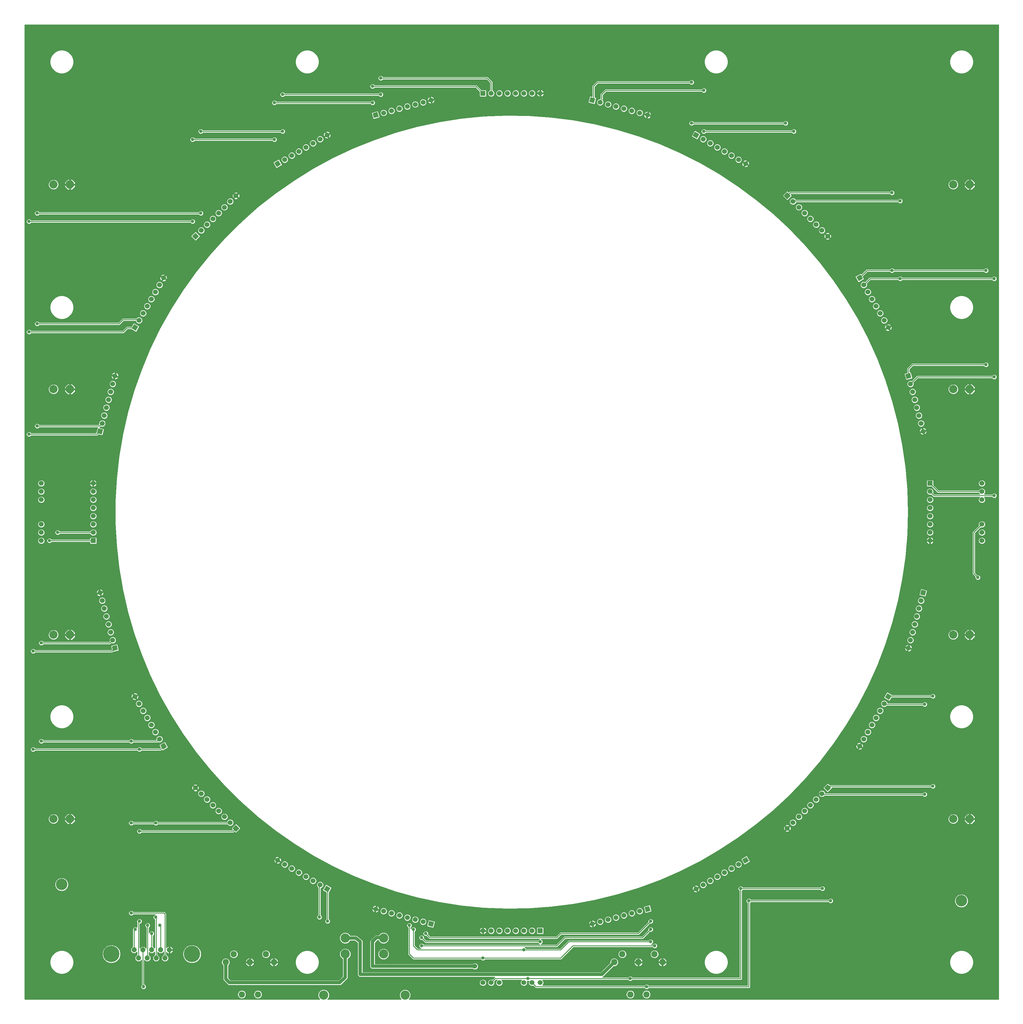
<source format=gbl>
G75*
G70*
%OFA0B0*%
%FSLAX24Y24*%
%IPPOS*%
%LPD*%
%AMOC8*
5,1,8,0,0,1.08239X$1,22.5*
%
%ADD10R,0.0600X0.0600*%
%ADD11C,0.0600*%
%ADD12R,0.0600X0.0600*%
%ADD13OC8,0.0600*%
%ADD14C,0.2000*%
%ADD15C,0.0768*%
%ADD16C,0.1000*%
%ADD17OC8,0.1000*%
%ADD18C,0.1125*%
%ADD19C,0.0100*%
%ADD20C,0.0400*%
%ADD21C,0.0400*%
%ADD22C,0.1400*%
D10*
X009007Y060631D03*
X056660Y115284D03*
X111313Y067631D03*
X063660Y012978D03*
D11*
X062660Y012978D03*
X061660Y012978D03*
X060660Y012978D03*
X059660Y012978D03*
X058660Y012978D03*
X057660Y012978D03*
X056660Y012978D03*
X055660Y008631D03*
X056660Y006631D03*
X057660Y006631D03*
X058660Y006631D03*
X061660Y006631D03*
X062660Y006631D03*
X063660Y006631D03*
X070019Y013815D03*
X070985Y014074D03*
X071951Y014333D03*
X072917Y014591D03*
X073883Y014850D03*
X074849Y015109D03*
X075815Y015368D03*
X082706Y018081D03*
X083572Y018581D03*
X084438Y019081D03*
X085304Y019581D03*
X086170Y020081D03*
X087036Y020581D03*
X087902Y021081D03*
X093856Y025485D03*
X094563Y026192D03*
X095270Y026899D03*
X095977Y027606D03*
X096684Y028313D03*
X097391Y029021D03*
X098099Y029728D03*
X102710Y035523D03*
X103210Y036389D03*
X103710Y037255D03*
X104210Y038121D03*
X104710Y038987D03*
X105210Y039853D03*
X105710Y040719D03*
X108664Y047511D03*
X108923Y048477D03*
X109182Y049443D03*
X109440Y050409D03*
X109699Y051375D03*
X109958Y052341D03*
X110217Y053307D03*
X111313Y060631D03*
X111313Y061631D03*
X111313Y062631D03*
X111313Y063631D03*
X111313Y064631D03*
X111313Y065631D03*
X111313Y066631D03*
X117660Y066631D03*
X117660Y065631D03*
X117660Y067631D03*
X117660Y062631D03*
X117660Y061631D03*
X117660Y060631D03*
X110476Y073990D03*
X110217Y074956D03*
X109958Y075922D03*
X109699Y076888D03*
X109441Y077854D03*
X109182Y078820D03*
X108923Y079786D03*
X106210Y086677D03*
X105710Y087543D03*
X105210Y088409D03*
X104710Y089275D03*
X104210Y090141D03*
X103710Y091007D03*
X103210Y091873D03*
X098806Y097827D03*
X098099Y098534D03*
X097392Y099241D03*
X096685Y099948D03*
X095978Y100655D03*
X095270Y101363D03*
X094563Y102070D03*
X088768Y106681D03*
X087902Y107181D03*
X087036Y107681D03*
X086170Y108181D03*
X085304Y108681D03*
X084438Y109181D03*
X083572Y109681D03*
X076780Y112635D03*
X075814Y112894D03*
X074848Y113153D03*
X073882Y113411D03*
X072916Y113670D03*
X071950Y113929D03*
X070984Y114188D03*
X063660Y115284D03*
X062660Y115284D03*
X061660Y115284D03*
X060660Y115284D03*
X059660Y115284D03*
X058660Y115284D03*
X057660Y115284D03*
X050301Y114447D03*
X049335Y114188D03*
X048369Y113929D03*
X047403Y113671D03*
X046437Y113412D03*
X045471Y113153D03*
X044505Y112894D03*
X037614Y110181D03*
X036748Y109681D03*
X035882Y109181D03*
X035016Y108681D03*
X034150Y108181D03*
X033284Y107681D03*
X032418Y107181D03*
X026464Y102777D03*
X025757Y102070D03*
X025050Y101363D03*
X024343Y100656D03*
X023636Y099949D03*
X022928Y099241D03*
X022221Y098534D03*
X017610Y092739D03*
X017110Y091873D03*
X016610Y091007D03*
X016110Y090141D03*
X015610Y089275D03*
X015110Y088409D03*
X014610Y087543D03*
X011656Y080751D03*
X011397Y079785D03*
X011138Y078819D03*
X010879Y077853D03*
X010621Y076887D03*
X010362Y075921D03*
X010103Y074955D03*
X009007Y067631D03*
X009007Y066631D03*
X009007Y065631D03*
X009007Y064631D03*
X009007Y063631D03*
X009007Y062631D03*
X009007Y061631D03*
X002660Y061631D03*
X002660Y060631D03*
X002660Y062631D03*
X002660Y065631D03*
X002660Y066631D03*
X002660Y067631D03*
X009844Y054272D03*
X010103Y053306D03*
X010362Y052340D03*
X010620Y051374D03*
X010879Y050408D03*
X011138Y049442D03*
X011397Y048476D03*
X014110Y041585D03*
X014610Y040719D03*
X015110Y039853D03*
X015610Y038987D03*
X016110Y038121D03*
X016610Y037255D03*
X017110Y036389D03*
X021514Y030435D03*
X022221Y029728D03*
X022928Y029021D03*
X023635Y028314D03*
X024342Y027607D03*
X025050Y026899D03*
X025757Y026192D03*
X031552Y021581D03*
X032418Y021081D03*
X033284Y020581D03*
X034150Y020081D03*
X035016Y019581D03*
X035882Y019081D03*
X036748Y018581D03*
X043540Y015627D03*
X044506Y015368D03*
X045472Y015109D03*
X046438Y014851D03*
X047404Y014592D03*
X048370Y014333D03*
X049336Y014074D03*
D12*
G36*
X049934Y013603D02*
X050089Y014182D01*
X050668Y014027D01*
X050513Y013448D01*
X049934Y013603D01*
G37*
G36*
X037205Y017972D02*
X037505Y018490D01*
X038023Y018190D01*
X037723Y017672D01*
X037205Y017972D01*
G37*
G36*
X026040Y025485D02*
X026464Y025909D01*
X026888Y025485D01*
X026464Y025061D01*
X026040Y025485D01*
G37*
G36*
X017201Y035632D02*
X017719Y035932D01*
X018019Y035414D01*
X017501Y035114D01*
X017201Y035632D01*
G37*
G36*
X011289Y047723D02*
X011868Y047878D01*
X012023Y047299D01*
X011444Y047144D01*
X011289Y047723D01*
G37*
G36*
X009632Y074357D02*
X010211Y074202D01*
X010056Y073623D01*
X009477Y073778D01*
X009632Y074357D01*
G37*
G36*
X014001Y087086D02*
X014519Y086786D01*
X014219Y086268D01*
X013701Y086568D01*
X014001Y087086D01*
G37*
G36*
X021514Y098251D02*
X021938Y097827D01*
X021514Y097403D01*
X021090Y097827D01*
X021514Y098251D01*
G37*
G36*
X031661Y107090D02*
X031961Y106572D01*
X031443Y106272D01*
X031143Y106790D01*
X031661Y107090D01*
G37*
G36*
X043751Y113002D02*
X043906Y112423D01*
X043327Y112268D01*
X043172Y112847D01*
X043751Y113002D01*
G37*
G36*
X070386Y114659D02*
X070231Y114080D01*
X069652Y114235D01*
X069807Y114814D01*
X070386Y114659D01*
G37*
G36*
X083115Y110290D02*
X082815Y109772D01*
X082297Y110072D01*
X082597Y110590D01*
X083115Y110290D01*
G37*
G36*
X094280Y102777D02*
X093856Y102353D01*
X093432Y102777D01*
X093856Y103201D01*
X094280Y102777D01*
G37*
G36*
X103119Y092630D02*
X102601Y092330D01*
X102301Y092848D01*
X102819Y093148D01*
X103119Y092630D01*
G37*
G36*
X109031Y080539D02*
X108452Y080384D01*
X108297Y080963D01*
X108876Y081118D01*
X109031Y080539D01*
G37*
G36*
X110688Y053905D02*
X110109Y054060D01*
X110264Y054639D01*
X110843Y054484D01*
X110688Y053905D01*
G37*
G36*
X106319Y041176D02*
X105801Y041476D01*
X106101Y041994D01*
X106619Y041694D01*
X106319Y041176D01*
G37*
G36*
X098806Y030011D02*
X098382Y030435D01*
X098806Y030859D01*
X099230Y030435D01*
X098806Y030011D01*
G37*
G36*
X088659Y021172D02*
X088359Y021690D01*
X088877Y021990D01*
X089177Y021472D01*
X088659Y021172D01*
G37*
G36*
X076568Y015260D02*
X076413Y015839D01*
X076992Y015994D01*
X077147Y015415D01*
X076568Y015260D01*
G37*
D13*
X018320Y010631D03*
X017240Y010631D03*
X016160Y010631D03*
X015080Y010631D03*
X014000Y010631D03*
X014540Y009631D03*
X015620Y009631D03*
X016700Y009631D03*
X017780Y009631D03*
D14*
X021090Y010131D03*
X011230Y010131D03*
D15*
X025207Y009131D03*
X026191Y010115D03*
X028160Y009131D03*
X030129Y010115D03*
X031113Y009131D03*
X029144Y005194D03*
X027176Y005194D03*
X072707Y009131D03*
X073691Y010115D03*
X075660Y009131D03*
X077629Y010115D03*
X078613Y009131D03*
X076644Y005194D03*
X074676Y005194D03*
D16*
X114160Y026631D03*
X114160Y049131D03*
X114160Y079131D03*
X114160Y104131D03*
X004160Y104131D03*
X004160Y079131D03*
X004160Y049131D03*
X004160Y026631D03*
D17*
X006160Y026631D03*
X006160Y049131D03*
X006160Y079131D03*
X006160Y104131D03*
X116160Y104131D03*
X116160Y079131D03*
X116160Y049131D03*
X116160Y026631D03*
D18*
X047140Y005121D03*
X044500Y010131D03*
X044500Y012081D03*
X039820Y012081D03*
X039820Y010131D03*
X037180Y005121D03*
D19*
X000645Y004616D02*
X000645Y123646D01*
X119675Y123646D01*
X119675Y004616D01*
X047614Y004616D01*
X047727Y004729D01*
X047832Y004983D01*
X047832Y005259D01*
X047727Y005513D01*
X047532Y005708D01*
X047278Y005814D01*
X047002Y005814D01*
X046748Y005708D01*
X046553Y005513D01*
X046447Y005259D01*
X046447Y004983D01*
X046553Y004729D01*
X046666Y004616D01*
X037654Y004616D01*
X037767Y004729D01*
X037872Y004983D01*
X037872Y005259D01*
X037767Y005513D01*
X037572Y005708D01*
X037318Y005814D01*
X037042Y005814D01*
X036788Y005708D01*
X036593Y005513D01*
X036487Y005259D01*
X036487Y004983D01*
X036593Y004729D01*
X036706Y004616D01*
X000645Y004616D01*
X000645Y004709D02*
X027003Y004709D01*
X027074Y004680D02*
X027278Y004680D01*
X027467Y004758D01*
X027611Y004903D01*
X027690Y005092D01*
X027690Y005296D01*
X027611Y005485D01*
X027467Y005630D01*
X027278Y005708D01*
X027074Y005708D01*
X026885Y005630D01*
X026740Y005485D01*
X026662Y005296D01*
X026662Y005092D01*
X026740Y004903D01*
X026885Y004758D01*
X027074Y004680D01*
X026835Y004808D02*
X000645Y004808D01*
X000645Y004906D02*
X026739Y004906D01*
X026698Y005005D02*
X000645Y005005D01*
X000645Y005104D02*
X026662Y005104D01*
X026662Y005202D02*
X000645Y005202D01*
X000645Y005301D02*
X026664Y005301D01*
X026705Y005399D02*
X000645Y005399D01*
X000645Y005498D02*
X026753Y005498D01*
X026851Y005596D02*
X000645Y005596D01*
X000645Y005695D02*
X027042Y005695D01*
X027309Y005695D02*
X029011Y005695D01*
X029042Y005708D02*
X028853Y005630D01*
X028709Y005485D01*
X028630Y005296D01*
X028630Y005092D01*
X028709Y004903D01*
X028853Y004758D01*
X029042Y004680D01*
X029246Y004680D01*
X029435Y004758D01*
X029580Y004903D01*
X029658Y005092D01*
X029658Y005296D01*
X029580Y005485D01*
X029435Y005630D01*
X029246Y005708D01*
X029042Y005708D01*
X029278Y005695D02*
X036774Y005695D01*
X036676Y005596D02*
X029469Y005596D01*
X029567Y005498D02*
X036586Y005498D01*
X036546Y005399D02*
X029615Y005399D01*
X029656Y005301D02*
X036505Y005301D01*
X036487Y005202D02*
X029658Y005202D01*
X029658Y005104D02*
X036487Y005104D01*
X036487Y005005D02*
X029622Y005005D01*
X029581Y004906D02*
X036519Y004906D01*
X036560Y004808D02*
X029485Y004808D01*
X029317Y004709D02*
X036612Y004709D01*
X037748Y004709D02*
X046572Y004709D01*
X046520Y004808D02*
X037800Y004808D01*
X037841Y004906D02*
X046479Y004906D01*
X046447Y005005D02*
X037872Y005005D01*
X037872Y005104D02*
X046447Y005104D01*
X046447Y005202D02*
X037872Y005202D01*
X037855Y005301D02*
X046465Y005301D01*
X046506Y005399D02*
X037814Y005399D01*
X037774Y005498D02*
X046546Y005498D01*
X046636Y005596D02*
X037684Y005596D01*
X037585Y005695D02*
X046734Y005695D01*
X046954Y005793D02*
X037366Y005793D01*
X036994Y005793D02*
X000645Y005793D01*
X000645Y005892D02*
X014932Y005892D01*
X014973Y005851D02*
X015094Y005801D01*
X015226Y005801D01*
X015347Y005851D01*
X015440Y005944D01*
X015490Y006065D01*
X015490Y006197D01*
X015440Y006318D01*
X015347Y006411D01*
X015260Y006447D01*
X015260Y009383D01*
X015442Y009201D01*
X015798Y009201D01*
X016050Y009453D01*
X016050Y009809D01*
X015840Y010019D01*
X015840Y010343D01*
X015982Y010201D01*
X016338Y010201D01*
X016520Y010383D01*
X016520Y010059D01*
X016270Y009809D01*
X016270Y009453D01*
X016522Y009201D01*
X016878Y009201D01*
X017130Y009453D01*
X017130Y009809D01*
X016880Y010059D01*
X016880Y010383D01*
X017062Y010201D01*
X017418Y010201D01*
X017600Y010383D01*
X017600Y010059D01*
X017350Y009809D01*
X017350Y009453D01*
X017602Y009201D01*
X017958Y009201D01*
X018210Y009453D01*
X018210Y009809D01*
X017960Y010059D01*
X017960Y010355D01*
X018134Y010181D01*
X018270Y010181D01*
X018270Y010581D01*
X018370Y010581D01*
X018370Y010681D01*
X018770Y010681D01*
X018770Y010817D01*
X018506Y011081D01*
X018370Y011081D01*
X018370Y010681D01*
X018270Y010681D01*
X018270Y011081D01*
X018134Y011081D01*
X017960Y010907D01*
X017960Y015086D01*
X017855Y015191D01*
X017735Y015311D01*
X017585Y015311D01*
X013943Y015311D01*
X013940Y015318D01*
X013847Y015411D01*
X013726Y015461D01*
X013594Y015461D01*
X013473Y015411D01*
X013380Y015318D01*
X013330Y015197D01*
X013330Y015065D01*
X013380Y014944D01*
X013473Y014851D01*
X013594Y014801D01*
X013726Y014801D01*
X013847Y014851D01*
X013940Y014944D01*
X013943Y014951D01*
X016570Y014951D01*
X016473Y014911D01*
X016380Y014818D01*
X016330Y014697D01*
X016330Y014565D01*
X016380Y014444D01*
X016473Y014351D01*
X016520Y014332D01*
X016520Y010879D01*
X016340Y011059D01*
X016340Y012348D01*
X016347Y012351D01*
X016440Y012444D01*
X016490Y012565D01*
X016490Y012697D01*
X016440Y012818D01*
X016347Y012911D01*
X016226Y012961D01*
X016094Y012961D01*
X015973Y012911D01*
X015880Y012818D01*
X015840Y012721D01*
X015840Y013348D01*
X015847Y013351D01*
X015940Y013444D01*
X015990Y013565D01*
X015990Y013697D01*
X015940Y013818D01*
X015847Y013911D01*
X015726Y013961D01*
X015594Y013961D01*
X015473Y013911D01*
X015380Y013818D01*
X015330Y013697D01*
X015330Y013565D01*
X015380Y013444D01*
X015473Y013351D01*
X015480Y013348D01*
X015480Y010839D01*
X015258Y011061D01*
X014902Y011061D01*
X014720Y010879D01*
X014720Y013801D01*
X014726Y013801D01*
X014847Y013851D01*
X014940Y013944D01*
X014990Y014065D01*
X014990Y014197D01*
X014940Y014318D01*
X014847Y014411D01*
X014726Y014461D01*
X014594Y014461D01*
X014473Y014411D01*
X014380Y014318D01*
X014330Y014197D01*
X014330Y014065D01*
X014360Y013993D01*
X014360Y013936D01*
X014360Y013398D01*
X014347Y013411D01*
X014226Y013461D01*
X014094Y013461D01*
X013973Y013411D01*
X013880Y013318D01*
X013830Y013197D01*
X013830Y013065D01*
X013833Y013058D01*
X013820Y013046D01*
X013820Y011059D01*
X013570Y010809D01*
X013570Y010453D01*
X013822Y010201D01*
X014178Y010201D01*
X014360Y010383D01*
X014360Y010059D01*
X014110Y009809D01*
X014110Y009453D01*
X014362Y009201D01*
X014718Y009201D01*
X014900Y009383D01*
X014900Y006338D01*
X014880Y006318D01*
X014830Y006197D01*
X014830Y006065D01*
X014880Y005944D01*
X014973Y005851D01*
X014861Y005990D02*
X000645Y005990D01*
X000645Y006089D02*
X014830Y006089D01*
X014830Y006188D02*
X000645Y006188D01*
X000645Y006286D02*
X014867Y006286D01*
X014900Y006385D02*
X000645Y006385D01*
X000645Y006483D02*
X014900Y006483D01*
X014900Y006582D02*
X000645Y006582D01*
X000645Y006680D02*
X014900Y006680D01*
X014900Y006779D02*
X000645Y006779D01*
X000645Y006877D02*
X014900Y006877D01*
X014900Y006976D02*
X000645Y006976D01*
X000645Y007074D02*
X014900Y007074D01*
X014900Y007173D02*
X000645Y007173D01*
X000645Y007272D02*
X014900Y007272D01*
X014900Y007370D02*
X000645Y007370D01*
X000645Y007469D02*
X014900Y007469D01*
X014900Y007567D02*
X000645Y007567D01*
X000645Y007666D02*
X014900Y007666D01*
X014900Y007764D02*
X005661Y007764D01*
X005720Y007780D02*
X006050Y007971D01*
X006320Y008241D01*
X006511Y008571D01*
X006610Y008940D01*
X006610Y009322D01*
X006511Y009691D01*
X006320Y010021D01*
X006050Y010291D01*
X005720Y010482D01*
X005351Y010581D01*
X004969Y010581D01*
X004600Y010482D01*
X004270Y010291D01*
X004000Y010021D01*
X003809Y009691D01*
X003710Y009322D01*
X003710Y008940D01*
X003809Y008571D01*
X004000Y008241D01*
X004270Y007971D01*
X004600Y007780D01*
X004969Y007681D01*
X005351Y007681D01*
X005720Y007780D01*
X005863Y007863D02*
X014900Y007863D01*
X014900Y007961D02*
X006034Y007961D01*
X006139Y008060D02*
X014900Y008060D01*
X014900Y008158D02*
X006238Y008158D01*
X006330Y008257D02*
X014900Y008257D01*
X014900Y008356D02*
X006387Y008356D01*
X006443Y008454D02*
X014900Y008454D01*
X014900Y008553D02*
X006500Y008553D01*
X006533Y008651D02*
X014900Y008651D01*
X014900Y008750D02*
X006559Y008750D01*
X006585Y008848D02*
X014900Y008848D01*
X014900Y008947D02*
X006610Y008947D01*
X006610Y009045D02*
X010916Y009045D01*
X010794Y009078D02*
X011081Y009001D01*
X011379Y009001D01*
X011666Y009078D01*
X011924Y009227D01*
X012134Y009437D01*
X012283Y009695D01*
X012360Y009982D01*
X012360Y010280D01*
X012283Y010567D01*
X012134Y010825D01*
X011924Y011035D01*
X011666Y011184D01*
X011379Y011261D01*
X011081Y011261D01*
X010794Y011184D01*
X010536Y011035D01*
X010326Y010825D01*
X010177Y010567D01*
X010100Y010280D01*
X010100Y009982D01*
X010177Y009695D01*
X010326Y009437D01*
X010536Y009227D01*
X010794Y009078D01*
X010680Y009144D02*
X006610Y009144D01*
X006610Y009242D02*
X010521Y009242D01*
X010422Y009341D02*
X006605Y009341D01*
X006578Y009439D02*
X010324Y009439D01*
X010268Y009538D02*
X006552Y009538D01*
X006526Y009637D02*
X010211Y009637D01*
X010166Y009735D02*
X006486Y009735D01*
X006429Y009834D02*
X010140Y009834D01*
X010113Y009932D02*
X006372Y009932D01*
X006311Y010031D02*
X010100Y010031D01*
X010100Y010129D02*
X006212Y010129D01*
X006114Y010228D02*
X010100Y010228D01*
X010113Y010326D02*
X005990Y010326D01*
X005819Y010425D02*
X010139Y010425D01*
X010165Y010523D02*
X005566Y010523D01*
X004754Y010523D02*
X000645Y010523D01*
X000645Y010425D02*
X004501Y010425D01*
X004330Y010326D02*
X000645Y010326D01*
X000645Y010228D02*
X004206Y010228D01*
X004108Y010129D02*
X000645Y010129D01*
X000645Y010031D02*
X004009Y010031D01*
X003948Y009932D02*
X000645Y009932D01*
X000645Y009834D02*
X003891Y009834D01*
X003834Y009735D02*
X000645Y009735D01*
X000645Y009637D02*
X003794Y009637D01*
X003768Y009538D02*
X000645Y009538D01*
X000645Y009439D02*
X003742Y009439D01*
X003715Y009341D02*
X000645Y009341D01*
X000645Y009242D02*
X003710Y009242D01*
X003710Y009144D02*
X000645Y009144D01*
X000645Y009045D02*
X003710Y009045D01*
X003710Y008947D02*
X000645Y008947D01*
X000645Y008848D02*
X003735Y008848D01*
X003761Y008750D02*
X000645Y008750D01*
X000645Y008651D02*
X003787Y008651D01*
X003820Y008553D02*
X000645Y008553D01*
X000645Y008454D02*
X003876Y008454D01*
X003933Y008356D02*
X000645Y008356D01*
X000645Y008257D02*
X003990Y008257D01*
X004082Y008158D02*
X000645Y008158D01*
X000645Y008060D02*
X004180Y008060D01*
X004286Y007961D02*
X000645Y007961D01*
X000645Y007863D02*
X004457Y007863D01*
X004658Y007764D02*
X000645Y007764D01*
X000645Y010622D02*
X010209Y010622D01*
X010266Y010721D02*
X000645Y010721D01*
X000645Y010819D02*
X010322Y010819D01*
X010419Y010918D02*
X000645Y010918D01*
X000645Y011016D02*
X010517Y011016D01*
X010674Y011115D02*
X000645Y011115D01*
X000645Y011213D02*
X010903Y011213D01*
X011557Y011213D02*
X013820Y011213D01*
X013820Y011115D02*
X011786Y011115D01*
X011943Y011016D02*
X013777Y011016D01*
X013679Y010918D02*
X012041Y010918D01*
X012138Y010819D02*
X013580Y010819D01*
X013570Y010721D02*
X012194Y010721D01*
X012251Y010622D02*
X013570Y010622D01*
X013570Y010523D02*
X012295Y010523D01*
X012321Y010425D02*
X013598Y010425D01*
X013697Y010326D02*
X012347Y010326D01*
X012360Y010228D02*
X013795Y010228D01*
X014205Y010228D02*
X014360Y010228D01*
X014360Y010326D02*
X014303Y010326D01*
X014360Y010129D02*
X012360Y010129D01*
X012360Y010031D02*
X014332Y010031D01*
X014233Y009932D02*
X012347Y009932D01*
X012320Y009834D02*
X014135Y009834D01*
X014110Y009735D02*
X012294Y009735D01*
X012249Y009637D02*
X014110Y009637D01*
X014110Y009538D02*
X012192Y009538D01*
X012136Y009439D02*
X014123Y009439D01*
X014222Y009341D02*
X012038Y009341D01*
X011939Y009242D02*
X014321Y009242D01*
X014759Y009242D02*
X014900Y009242D01*
X014900Y009144D02*
X011780Y009144D01*
X011544Y009045D02*
X014900Y009045D01*
X014900Y009341D02*
X014858Y009341D01*
X015260Y009341D02*
X015302Y009341D01*
X015260Y009242D02*
X015401Y009242D01*
X015260Y009144D02*
X020540Y009144D01*
X020654Y009078D02*
X020941Y009001D01*
X021239Y009001D01*
X021526Y009078D01*
X021784Y009227D01*
X021994Y009437D01*
X022143Y009695D01*
X022220Y009982D01*
X022220Y010280D01*
X022143Y010567D01*
X021994Y010825D01*
X021784Y011035D01*
X021526Y011184D01*
X021239Y011261D01*
X020941Y011261D01*
X020654Y011184D01*
X020396Y011035D01*
X020186Y010825D01*
X020037Y010567D01*
X019960Y010280D01*
X019960Y009982D01*
X020037Y009695D01*
X020186Y009437D01*
X020396Y009227D01*
X020654Y009078D01*
X020776Y009045D02*
X015260Y009045D01*
X015260Y008947D02*
X024727Y008947D01*
X024693Y009029D02*
X024772Y008840D01*
X024877Y008734D01*
X024877Y007149D01*
X024877Y007018D01*
X024927Y006897D01*
X025380Y006444D01*
X025473Y006351D01*
X025594Y006301D01*
X039094Y006301D01*
X039226Y006301D01*
X039347Y006351D01*
X040007Y007011D01*
X040100Y007104D01*
X040150Y007225D01*
X040150Y009518D01*
X040212Y009544D01*
X040407Y009739D01*
X040512Y009993D01*
X040512Y010269D01*
X040407Y010523D01*
X040212Y010718D01*
X039958Y010824D01*
X039682Y010824D01*
X039428Y010718D01*
X039233Y010523D01*
X039127Y010269D01*
X039127Y009993D01*
X039233Y009739D01*
X039428Y009544D01*
X039490Y009518D01*
X039490Y007428D01*
X039023Y006961D01*
X025797Y006961D01*
X025537Y007220D01*
X025537Y008734D01*
X025643Y008840D01*
X025721Y009029D01*
X025721Y009233D01*
X025643Y009422D01*
X025498Y009567D01*
X025309Y009645D01*
X025105Y009645D01*
X024916Y009567D01*
X024772Y009422D01*
X024693Y009233D01*
X024693Y009029D01*
X024693Y009045D02*
X021404Y009045D01*
X021640Y009144D02*
X024693Y009144D01*
X024697Y009242D02*
X021799Y009242D01*
X021898Y009341D02*
X024738Y009341D01*
X024789Y009439D02*
X021996Y009439D01*
X022052Y009538D02*
X024888Y009538D01*
X025085Y009637D02*
X022109Y009637D01*
X022154Y009735D02*
X025845Y009735D01*
X025900Y009680D02*
X026089Y009601D01*
X026294Y009601D01*
X026483Y009680D01*
X026627Y009824D01*
X026705Y010013D01*
X026705Y010217D01*
X026627Y010406D01*
X026483Y010551D01*
X026294Y010629D01*
X026089Y010629D01*
X025900Y010551D01*
X025756Y010406D01*
X025678Y010217D01*
X025678Y010013D01*
X025756Y009824D01*
X025900Y009680D01*
X026004Y009637D02*
X025329Y009637D01*
X025527Y009538D02*
X027812Y009538D01*
X027858Y009584D02*
X027707Y009433D01*
X027626Y009237D01*
X027626Y009181D01*
X028110Y009181D01*
X028110Y009081D01*
X028210Y009081D01*
X028210Y009181D01*
X028694Y009181D01*
X028694Y009237D01*
X028613Y009433D01*
X028462Y009584D01*
X028266Y009665D01*
X028210Y009665D01*
X028210Y009181D01*
X028110Y009181D01*
X028110Y009665D01*
X028054Y009665D01*
X027858Y009584D01*
X027986Y009637D02*
X026379Y009637D01*
X026538Y009735D02*
X029782Y009735D01*
X029837Y009680D02*
X030026Y009601D01*
X030231Y009601D01*
X030420Y009680D01*
X030564Y009824D01*
X030642Y010013D01*
X030642Y010217D01*
X030564Y010406D01*
X030420Y010551D01*
X030231Y010629D01*
X030026Y010629D01*
X029837Y010551D01*
X029693Y010406D01*
X029615Y010217D01*
X029615Y010013D01*
X029693Y009824D01*
X029837Y009680D01*
X029941Y009637D02*
X028334Y009637D01*
X028210Y009637D02*
X028110Y009637D01*
X028110Y009538D02*
X028210Y009538D01*
X028210Y009439D02*
X028110Y009439D01*
X028110Y009341D02*
X028210Y009341D01*
X028210Y009242D02*
X028110Y009242D01*
X028110Y009144D02*
X025721Y009144D01*
X025717Y009242D02*
X027628Y009242D01*
X027669Y009341D02*
X025676Y009341D01*
X025625Y009439D02*
X027713Y009439D01*
X027626Y009081D02*
X028110Y009081D01*
X028110Y008597D01*
X028054Y008597D01*
X027858Y008678D01*
X027707Y008829D01*
X027626Y009025D01*
X027626Y009081D01*
X027626Y009045D02*
X025721Y009045D01*
X025687Y008947D02*
X027658Y008947D01*
X027699Y008848D02*
X025646Y008848D01*
X025553Y008750D02*
X027786Y008750D01*
X027923Y008651D02*
X025537Y008651D01*
X025537Y008553D02*
X033820Y008553D01*
X033809Y008571D02*
X034000Y008241D01*
X034270Y007971D01*
X034600Y007780D01*
X034969Y007681D01*
X035351Y007681D01*
X035720Y007780D01*
X036050Y007971D01*
X036320Y008241D01*
X036511Y008571D01*
X036610Y008940D01*
X036610Y009322D01*
X036511Y009691D01*
X036320Y010021D01*
X036050Y010291D01*
X035720Y010482D01*
X035351Y010581D01*
X034969Y010581D01*
X034600Y010482D01*
X034270Y010291D01*
X034000Y010021D01*
X033809Y009691D01*
X033710Y009322D01*
X033710Y008940D01*
X033809Y008571D01*
X033787Y008651D02*
X031349Y008651D01*
X031415Y008678D02*
X031565Y008829D01*
X031647Y009025D01*
X031647Y009081D01*
X031163Y009081D01*
X031163Y009181D01*
X031647Y009181D01*
X031647Y009237D01*
X031565Y009433D01*
X031415Y009584D01*
X031219Y009665D01*
X031163Y009665D01*
X031163Y009181D01*
X031063Y009181D01*
X031063Y009665D01*
X031007Y009665D01*
X030810Y009584D01*
X030660Y009433D01*
X030579Y009237D01*
X030579Y009181D01*
X031063Y009181D01*
X031063Y009081D01*
X031163Y009081D01*
X031163Y008597D01*
X031219Y008597D01*
X031415Y008678D01*
X031486Y008750D02*
X033761Y008750D01*
X033735Y008848D02*
X031573Y008848D01*
X031614Y008947D02*
X033710Y008947D01*
X033710Y009045D02*
X031647Y009045D01*
X031644Y009242D02*
X033710Y009242D01*
X033710Y009144D02*
X031163Y009144D01*
X031163Y009242D02*
X031063Y009242D01*
X031063Y009144D02*
X028210Y009144D01*
X028210Y009081D02*
X028694Y009081D01*
X028694Y009025D01*
X028613Y008829D01*
X028462Y008678D01*
X028266Y008597D01*
X028210Y008597D01*
X028210Y009081D01*
X028210Y009045D02*
X028110Y009045D01*
X028110Y008947D02*
X028210Y008947D01*
X028210Y008848D02*
X028110Y008848D01*
X028110Y008750D02*
X028210Y008750D01*
X028210Y008651D02*
X028110Y008651D01*
X028396Y008651D02*
X030876Y008651D01*
X030810Y008678D02*
X031007Y008597D01*
X031063Y008597D01*
X031063Y009081D01*
X030579Y009081D01*
X030579Y009025D01*
X030660Y008829D01*
X030810Y008678D01*
X030739Y008750D02*
X028534Y008750D01*
X028621Y008848D02*
X030652Y008848D01*
X030611Y008947D02*
X028661Y008947D01*
X028694Y009045D02*
X030579Y009045D01*
X030581Y009242D02*
X028692Y009242D01*
X028651Y009341D02*
X030622Y009341D01*
X030666Y009439D02*
X028606Y009439D01*
X028508Y009538D02*
X030765Y009538D01*
X030938Y009637D02*
X030316Y009637D01*
X030475Y009735D02*
X033834Y009735D01*
X033794Y009637D02*
X031287Y009637D01*
X031163Y009637D02*
X031063Y009637D01*
X031063Y009538D02*
X031163Y009538D01*
X031163Y009439D02*
X031063Y009439D01*
X031063Y009341D02*
X031163Y009341D01*
X031163Y009045D02*
X031063Y009045D01*
X031063Y008947D02*
X031163Y008947D01*
X031163Y008848D02*
X031063Y008848D01*
X031063Y008750D02*
X031163Y008750D01*
X031163Y008651D02*
X031063Y008651D01*
X031604Y009341D02*
X033715Y009341D01*
X033742Y009439D02*
X031559Y009439D01*
X031461Y009538D02*
X033768Y009538D01*
X033891Y009834D02*
X030568Y009834D01*
X030609Y009932D02*
X033948Y009932D01*
X034009Y010031D02*
X030642Y010031D01*
X030642Y010129D02*
X034108Y010129D01*
X034206Y010228D02*
X030638Y010228D01*
X030597Y010326D02*
X034330Y010326D01*
X034501Y010425D02*
X030546Y010425D01*
X030447Y010523D02*
X034754Y010523D01*
X035566Y010523D02*
X039233Y010523D01*
X039192Y010425D02*
X035819Y010425D01*
X035990Y010326D02*
X039151Y010326D01*
X039127Y010228D02*
X036114Y010228D01*
X036212Y010129D02*
X039127Y010129D01*
X039127Y010031D02*
X036311Y010031D01*
X036372Y009932D02*
X039153Y009932D01*
X039194Y009834D02*
X036429Y009834D01*
X036486Y009735D02*
X039237Y009735D01*
X039335Y009637D02*
X036526Y009637D01*
X036552Y009538D02*
X039442Y009538D01*
X039490Y009439D02*
X036578Y009439D01*
X036605Y009341D02*
X039490Y009341D01*
X039490Y009242D02*
X036610Y009242D01*
X036610Y009144D02*
X039490Y009144D01*
X039490Y009045D02*
X036610Y009045D01*
X036610Y008947D02*
X039490Y008947D01*
X039490Y008848D02*
X036585Y008848D01*
X036559Y008750D02*
X039490Y008750D01*
X039490Y008651D02*
X036533Y008651D01*
X036500Y008553D02*
X039490Y008553D01*
X039490Y008454D02*
X036443Y008454D01*
X036387Y008356D02*
X039490Y008356D01*
X039490Y008257D02*
X036330Y008257D01*
X036238Y008158D02*
X039490Y008158D01*
X039490Y008060D02*
X036139Y008060D01*
X036034Y007961D02*
X039490Y007961D01*
X039490Y007863D02*
X035863Y007863D01*
X035661Y007764D02*
X039490Y007764D01*
X039490Y007666D02*
X025537Y007666D01*
X025537Y007764D02*
X034658Y007764D01*
X034457Y007863D02*
X025537Y007863D01*
X025537Y007961D02*
X034286Y007961D01*
X034180Y008060D02*
X025537Y008060D01*
X025537Y008158D02*
X034082Y008158D01*
X033990Y008257D02*
X025537Y008257D01*
X025537Y008356D02*
X033933Y008356D01*
X033876Y008454D02*
X025537Y008454D01*
X024877Y008454D02*
X015260Y008454D01*
X015260Y008356D02*
X024877Y008356D01*
X024877Y008257D02*
X015260Y008257D01*
X015260Y008158D02*
X024877Y008158D01*
X024877Y008060D02*
X015260Y008060D01*
X015260Y007961D02*
X024877Y007961D01*
X024877Y007863D02*
X015260Y007863D01*
X015260Y007764D02*
X024877Y007764D01*
X024877Y007666D02*
X015260Y007666D01*
X015260Y007567D02*
X024877Y007567D01*
X024877Y007469D02*
X015260Y007469D01*
X015260Y007370D02*
X024877Y007370D01*
X024877Y007272D02*
X015260Y007272D01*
X015260Y007173D02*
X024877Y007173D01*
X024877Y007074D02*
X015260Y007074D01*
X015260Y006976D02*
X024895Y006976D01*
X024947Y006877D02*
X015260Y006877D01*
X015260Y006779D02*
X025046Y006779D01*
X025144Y006680D02*
X015260Y006680D01*
X015260Y006582D02*
X025243Y006582D01*
X025341Y006483D02*
X015260Y006483D01*
X015373Y006385D02*
X025440Y006385D01*
X025782Y006976D02*
X039038Y006976D01*
X039137Y007074D02*
X025683Y007074D01*
X025585Y007173D02*
X039235Y007173D01*
X039334Y007272D02*
X025537Y007272D01*
X025537Y007370D02*
X039432Y007370D01*
X039490Y007469D02*
X025537Y007469D01*
X025537Y007567D02*
X039490Y007567D01*
X040150Y007567D02*
X041330Y007567D01*
X041330Y007565D02*
X041380Y007444D01*
X041473Y007351D01*
X041594Y007301D01*
X041726Y007301D01*
X058076Y007301D01*
X057980Y007206D01*
X057980Y007206D01*
X057809Y007035D01*
X057746Y007061D01*
X057574Y007061D01*
X057416Y006996D01*
X057295Y006875D01*
X057230Y006717D01*
X057230Y006545D01*
X057295Y006387D01*
X057416Y006266D01*
X057574Y006201D01*
X057746Y006201D01*
X057904Y006266D01*
X058024Y006387D01*
X058090Y006545D01*
X058090Y006717D01*
X058064Y006780D01*
X058234Y006951D01*
X058372Y006951D01*
X058295Y006875D01*
X058230Y006717D01*
X058230Y006545D01*
X058295Y006387D01*
X058416Y006266D01*
X058574Y006201D01*
X058746Y006201D01*
X058904Y006266D01*
X059024Y006387D01*
X059090Y006545D01*
X059090Y006717D01*
X059024Y006875D01*
X058948Y006951D01*
X061372Y006951D01*
X061295Y006875D01*
X061230Y006717D01*
X061230Y006545D01*
X061295Y006387D01*
X061416Y006266D01*
X061574Y006201D01*
X061746Y006201D01*
X061904Y006266D01*
X062024Y006387D01*
X062090Y006545D01*
X062090Y006717D01*
X062047Y006821D01*
X062094Y006801D01*
X062226Y006801D01*
X062273Y006821D01*
X062230Y006717D01*
X062230Y006545D01*
X062295Y006387D01*
X062416Y006266D01*
X062574Y006201D01*
X062746Y006201D01*
X062809Y006227D01*
X062980Y006056D01*
X063085Y005951D01*
X076377Y005951D01*
X076380Y005944D01*
X076473Y005851D01*
X076594Y005801D01*
X076726Y005801D01*
X076847Y005851D01*
X076940Y005944D01*
X076943Y005951D01*
X089235Y005951D01*
X089340Y006056D01*
X089340Y006206D01*
X089340Y016348D01*
X089347Y016351D01*
X089440Y016444D01*
X089443Y016451D01*
X098877Y016451D01*
X098880Y016444D01*
X098973Y016351D01*
X099094Y016301D01*
X099226Y016301D01*
X099347Y016351D01*
X099440Y016444D01*
X099490Y016565D01*
X099490Y016697D01*
X099440Y016818D01*
X099347Y016911D01*
X099226Y016961D01*
X099094Y016961D01*
X098973Y016911D01*
X098880Y016818D01*
X098877Y016811D01*
X089443Y016811D01*
X089440Y016818D01*
X089347Y016911D01*
X089226Y016961D01*
X089094Y016961D01*
X088973Y016911D01*
X088880Y016818D01*
X088830Y016697D01*
X088830Y016565D01*
X088880Y016444D01*
X088973Y016351D01*
X088980Y016348D01*
X088980Y006311D01*
X076943Y006311D01*
X076940Y006318D01*
X076847Y006411D01*
X076726Y006461D01*
X076594Y006461D01*
X076473Y006411D01*
X076380Y006318D01*
X076377Y006311D01*
X063948Y006311D01*
X064024Y006387D01*
X064090Y006545D01*
X064090Y006717D01*
X064024Y006875D01*
X063948Y006951D01*
X074377Y006951D01*
X074380Y006944D01*
X074473Y006851D01*
X074594Y006801D01*
X074726Y006801D01*
X074847Y006851D01*
X074940Y006944D01*
X074943Y006951D01*
X088085Y006951D01*
X088235Y006951D01*
X088340Y007056D01*
X088340Y017848D01*
X088347Y017851D01*
X088440Y017944D01*
X088443Y017951D01*
X097877Y017951D01*
X097880Y017944D01*
X097973Y017851D01*
X098094Y017801D01*
X098226Y017801D01*
X098347Y017851D01*
X098440Y017944D01*
X098490Y018065D01*
X098490Y018197D01*
X098440Y018318D01*
X098347Y018411D01*
X098226Y018461D01*
X098094Y018461D01*
X097973Y018411D01*
X097880Y018318D01*
X097877Y018311D01*
X088443Y018311D01*
X088440Y018318D01*
X088347Y018411D01*
X088226Y018461D01*
X088094Y018461D01*
X087973Y018411D01*
X087880Y018318D01*
X087830Y018197D01*
X087830Y018065D01*
X087880Y017944D01*
X087973Y017851D01*
X087980Y017848D01*
X087980Y007311D01*
X074943Y007311D01*
X074940Y007318D01*
X074847Y007411D01*
X074726Y007461D01*
X074594Y007461D01*
X074473Y007411D01*
X074380Y007318D01*
X074377Y007311D01*
X071297Y007311D01*
X071394Y007351D01*
X071487Y007444D01*
X072660Y008617D01*
X072809Y008617D01*
X072998Y008695D01*
X073143Y008840D01*
X073221Y009029D01*
X073221Y009233D01*
X073143Y009422D01*
X072998Y009567D01*
X072809Y009645D01*
X072605Y009645D01*
X072416Y009567D01*
X072272Y009422D01*
X072193Y009233D01*
X072193Y009084D01*
X071071Y007961D01*
X041990Y007961D01*
X041990Y011582D01*
X041995Y011599D01*
X041990Y011647D01*
X041990Y011697D01*
X041984Y011712D01*
X041982Y011729D01*
X041958Y011773D01*
X041940Y011818D01*
X041928Y011830D01*
X041920Y011845D01*
X041882Y011876D01*
X041847Y011911D01*
X041831Y011917D01*
X041332Y012326D01*
X041297Y012361D01*
X041281Y012367D01*
X041268Y012378D01*
X041221Y012392D01*
X041176Y012411D01*
X041159Y012411D01*
X041142Y012416D01*
X041094Y012411D01*
X040433Y012411D01*
X040407Y012473D01*
X040212Y012668D01*
X039958Y012774D01*
X039682Y012774D01*
X039428Y012668D01*
X039233Y012473D01*
X039127Y012219D01*
X039127Y011943D01*
X039233Y011689D01*
X039428Y011494D01*
X039682Y011389D01*
X039958Y011389D01*
X040212Y011494D01*
X040407Y011689D01*
X040433Y011751D01*
X040992Y011751D01*
X041330Y011475D01*
X041330Y007565D01*
X041330Y007666D02*
X040150Y007666D01*
X040150Y007764D02*
X041330Y007764D01*
X041330Y007863D02*
X040150Y007863D01*
X040150Y007961D02*
X041330Y007961D01*
X041330Y008060D02*
X040150Y008060D01*
X040150Y008158D02*
X041330Y008158D01*
X041330Y008257D02*
X040150Y008257D01*
X040150Y008356D02*
X041330Y008356D01*
X041330Y008454D02*
X040150Y008454D01*
X040150Y008553D02*
X041330Y008553D01*
X041330Y008651D02*
X040150Y008651D01*
X040150Y008750D02*
X041330Y008750D01*
X041330Y008848D02*
X040150Y008848D01*
X040150Y008947D02*
X041330Y008947D01*
X041330Y009045D02*
X040150Y009045D01*
X040150Y009144D02*
X041330Y009144D01*
X041330Y009242D02*
X040150Y009242D01*
X040150Y009341D02*
X041330Y009341D01*
X041330Y009439D02*
X040150Y009439D01*
X040198Y009538D02*
X041330Y009538D01*
X041330Y009637D02*
X040305Y009637D01*
X040403Y009735D02*
X041330Y009735D01*
X041330Y009834D02*
X040446Y009834D01*
X040487Y009932D02*
X041330Y009932D01*
X041330Y010031D02*
X040512Y010031D01*
X040512Y010129D02*
X041330Y010129D01*
X041330Y010228D02*
X040512Y010228D01*
X040489Y010326D02*
X041330Y010326D01*
X041330Y010425D02*
X040448Y010425D01*
X040407Y010523D02*
X041330Y010523D01*
X041330Y010622D02*
X040308Y010622D01*
X040206Y010721D02*
X041330Y010721D01*
X041330Y010819D02*
X039968Y010819D01*
X039672Y010819D02*
X021998Y010819D01*
X022054Y010721D02*
X039434Y010721D01*
X039332Y010622D02*
X030248Y010622D01*
X030009Y010622D02*
X026311Y010622D01*
X026510Y010523D02*
X029810Y010523D01*
X029711Y010425D02*
X026609Y010425D01*
X026660Y010326D02*
X029660Y010326D01*
X029619Y010228D02*
X026701Y010228D01*
X026705Y010129D02*
X029615Y010129D01*
X029615Y010031D02*
X026705Y010031D01*
X026672Y009932D02*
X029648Y009932D01*
X029689Y009834D02*
X026631Y009834D01*
X025752Y009834D02*
X022180Y009834D01*
X022207Y009932D02*
X025711Y009932D01*
X025678Y010031D02*
X022220Y010031D01*
X022220Y010129D02*
X025678Y010129D01*
X025682Y010228D02*
X022220Y010228D01*
X022207Y010326D02*
X025723Y010326D01*
X025774Y010425D02*
X022181Y010425D01*
X022155Y010523D02*
X025873Y010523D01*
X026072Y010622D02*
X022111Y010622D01*
X021901Y010918D02*
X041330Y010918D01*
X041330Y011016D02*
X021803Y011016D01*
X021646Y011115D02*
X041330Y011115D01*
X041330Y011213D02*
X021417Y011213D01*
X020763Y011213D02*
X017960Y011213D01*
X017960Y011115D02*
X020534Y011115D01*
X020377Y011016D02*
X018571Y011016D01*
X018670Y010918D02*
X020279Y010918D01*
X020182Y010819D02*
X018768Y010819D01*
X018770Y010721D02*
X020126Y010721D01*
X020069Y010622D02*
X018370Y010622D01*
X018370Y010581D02*
X018770Y010581D01*
X018770Y010445D01*
X018506Y010181D01*
X018370Y010181D01*
X018370Y010581D01*
X018370Y010523D02*
X018270Y010523D01*
X018270Y010425D02*
X018370Y010425D01*
X018370Y010326D02*
X018270Y010326D01*
X018270Y010228D02*
X018370Y010228D01*
X018553Y010228D02*
X019960Y010228D01*
X019960Y010129D02*
X017960Y010129D01*
X017960Y010228D02*
X018087Y010228D01*
X017988Y010326D02*
X017960Y010326D01*
X017988Y010031D02*
X019960Y010031D01*
X019973Y009932D02*
X018087Y009932D01*
X018185Y009834D02*
X020000Y009834D01*
X020026Y009735D02*
X018210Y009735D01*
X018210Y009637D02*
X020071Y009637D01*
X020128Y009538D02*
X018210Y009538D01*
X018197Y009439D02*
X020184Y009439D01*
X020282Y009341D02*
X018098Y009341D01*
X017999Y009242D02*
X020381Y009242D01*
X019973Y010326D02*
X018652Y010326D01*
X018750Y010425D02*
X019999Y010425D01*
X020025Y010523D02*
X018770Y010523D01*
X018370Y010721D02*
X018270Y010721D01*
X018270Y010819D02*
X018370Y010819D01*
X018370Y010918D02*
X018270Y010918D01*
X018270Y011016D02*
X018370Y011016D01*
X018069Y011016D02*
X017960Y011016D01*
X017960Y010918D02*
X017970Y010918D01*
X017960Y011312D02*
X041330Y011312D01*
X041330Y011410D02*
X040010Y011410D01*
X040227Y011509D02*
X041288Y011509D01*
X041168Y011607D02*
X040326Y011607D01*
X040414Y011706D02*
X041047Y011706D01*
X041487Y012199D02*
X043261Y012199D01*
X043360Y012297D02*
X041367Y012297D01*
X041212Y012396D02*
X043458Y012396D01*
X043473Y012411D02*
X042973Y011911D01*
X042880Y011818D01*
X042830Y011697D01*
X042830Y008697D01*
X042830Y008565D01*
X042880Y008444D01*
X042973Y008351D01*
X043094Y008301D01*
X055382Y008301D01*
X055416Y008266D01*
X055574Y008201D01*
X055746Y008201D01*
X055904Y008266D01*
X056024Y008387D01*
X056090Y008545D01*
X056090Y008717D01*
X056024Y008875D01*
X055904Y008996D01*
X055746Y009061D01*
X055574Y009061D01*
X055416Y008996D01*
X055382Y008961D01*
X043490Y008961D01*
X043490Y011494D01*
X043797Y011801D01*
X043866Y011801D01*
X043913Y011689D01*
X044108Y011494D01*
X044362Y011389D01*
X044638Y011389D01*
X044892Y011494D01*
X045087Y011689D01*
X045192Y011943D01*
X045192Y012219D01*
X045087Y012473D01*
X044892Y012668D01*
X044638Y012774D01*
X044362Y012774D01*
X044108Y012668D01*
X043913Y012473D01*
X043908Y012461D01*
X043726Y012461D01*
X043594Y012461D01*
X043473Y012411D01*
X043162Y012100D02*
X041608Y012100D01*
X041728Y012002D02*
X043064Y012002D01*
X042965Y011903D02*
X041855Y011903D01*
X041945Y011805D02*
X042875Y011805D01*
X042834Y011706D02*
X041986Y011706D01*
X041994Y011607D02*
X042830Y011607D01*
X042830Y011509D02*
X041990Y011509D01*
X041990Y011410D02*
X042830Y011410D01*
X042830Y011312D02*
X041990Y011312D01*
X041990Y011213D02*
X042830Y011213D01*
X042830Y011115D02*
X041990Y011115D01*
X041990Y011016D02*
X042830Y011016D01*
X042830Y010918D02*
X041990Y010918D01*
X041990Y010819D02*
X042830Y010819D01*
X042830Y010721D02*
X041990Y010721D01*
X041990Y010622D02*
X042830Y010622D01*
X042830Y010523D02*
X041990Y010523D01*
X041990Y010425D02*
X042830Y010425D01*
X042830Y010326D02*
X041990Y010326D01*
X041990Y010228D02*
X042830Y010228D01*
X042830Y010129D02*
X041990Y010129D01*
X041990Y010031D02*
X042830Y010031D01*
X042830Y009932D02*
X041990Y009932D01*
X041990Y009834D02*
X042830Y009834D01*
X042830Y009735D02*
X041990Y009735D01*
X041990Y009637D02*
X042830Y009637D01*
X042830Y009538D02*
X041990Y009538D01*
X041990Y009439D02*
X042830Y009439D01*
X042830Y009341D02*
X041990Y009341D01*
X041990Y009242D02*
X042830Y009242D01*
X042830Y009144D02*
X041990Y009144D01*
X041990Y009045D02*
X042830Y009045D01*
X042830Y008947D02*
X041990Y008947D01*
X041990Y008848D02*
X042830Y008848D01*
X042830Y008750D02*
X041990Y008750D01*
X041990Y008651D02*
X042830Y008651D01*
X042835Y008553D02*
X041990Y008553D01*
X041990Y008454D02*
X042876Y008454D01*
X042969Y008356D02*
X041990Y008356D01*
X041990Y008257D02*
X055439Y008257D01*
X055881Y008257D02*
X071367Y008257D01*
X071465Y008356D02*
X055993Y008356D01*
X056052Y008454D02*
X071564Y008454D01*
X071662Y008553D02*
X056090Y008553D01*
X056090Y008651D02*
X071761Y008651D01*
X071859Y008750D02*
X056076Y008750D01*
X056035Y008848D02*
X071958Y008848D01*
X072056Y008947D02*
X055952Y008947D01*
X055783Y009045D02*
X072155Y009045D01*
X072193Y009144D02*
X043490Y009144D01*
X043490Y009242D02*
X072197Y009242D01*
X072238Y009341D02*
X056822Y009341D01*
X056847Y009351D02*
X056940Y009444D01*
X056943Y009451D01*
X066235Y009451D01*
X066340Y009556D01*
X067735Y010951D01*
X077377Y010951D01*
X077380Y010944D01*
X077473Y010851D01*
X077594Y010801D01*
X077726Y010801D01*
X077847Y010851D01*
X077940Y010944D01*
X077990Y011065D01*
X077990Y011197D01*
X077940Y011318D01*
X077847Y011411D01*
X077726Y011461D01*
X077594Y011461D01*
X077473Y011411D01*
X077380Y011318D01*
X077377Y011311D01*
X077250Y011311D01*
X077347Y011351D01*
X077440Y011444D01*
X077490Y011565D01*
X077490Y011697D01*
X077440Y011818D01*
X077347Y011911D01*
X077226Y011961D01*
X077094Y011961D01*
X076973Y011911D01*
X076880Y011818D01*
X076877Y011811D01*
X067235Y011811D01*
X067085Y011811D01*
X066085Y010811D01*
X061943Y010811D01*
X061940Y010818D01*
X061847Y010911D01*
X061750Y010951D01*
X065585Y010951D01*
X065735Y010951D01*
X066735Y011951D01*
X076085Y011951D01*
X076235Y011951D01*
X077087Y012804D01*
X077094Y012801D01*
X077226Y012801D01*
X077347Y012851D01*
X077440Y012944D01*
X077490Y013065D01*
X077490Y013197D01*
X077440Y013318D01*
X077347Y013411D01*
X077226Y013461D01*
X077094Y013461D01*
X076973Y013411D01*
X076880Y013318D01*
X076830Y013197D01*
X076830Y013065D01*
X076833Y013058D01*
X076085Y012311D01*
X066735Y012311D01*
X066585Y012311D01*
X065585Y011311D01*
X063750Y011311D01*
X063847Y011351D01*
X063940Y011444D01*
X063990Y011565D01*
X063990Y011697D01*
X063940Y011818D01*
X063847Y011911D01*
X063750Y011951D01*
X065585Y011951D01*
X065735Y011951D01*
X066235Y012451D01*
X075735Y012451D01*
X075840Y012556D01*
X077087Y013804D01*
X077094Y013801D01*
X077226Y013801D01*
X077347Y013851D01*
X077440Y013944D01*
X077490Y014065D01*
X077490Y014197D01*
X077440Y014318D01*
X077347Y014411D01*
X077226Y014461D01*
X077094Y014461D01*
X076973Y014411D01*
X076880Y014318D01*
X076830Y014197D01*
X076830Y014065D01*
X076833Y014058D01*
X075585Y012811D01*
X066085Y012811D01*
X065980Y012706D01*
X065585Y012311D01*
X050235Y012311D01*
X049987Y012558D01*
X049990Y012565D01*
X049990Y012697D01*
X049940Y012818D01*
X049847Y012911D01*
X049726Y012961D01*
X049594Y012961D01*
X049473Y012911D01*
X049380Y012818D01*
X049330Y012697D01*
X049330Y012565D01*
X049380Y012444D01*
X049473Y012351D01*
X049594Y012301D01*
X049726Y012301D01*
X049733Y012304D01*
X049980Y012056D01*
X050085Y011951D01*
X063570Y011951D01*
X063473Y011911D01*
X063380Y011818D01*
X063377Y011811D01*
X049735Y011811D01*
X049487Y012058D01*
X049490Y012065D01*
X049490Y012197D01*
X049440Y012318D01*
X049347Y012411D01*
X049226Y012461D01*
X049094Y012461D01*
X048973Y012411D01*
X048880Y012318D01*
X048830Y012197D01*
X048830Y012065D01*
X048880Y011944D01*
X048973Y011851D01*
X049094Y011801D01*
X049226Y011801D01*
X049233Y011804D01*
X049585Y011451D01*
X049735Y011451D01*
X063377Y011451D01*
X063380Y011444D01*
X063473Y011351D01*
X063570Y011311D01*
X049443Y011311D01*
X049440Y011318D01*
X049347Y011411D01*
X049226Y011461D01*
X049094Y011461D01*
X048973Y011411D01*
X048880Y011318D01*
X048830Y011197D01*
X048830Y011065D01*
X048880Y010944D01*
X048973Y010851D01*
X049070Y010811D01*
X048735Y010811D01*
X048340Y011206D01*
X048340Y012848D01*
X048347Y012851D01*
X048440Y012944D01*
X048490Y013065D01*
X048490Y013197D01*
X048440Y013318D01*
X048347Y013411D01*
X048226Y013461D01*
X048094Y013461D01*
X047973Y013411D01*
X047880Y013318D01*
X047840Y013221D01*
X047840Y013348D01*
X047847Y013351D01*
X047940Y013444D01*
X047990Y013565D01*
X047990Y013697D01*
X047940Y013818D01*
X047847Y013911D01*
X047726Y013961D01*
X047594Y013961D01*
X047473Y013911D01*
X047380Y013818D01*
X047330Y013697D01*
X047330Y013565D01*
X047380Y013444D01*
X047473Y013351D01*
X047480Y013348D01*
X047480Y010056D01*
X047585Y009951D01*
X048085Y009451D01*
X048235Y009451D01*
X056377Y009451D01*
X056380Y009444D01*
X056473Y009351D01*
X056594Y009301D01*
X056726Y009301D01*
X056847Y009351D01*
X056935Y009439D02*
X072289Y009439D01*
X072388Y009538D02*
X066322Y009538D01*
X066420Y009637D02*
X072585Y009637D01*
X072829Y009637D02*
X073504Y009637D01*
X073589Y009601D02*
X073794Y009601D01*
X073983Y009680D01*
X074127Y009824D01*
X074205Y010013D01*
X074205Y010217D01*
X074127Y010406D01*
X073983Y010551D01*
X073794Y010629D01*
X073589Y010629D01*
X073400Y010551D01*
X073256Y010406D01*
X073178Y010217D01*
X073178Y010013D01*
X073256Y009824D01*
X073400Y009680D01*
X073589Y009601D01*
X073345Y009735D02*
X066519Y009735D01*
X066617Y009834D02*
X073252Y009834D01*
X073211Y009932D02*
X066716Y009932D01*
X066814Y010031D02*
X073178Y010031D01*
X073178Y010129D02*
X066913Y010129D01*
X067011Y010228D02*
X073182Y010228D01*
X073223Y010326D02*
X067110Y010326D01*
X067208Y010425D02*
X073274Y010425D01*
X073373Y010523D02*
X067307Y010523D01*
X067406Y010622D02*
X073572Y010622D01*
X073811Y010622D02*
X077509Y010622D01*
X077526Y010629D02*
X077337Y010551D01*
X077193Y010406D01*
X077115Y010217D01*
X077115Y010013D01*
X077193Y009824D01*
X077337Y009680D01*
X077526Y009601D01*
X077731Y009601D01*
X077920Y009680D01*
X078064Y009824D01*
X078142Y010013D01*
X078142Y010217D01*
X078064Y010406D01*
X077920Y010551D01*
X077731Y010629D01*
X077526Y010629D01*
X077551Y010819D02*
X067603Y010819D01*
X067701Y010918D02*
X077407Y010918D01*
X077660Y011131D02*
X067660Y011131D01*
X066160Y009631D01*
X056660Y009631D01*
X048160Y009631D01*
X047660Y010131D01*
X047660Y013631D01*
X047884Y013874D02*
X048953Y013874D01*
X048971Y013830D02*
X049092Y013710D01*
X049250Y013644D01*
X049421Y013644D01*
X049579Y013710D01*
X049700Y013830D01*
X049766Y013989D01*
X049766Y014160D01*
X049700Y014318D01*
X049579Y014439D01*
X049421Y014504D01*
X049250Y014504D01*
X049092Y014439D01*
X048971Y014318D01*
X048906Y014160D01*
X048906Y013989D01*
X048971Y013830D01*
X049026Y013775D02*
X047957Y013775D01*
X047990Y013677D02*
X049171Y013677D01*
X049500Y013677D02*
X049819Y013677D01*
X049795Y013585D02*
X049978Y014268D01*
X049721Y014268D01*
X049761Y014170D02*
X049951Y014170D01*
X049978Y014268D02*
X050071Y014322D01*
X050754Y014139D01*
X050808Y014046D01*
X050625Y013362D01*
X050532Y013308D01*
X049848Y013491D01*
X049795Y013585D01*
X049798Y013578D02*
X047990Y013578D01*
X047954Y013480D02*
X049892Y013480D01*
X049846Y013775D02*
X049645Y013775D01*
X049718Y013874D02*
X049872Y013874D01*
X049898Y013972D02*
X049759Y013972D01*
X049766Y014071D02*
X049925Y014071D01*
X050272Y014268D02*
X070600Y014268D01*
X070620Y014317D02*
X070555Y014159D01*
X070555Y013988D01*
X070620Y013830D01*
X070741Y013709D01*
X070899Y013644D01*
X071070Y013644D01*
X071228Y013709D01*
X071349Y013830D01*
X071415Y013988D01*
X071415Y014159D01*
X071349Y014317D01*
X071228Y014438D01*
X071070Y014504D01*
X070899Y014504D01*
X070741Y014438D01*
X070620Y014317D01*
X070670Y014367D02*
X049651Y014367D01*
X049515Y014465D02*
X070806Y014465D01*
X071164Y014465D02*
X071540Y014465D01*
X071521Y014418D02*
X071521Y014247D01*
X071586Y014089D01*
X071707Y013968D01*
X071865Y013903D01*
X072036Y013903D01*
X072194Y013968D01*
X072315Y014089D01*
X072381Y014247D01*
X072381Y014418D01*
X072315Y014576D01*
X072194Y014697D01*
X072036Y014763D01*
X071865Y014763D01*
X071707Y014697D01*
X071586Y014576D01*
X071521Y014418D01*
X071521Y014367D02*
X071300Y014367D01*
X071370Y014268D02*
X071521Y014268D01*
X071553Y014170D02*
X071411Y014170D01*
X071415Y014071D02*
X071604Y014071D01*
X071703Y013972D02*
X071408Y013972D01*
X071367Y013874D02*
X076648Y013874D01*
X076550Y013775D02*
X071295Y013775D01*
X071150Y013677D02*
X076451Y013677D01*
X076353Y013578D02*
X070408Y013578D01*
X070400Y013560D02*
X070469Y013726D01*
X070469Y013884D01*
X070080Y013780D01*
X070054Y013876D01*
X069958Y013851D01*
X069855Y014234D01*
X069764Y014196D01*
X069638Y014070D01*
X069569Y013905D01*
X069569Y013746D01*
X069958Y013850D01*
X069984Y013754D01*
X070080Y013780D01*
X070183Y013396D01*
X070274Y013434D01*
X070400Y013560D01*
X070320Y013480D02*
X076254Y013480D01*
X076156Y013381D02*
X070084Y013381D01*
X070088Y013365D02*
X069984Y013754D01*
X069600Y013651D01*
X069638Y013560D01*
X069764Y013434D01*
X069929Y013365D01*
X070088Y013365D01*
X070057Y013480D02*
X070160Y013480D01*
X070134Y013578D02*
X070031Y013578D01*
X070004Y013677D02*
X070108Y013677D01*
X070081Y013775D02*
X070065Y013775D01*
X069978Y013775D02*
X069678Y013775D01*
X069696Y013677D02*
X050709Y013677D01*
X050736Y013775D02*
X069569Y013775D01*
X069569Y013874D02*
X050762Y013874D01*
X050789Y013972D02*
X069597Y013972D01*
X069639Y014071D02*
X050794Y014071D01*
X050640Y014170D02*
X069737Y014170D01*
X069872Y014170D02*
X069976Y014170D01*
X069950Y014265D02*
X070054Y013876D01*
X070438Y013979D01*
X070400Y014070D01*
X070274Y014196D01*
X070109Y014265D01*
X069950Y014265D01*
X069899Y014071D02*
X070002Y014071D01*
X070028Y013972D02*
X069925Y013972D01*
X069951Y013874D02*
X070045Y013874D01*
X070055Y013874D02*
X070432Y013874D01*
X070469Y013874D02*
X070602Y013874D01*
X070561Y013972D02*
X070414Y013972D01*
X070399Y014071D02*
X070555Y014071D01*
X070559Y014170D02*
X070301Y014170D01*
X070469Y013775D02*
X070675Y013775D01*
X070820Y013677D02*
X070449Y013677D01*
X069890Y013381D02*
X064041Y013381D01*
X064014Y013408D02*
X063306Y013408D01*
X063230Y013332D01*
X063230Y012624D01*
X063306Y012548D01*
X064014Y012548D01*
X064090Y012624D01*
X064090Y013332D01*
X064014Y013408D01*
X064090Y013283D02*
X076057Y013283D01*
X075959Y013184D02*
X064090Y013184D01*
X064090Y013086D02*
X075860Y013086D01*
X075762Y012987D02*
X064090Y012987D01*
X064090Y012889D02*
X075663Y012889D01*
X075660Y012631D02*
X066160Y012631D01*
X065660Y012131D01*
X050160Y012131D01*
X049660Y012631D01*
X049429Y012396D02*
X049362Y012396D01*
X049359Y012494D02*
X048340Y012494D01*
X048340Y012396D02*
X048958Y012396D01*
X048872Y012297D02*
X048340Y012297D01*
X048340Y012199D02*
X048831Y012199D01*
X048830Y012100D02*
X048340Y012100D01*
X048340Y012002D02*
X048856Y012002D01*
X048921Y011903D02*
X048340Y011903D01*
X048340Y011805D02*
X049086Y011805D01*
X049330Y011706D02*
X048340Y011706D01*
X048340Y011607D02*
X049429Y011607D01*
X049528Y011509D02*
X048340Y011509D01*
X048340Y011410D02*
X048973Y011410D01*
X048878Y011312D02*
X048340Y011312D01*
X048340Y011213D02*
X048837Y011213D01*
X048830Y011115D02*
X048431Y011115D01*
X048529Y011016D02*
X048850Y011016D01*
X048907Y010918D02*
X048628Y010918D01*
X048726Y010819D02*
X049051Y010819D01*
X049160Y011131D02*
X065660Y011131D01*
X066660Y012131D01*
X076160Y012131D01*
X077160Y013131D01*
X077384Y012889D02*
X087980Y012889D01*
X087980Y012987D02*
X077457Y012987D01*
X077490Y013086D02*
X087980Y013086D01*
X087980Y013184D02*
X077490Y013184D01*
X077454Y013283D02*
X087980Y013283D01*
X087980Y013381D02*
X077376Y013381D01*
X076944Y013381D02*
X076665Y013381D01*
X076763Y013480D02*
X087980Y013480D01*
X087980Y013578D02*
X076862Y013578D01*
X076960Y013677D02*
X087980Y013677D01*
X087980Y013775D02*
X077059Y013775D01*
X077370Y013874D02*
X087980Y013874D01*
X087980Y013972D02*
X077451Y013972D01*
X077490Y014071D02*
X087980Y014071D01*
X087980Y014170D02*
X077490Y014170D01*
X077460Y014268D02*
X087980Y014268D01*
X087980Y014367D02*
X077391Y014367D01*
X077160Y014131D02*
X075660Y012631D01*
X075778Y012494D02*
X076269Y012494D01*
X076170Y012396D02*
X066179Y012396D01*
X066081Y012297D02*
X066572Y012297D01*
X066473Y012199D02*
X065982Y012199D01*
X065884Y012100D02*
X066375Y012100D01*
X066276Y012002D02*
X065785Y012002D01*
X066079Y011805D02*
X063945Y011805D01*
X063986Y011706D02*
X065980Y011706D01*
X065882Y011607D02*
X063990Y011607D01*
X063967Y011509D02*
X065783Y011509D01*
X065685Y011410D02*
X063906Y011410D01*
X063752Y011312D02*
X065586Y011312D01*
X065800Y011016D02*
X066291Y011016D01*
X066389Y011115D02*
X065898Y011115D01*
X065997Y011213D02*
X066488Y011213D01*
X066586Y011312D02*
X066095Y011312D01*
X066194Y011410D02*
X066685Y011410D01*
X066783Y011509D02*
X066292Y011509D01*
X066391Y011607D02*
X066882Y011607D01*
X066980Y011706D02*
X066489Y011706D01*
X066588Y011805D02*
X067079Y011805D01*
X067160Y011631D02*
X066160Y010631D01*
X061660Y010631D01*
X048660Y010631D01*
X048160Y011131D01*
X048160Y013131D01*
X048384Y012889D02*
X049451Y012889D01*
X049369Y012790D02*
X048340Y012790D01*
X048340Y012691D02*
X049330Y012691D01*
X049330Y012593D02*
X048340Y012593D01*
X048457Y012987D02*
X056610Y012987D01*
X056610Y013028D02*
X056610Y012928D01*
X056710Y012928D01*
X056710Y013028D01*
X057110Y013028D01*
X057110Y013068D01*
X057041Y013233D01*
X056915Y013359D01*
X056749Y013428D01*
X056710Y013428D01*
X056710Y013028D01*
X056610Y013028D01*
X056210Y013028D01*
X056210Y013068D01*
X056279Y013233D01*
X056405Y013359D01*
X056570Y013428D01*
X056610Y013428D01*
X056610Y013028D01*
X056610Y013086D02*
X056710Y013086D01*
X056710Y013184D02*
X056610Y013184D01*
X056610Y013283D02*
X056710Y013283D01*
X056710Y013381D02*
X056610Y013381D01*
X056458Y013381D02*
X050630Y013381D01*
X050657Y013480D02*
X069718Y013480D01*
X069630Y013578D02*
X050683Y013578D01*
X050260Y013381D02*
X048376Y013381D01*
X048454Y013283D02*
X056328Y013283D01*
X056258Y013184D02*
X048490Y013184D01*
X048490Y013086D02*
X056218Y013086D01*
X056210Y012928D02*
X056210Y012889D01*
X049869Y012889D01*
X049951Y012790D02*
X056251Y012790D01*
X056279Y012723D02*
X056405Y012597D01*
X056570Y012528D01*
X056610Y012528D01*
X056610Y012928D01*
X056210Y012928D01*
X056210Y012889D02*
X056279Y012723D01*
X056310Y012691D02*
X049990Y012691D01*
X049990Y012593D02*
X056414Y012593D01*
X056610Y012593D02*
X056710Y012593D01*
X056710Y012528D02*
X056749Y012528D01*
X056915Y012597D01*
X057041Y012723D01*
X057110Y012889D01*
X057232Y012889D01*
X057230Y012892D02*
X057295Y012734D01*
X057416Y012614D01*
X057574Y012548D01*
X057746Y012548D01*
X057904Y012614D01*
X058024Y012734D01*
X058090Y012892D01*
X058090Y013064D01*
X058024Y013222D01*
X057904Y013343D01*
X057746Y013408D01*
X057574Y013408D01*
X057416Y013343D01*
X057295Y013222D01*
X057230Y013064D01*
X057230Y012892D01*
X057230Y012987D02*
X056710Y012987D01*
X056710Y012928D02*
X057110Y012928D01*
X057110Y012889D01*
X057069Y012790D02*
X057272Y012790D01*
X057339Y012691D02*
X057010Y012691D01*
X056906Y012593D02*
X057466Y012593D01*
X057854Y012593D02*
X058466Y012593D01*
X058416Y012614D02*
X058574Y012548D01*
X058746Y012548D01*
X058904Y012614D01*
X059024Y012734D01*
X059090Y012892D01*
X059090Y013064D01*
X059024Y013222D01*
X058904Y013343D01*
X058746Y013408D01*
X058574Y013408D01*
X058416Y013343D01*
X058295Y013222D01*
X058230Y013064D01*
X058230Y012892D01*
X058295Y012734D01*
X058416Y012614D01*
X058339Y012691D02*
X057981Y012691D01*
X058047Y012790D02*
X058272Y012790D01*
X058232Y012889D02*
X058088Y012889D01*
X058090Y012987D02*
X058230Y012987D01*
X058239Y013086D02*
X058081Y013086D01*
X058040Y013184D02*
X058280Y013184D01*
X058357Y013283D02*
X057963Y013283D01*
X057810Y013381D02*
X058510Y013381D01*
X058810Y013381D02*
X059510Y013381D01*
X059574Y013408D02*
X059416Y013343D01*
X059295Y013222D01*
X059230Y013064D01*
X059230Y012892D01*
X059295Y012734D01*
X059416Y012614D01*
X059574Y012548D01*
X059746Y012548D01*
X059904Y012614D01*
X060024Y012734D01*
X060090Y012892D01*
X060090Y013064D01*
X060024Y013222D01*
X059904Y013343D01*
X059746Y013408D01*
X059574Y013408D01*
X059810Y013381D02*
X060510Y013381D01*
X060574Y013408D02*
X060416Y013343D01*
X060295Y013222D01*
X060230Y013064D01*
X060230Y012892D01*
X060295Y012734D01*
X060416Y012614D01*
X060574Y012548D01*
X060746Y012548D01*
X060904Y012614D01*
X061024Y012734D01*
X061090Y012892D01*
X061090Y013064D01*
X061024Y013222D01*
X060904Y013343D01*
X060746Y013408D01*
X060574Y013408D01*
X060810Y013381D02*
X061510Y013381D01*
X061574Y013408D02*
X061416Y013343D01*
X061295Y013222D01*
X061230Y013064D01*
X061230Y012892D01*
X061295Y012734D01*
X061416Y012614D01*
X061574Y012548D01*
X061746Y012548D01*
X061904Y012614D01*
X062024Y012734D01*
X062090Y012892D01*
X062090Y013064D01*
X062024Y013222D01*
X061904Y013343D01*
X061746Y013408D01*
X061574Y013408D01*
X061810Y013381D02*
X062510Y013381D01*
X062574Y013408D02*
X062416Y013343D01*
X062295Y013222D01*
X062230Y013064D01*
X062230Y012892D01*
X062295Y012734D01*
X062416Y012614D01*
X062574Y012548D01*
X062746Y012548D01*
X062904Y012614D01*
X063024Y012734D01*
X063090Y012892D01*
X063090Y013064D01*
X063024Y013222D01*
X062904Y013343D01*
X062746Y013408D01*
X062574Y013408D01*
X062810Y013381D02*
X063279Y013381D01*
X063230Y013283D02*
X062963Y013283D01*
X063040Y013184D02*
X063230Y013184D01*
X063230Y013086D02*
X063081Y013086D01*
X063090Y012987D02*
X063230Y012987D01*
X063230Y012889D02*
X063088Y012889D01*
X063047Y012790D02*
X063230Y012790D01*
X063230Y012691D02*
X062981Y012691D01*
X062854Y012593D02*
X063261Y012593D01*
X063465Y011903D02*
X049642Y011903D01*
X049544Y012002D02*
X050035Y012002D01*
X049936Y012100D02*
X049490Y012100D01*
X049489Y012199D02*
X049838Y012199D01*
X049739Y012297D02*
X049448Y012297D01*
X049160Y012131D02*
X049660Y011631D01*
X063660Y011631D01*
X063414Y011410D02*
X049347Y011410D01*
X049442Y011312D02*
X063568Y011312D01*
X063855Y011903D02*
X066178Y011903D01*
X066687Y011903D02*
X076965Y011903D01*
X077160Y011631D02*
X067160Y011631D01*
X067504Y010721D02*
X087980Y010721D01*
X087980Y010819D02*
X077769Y010819D01*
X077913Y010918D02*
X087980Y010918D01*
X087980Y011016D02*
X077970Y011016D01*
X077990Y011115D02*
X087980Y011115D01*
X087980Y011213D02*
X077983Y011213D01*
X077942Y011312D02*
X087980Y011312D01*
X087980Y011410D02*
X077847Y011410D01*
X077473Y011410D02*
X077406Y011410D01*
X077378Y011312D02*
X077252Y011312D01*
X077467Y011509D02*
X087980Y011509D01*
X087980Y011607D02*
X077490Y011607D01*
X077486Y011706D02*
X087980Y011706D01*
X087980Y011805D02*
X077445Y011805D01*
X077355Y011903D02*
X087980Y011903D01*
X087980Y012002D02*
X076285Y012002D01*
X076384Y012100D02*
X087980Y012100D01*
X087980Y012199D02*
X076482Y012199D01*
X076581Y012297D02*
X087980Y012297D01*
X087980Y012396D02*
X076679Y012396D01*
X076778Y012494D02*
X087980Y012494D01*
X087980Y012593D02*
X076876Y012593D01*
X076975Y012691D02*
X087980Y012691D01*
X087980Y012790D02*
X077073Y012790D01*
X076762Y012987D02*
X076271Y012987D01*
X076369Y013086D02*
X076830Y013086D01*
X076830Y013184D02*
X076468Y013184D01*
X076566Y013283D02*
X076866Y013283D01*
X076663Y012889D02*
X076172Y012889D01*
X076073Y012790D02*
X076564Y012790D01*
X076466Y012691D02*
X075975Y012691D01*
X075876Y012593D02*
X076367Y012593D01*
X076747Y013972D02*
X072199Y013972D01*
X072297Y014071D02*
X076830Y014071D01*
X076830Y014170D02*
X073022Y014170D01*
X073002Y014161D02*
X073160Y014227D01*
X073281Y014348D01*
X073347Y014506D01*
X073347Y014677D01*
X073281Y014835D01*
X073160Y014956D01*
X073002Y015021D01*
X072831Y015021D01*
X072673Y014956D01*
X072552Y014835D01*
X072487Y014677D01*
X072487Y014506D01*
X072552Y014348D01*
X072673Y014227D01*
X072831Y014161D01*
X073002Y014161D01*
X072812Y014170D02*
X072349Y014170D01*
X072381Y014268D02*
X072632Y014268D01*
X072544Y014367D02*
X072381Y014367D01*
X072361Y014465D02*
X072504Y014465D01*
X072487Y014564D02*
X072321Y014564D01*
X072229Y014662D02*
X072487Y014662D01*
X072522Y014761D02*
X072041Y014761D01*
X071861Y014761D02*
X048460Y014761D01*
X048455Y014763D02*
X048284Y014763D01*
X048126Y014697D01*
X048005Y014576D01*
X047940Y014418D01*
X047940Y014247D01*
X048005Y014089D01*
X048126Y013968D01*
X048284Y013903D01*
X048455Y013903D01*
X048613Y013968D01*
X048734Y014089D01*
X048800Y014247D01*
X048800Y014418D01*
X048734Y014576D01*
X048613Y014697D01*
X048455Y014763D01*
X048279Y014761D02*
X047799Y014761D01*
X047768Y014835D02*
X047647Y014956D01*
X047489Y015022D01*
X047318Y015022D01*
X047160Y014956D01*
X047039Y014835D01*
X046974Y014677D01*
X046974Y014506D01*
X047039Y014348D01*
X047160Y014227D01*
X047318Y014162D01*
X047489Y014162D01*
X047647Y014227D01*
X047768Y014348D01*
X047834Y014506D01*
X047834Y014677D01*
X047768Y014835D01*
X047744Y014859D02*
X072577Y014859D01*
X072678Y014958D02*
X047643Y014958D01*
X047834Y014662D02*
X048091Y014662D01*
X048000Y014564D02*
X047834Y014564D01*
X047817Y014465D02*
X047959Y014465D01*
X047940Y014367D02*
X047776Y014367D01*
X047688Y014268D02*
X047940Y014268D01*
X047972Y014170D02*
X047508Y014170D01*
X047299Y014170D02*
X037990Y014170D01*
X037990Y014197D02*
X037940Y014318D01*
X037847Y014411D01*
X037840Y014414D01*
X037840Y017612D01*
X038163Y018172D01*
X038136Y018276D01*
X037523Y018630D01*
X037419Y018602D01*
X037065Y017990D01*
X037093Y017886D01*
X037480Y017662D01*
X037480Y014414D01*
X037473Y014411D01*
X037380Y014318D01*
X037330Y014197D01*
X037330Y014065D01*
X037380Y013944D01*
X037473Y013851D01*
X037594Y013801D01*
X037726Y013801D01*
X037847Y013851D01*
X037940Y013944D01*
X037990Y014065D01*
X037990Y014197D01*
X037960Y014268D02*
X047119Y014268D01*
X047031Y014367D02*
X037891Y014367D01*
X037840Y014465D02*
X046244Y014465D01*
X046194Y014486D02*
X046352Y014421D01*
X046523Y014421D01*
X046681Y014486D01*
X046802Y014607D01*
X046868Y014765D01*
X046868Y014936D01*
X046802Y015094D01*
X046681Y015215D01*
X046523Y015280D01*
X046352Y015280D01*
X046194Y015215D01*
X046073Y015094D01*
X046008Y014936D01*
X046008Y014765D01*
X046073Y014607D01*
X046194Y014486D01*
X046116Y014564D02*
X037840Y014564D01*
X037840Y014662D02*
X046050Y014662D01*
X046009Y014761D02*
X045731Y014761D01*
X045715Y014745D02*
X045836Y014866D01*
X045902Y015024D01*
X045902Y015195D01*
X045836Y015353D01*
X045715Y015474D01*
X045557Y015539D01*
X045386Y015539D01*
X045228Y015474D01*
X045107Y015353D01*
X045042Y015195D01*
X045042Y015024D01*
X045107Y014866D01*
X045228Y014745D01*
X045386Y014679D01*
X045557Y014679D01*
X045715Y014745D01*
X045830Y014859D02*
X046008Y014859D01*
X046017Y014958D02*
X045874Y014958D01*
X045902Y015056D02*
X046058Y015056D01*
X046134Y015155D02*
X045902Y015155D01*
X045878Y015254D02*
X046287Y015254D01*
X046588Y015254D02*
X073733Y015254D01*
X073797Y015280D02*
X073639Y015215D01*
X073518Y015094D01*
X073453Y014936D01*
X073453Y014765D01*
X073518Y014607D01*
X073639Y014486D01*
X073797Y014420D01*
X073968Y014420D01*
X074126Y014486D01*
X074247Y014607D01*
X074313Y014765D01*
X074313Y014936D01*
X074247Y015094D01*
X074126Y015215D01*
X073968Y015280D01*
X073797Y015280D01*
X074033Y015254D02*
X074443Y015254D01*
X074419Y015195D02*
X074419Y015024D01*
X074484Y014866D01*
X074605Y014745D01*
X074763Y014679D01*
X074934Y014679D01*
X075092Y014745D01*
X075213Y014866D01*
X075279Y015024D01*
X075279Y015195D01*
X075213Y015353D01*
X075092Y015474D01*
X074934Y015539D01*
X074763Y015539D01*
X074605Y015474D01*
X074484Y015353D01*
X074419Y015195D01*
X074419Y015155D02*
X074186Y015155D01*
X074263Y015056D02*
X074419Y015056D01*
X074446Y014958D02*
X074304Y014958D01*
X074313Y014859D02*
X074490Y014859D01*
X074589Y014761D02*
X074311Y014761D01*
X074270Y014662D02*
X087980Y014662D01*
X087980Y014564D02*
X074204Y014564D01*
X074077Y014465D02*
X087980Y014465D01*
X087980Y014761D02*
X075108Y014761D01*
X075207Y014859D02*
X087980Y014859D01*
X087980Y014958D02*
X075948Y014958D01*
X075900Y014938D02*
X076058Y015003D01*
X076179Y015124D01*
X076245Y015282D01*
X076245Y015453D01*
X076179Y015611D01*
X076058Y015732D01*
X075900Y015798D01*
X075729Y015798D01*
X075571Y015732D01*
X075450Y015611D01*
X075385Y015453D01*
X075385Y015282D01*
X075450Y015124D01*
X075571Y015003D01*
X075729Y014938D01*
X075900Y014938D01*
X075681Y014958D02*
X075251Y014958D01*
X075279Y015056D02*
X075518Y015056D01*
X075437Y015155D02*
X075279Y015155D01*
X075254Y015254D02*
X075396Y015254D01*
X075385Y015352D02*
X075213Y015352D01*
X075115Y015451D02*
X075385Y015451D01*
X075424Y015549D02*
X044896Y015549D01*
X044870Y015612D02*
X044749Y015733D01*
X044591Y015798D01*
X044420Y015798D01*
X044262Y015733D01*
X044141Y015612D01*
X044076Y015454D01*
X044076Y015283D01*
X044141Y015125D01*
X044262Y015004D01*
X044420Y014938D01*
X044591Y014938D01*
X044749Y015004D01*
X044870Y015125D01*
X044936Y015283D01*
X044936Y015454D01*
X044870Y015612D01*
X044834Y015648D02*
X059195Y015648D01*
X059474Y015636D02*
X059474Y015636D01*
X062218Y015675D01*
X062218Y015675D01*
X064956Y015869D01*
X064956Y015869D01*
X067679Y016217D01*
X070378Y016720D01*
X073044Y017374D01*
X075669Y018177D01*
X078244Y019128D01*
X080761Y020224D01*
X083212Y021459D01*
X085589Y022832D01*
X087885Y024337D01*
X090092Y025969D01*
X092203Y027723D01*
X094211Y029595D01*
X096111Y031576D01*
X096111Y031576D01*
X097895Y033662D01*
X097895Y033662D01*
X099558Y035846D01*
X101095Y038120D01*
X102501Y040478D01*
X103771Y042911D01*
X104902Y045412D01*
X105890Y047974D01*
X106730Y050587D01*
X107422Y053243D01*
X107962Y055934D01*
X108349Y058652D01*
X108582Y061387D01*
X108660Y064131D01*
X119675Y064131D01*
X119675Y064032D02*
X111467Y064032D01*
X111399Y064061D02*
X111227Y064061D01*
X111069Y063996D01*
X110948Y063875D01*
X110883Y063717D01*
X110883Y063545D01*
X110948Y063387D01*
X111069Y063266D01*
X111227Y063201D01*
X111399Y063201D01*
X111557Y063266D01*
X111677Y063387D01*
X111743Y063545D01*
X111743Y063717D01*
X111677Y063875D01*
X111557Y063996D01*
X111399Y064061D01*
X111399Y064201D02*
X111557Y064266D01*
X111677Y064387D01*
X111743Y064545D01*
X111743Y064717D01*
X111677Y064875D01*
X111557Y064996D01*
X111399Y065061D01*
X111227Y065061D01*
X111069Y064996D01*
X110948Y064875D01*
X110883Y064717D01*
X110883Y064545D01*
X110948Y064387D01*
X111069Y064266D01*
X111227Y064201D01*
X111399Y064201D01*
X111467Y064230D02*
X119675Y064230D01*
X119675Y064328D02*
X111618Y064328D01*
X111694Y064427D02*
X119675Y064427D01*
X119675Y064525D02*
X111735Y064525D01*
X111743Y064624D02*
X119675Y064624D01*
X119675Y064722D02*
X111741Y064722D01*
X111700Y064821D02*
X119675Y064821D01*
X119675Y064919D02*
X111633Y064919D01*
X111502Y065018D02*
X119675Y065018D01*
X119675Y065116D02*
X108632Y065116D01*
X108635Y065018D02*
X111124Y065018D01*
X110993Y064919D02*
X108638Y064919D01*
X108640Y064821D02*
X110926Y064821D01*
X110885Y064722D02*
X108643Y064722D01*
X108646Y064624D02*
X110883Y064624D01*
X110891Y064525D02*
X108649Y064525D01*
X108652Y064427D02*
X110932Y064427D01*
X111008Y064328D02*
X108654Y064328D01*
X108657Y064230D02*
X111159Y064230D01*
X111159Y064032D02*
X108657Y064032D01*
X108654Y063934D02*
X111008Y063934D01*
X110932Y063835D02*
X108652Y063835D01*
X108649Y063737D02*
X110891Y063737D01*
X110883Y063638D02*
X108646Y063638D01*
X108643Y063540D02*
X110885Y063540D01*
X110926Y063441D02*
X108640Y063441D01*
X108638Y063343D02*
X110993Y063343D01*
X111123Y063244D02*
X108635Y063244D01*
X108632Y063146D02*
X119675Y063146D01*
X119675Y063244D02*
X111503Y063244D01*
X111633Y063343D02*
X119675Y063343D01*
X119675Y063441D02*
X111700Y063441D01*
X111741Y063540D02*
X119675Y063540D01*
X119675Y063638D02*
X111743Y063638D01*
X111735Y063737D02*
X119675Y063737D01*
X119675Y063835D02*
X111694Y063835D01*
X111618Y063934D02*
X119675Y063934D01*
X119675Y063047D02*
X117779Y063047D01*
X117746Y063061D02*
X117574Y063061D01*
X117416Y062996D01*
X117295Y062875D01*
X117230Y062717D01*
X117230Y062545D01*
X117256Y062482D01*
X116480Y061706D01*
X116480Y061556D01*
X116480Y056556D01*
X116585Y056451D01*
X116833Y056204D01*
X116830Y056197D01*
X116830Y056065D01*
X116880Y055944D01*
X116973Y055851D01*
X117094Y055801D01*
X117226Y055801D01*
X117347Y055851D01*
X117440Y055944D01*
X117490Y056065D01*
X117490Y056197D01*
X117440Y056318D01*
X117347Y056411D01*
X117226Y056461D01*
X117094Y056461D01*
X117087Y056458D01*
X116840Y056706D01*
X116840Y061556D01*
X117511Y062227D01*
X117574Y062201D01*
X117746Y062201D01*
X117904Y062266D01*
X118024Y062387D01*
X118090Y062545D01*
X118090Y062717D01*
X118024Y062875D01*
X117904Y062996D01*
X117746Y063061D01*
X117541Y063047D02*
X111432Y063047D01*
X111399Y063061D02*
X111227Y063061D01*
X111069Y062996D01*
X110948Y062875D01*
X110883Y062717D01*
X110883Y062545D01*
X110948Y062387D01*
X111069Y062266D01*
X111227Y062201D01*
X111399Y062201D01*
X111557Y062266D01*
X111677Y062387D01*
X111743Y062545D01*
X111743Y062717D01*
X111677Y062875D01*
X111557Y062996D01*
X111399Y063061D01*
X111194Y063047D02*
X108629Y063047D01*
X108626Y062949D02*
X111022Y062949D01*
X110938Y062850D02*
X108624Y062850D01*
X108621Y062751D02*
X110897Y062751D01*
X110883Y062653D02*
X108618Y062653D01*
X108615Y062554D02*
X110883Y062554D01*
X110920Y062456D02*
X108613Y062456D01*
X108610Y062357D02*
X110979Y062357D01*
X111088Y062259D02*
X108607Y062259D01*
X108604Y062160D02*
X116935Y062160D01*
X117033Y062259D02*
X111538Y062259D01*
X111647Y062357D02*
X117132Y062357D01*
X117230Y062456D02*
X111706Y062456D01*
X111743Y062554D02*
X117230Y062554D01*
X117230Y062653D02*
X111743Y062653D01*
X111729Y062751D02*
X117244Y062751D01*
X117285Y062850D02*
X111688Y062850D01*
X111604Y062949D02*
X117369Y062949D01*
X117660Y062631D02*
X116660Y061631D01*
X116660Y056631D01*
X117160Y056131D01*
X117469Y056248D02*
X119675Y056248D01*
X119675Y056346D02*
X117412Y056346D01*
X117265Y056445D02*
X119675Y056445D01*
X119675Y056543D02*
X117002Y056543D01*
X116904Y056642D02*
X119675Y056642D01*
X119675Y056740D02*
X116840Y056740D01*
X116840Y056839D02*
X119675Y056839D01*
X119675Y056937D02*
X116840Y056937D01*
X116840Y057036D02*
X119675Y057036D01*
X119675Y057134D02*
X116840Y057134D01*
X116840Y057233D02*
X119675Y057233D01*
X119675Y057332D02*
X116840Y057332D01*
X116840Y057430D02*
X119675Y057430D01*
X119675Y057529D02*
X116840Y057529D01*
X116840Y057627D02*
X119675Y057627D01*
X119675Y057726D02*
X116840Y057726D01*
X116840Y057824D02*
X119675Y057824D01*
X119675Y057923D02*
X116840Y057923D01*
X116840Y058021D02*
X119675Y058021D01*
X119675Y058120D02*
X116840Y058120D01*
X116840Y058218D02*
X119675Y058218D01*
X119675Y058317D02*
X116840Y058317D01*
X116840Y058416D02*
X119675Y058416D01*
X119675Y058514D02*
X116840Y058514D01*
X116840Y058613D02*
X119675Y058613D01*
X119675Y058711D02*
X116840Y058711D01*
X116840Y058810D02*
X119675Y058810D01*
X119675Y058908D02*
X116840Y058908D01*
X116840Y059007D02*
X119675Y059007D01*
X119675Y059105D02*
X116840Y059105D01*
X116840Y059204D02*
X119675Y059204D01*
X119675Y059302D02*
X116840Y059302D01*
X116840Y059401D02*
X119675Y059401D01*
X119675Y059499D02*
X116840Y059499D01*
X116840Y059598D02*
X119675Y059598D01*
X119675Y059697D02*
X116840Y059697D01*
X116840Y059795D02*
X119675Y059795D01*
X119675Y059894D02*
X116840Y059894D01*
X116840Y059992D02*
X119675Y059992D01*
X119675Y060091D02*
X116840Y060091D01*
X116840Y060189D02*
X119675Y060189D01*
X119675Y060288D02*
X117925Y060288D01*
X117904Y060266D02*
X118024Y060387D01*
X118090Y060545D01*
X118090Y060717D01*
X118024Y060875D01*
X117904Y060996D01*
X117746Y061061D01*
X117574Y061061D01*
X117416Y060996D01*
X117295Y060875D01*
X117230Y060717D01*
X117230Y060545D01*
X117295Y060387D01*
X117416Y060266D01*
X117574Y060201D01*
X117746Y060201D01*
X117904Y060266D01*
X118023Y060386D02*
X119675Y060386D01*
X119675Y060485D02*
X118065Y060485D01*
X118090Y060583D02*
X119675Y060583D01*
X119675Y060682D02*
X118090Y060682D01*
X118063Y060781D02*
X119675Y060781D01*
X119675Y060879D02*
X118020Y060879D01*
X117921Y060978D02*
X119675Y060978D01*
X119675Y061076D02*
X116840Y061076D01*
X116840Y060978D02*
X117399Y060978D01*
X117300Y060879D02*
X116840Y060879D01*
X116840Y060781D02*
X117257Y060781D01*
X117230Y060682D02*
X116840Y060682D01*
X116840Y060583D02*
X117230Y060583D01*
X117255Y060485D02*
X116840Y060485D01*
X116840Y060386D02*
X117297Y060386D01*
X117395Y060288D02*
X116840Y060288D01*
X116480Y060288D02*
X111606Y060288D01*
X111568Y060250D02*
X111694Y060376D01*
X111763Y060541D01*
X111763Y060581D01*
X111363Y060581D01*
X111363Y060681D01*
X111763Y060681D01*
X111763Y060721D01*
X111694Y060886D01*
X111568Y061012D01*
X111402Y061081D01*
X111363Y061081D01*
X111363Y060681D01*
X111263Y060681D01*
X111263Y060581D01*
X111363Y060581D01*
X111363Y060181D01*
X111402Y060181D01*
X111568Y060250D01*
X111422Y060189D02*
X116480Y060189D01*
X116480Y060091D02*
X108472Y060091D01*
X108480Y060189D02*
X111203Y060189D01*
X111223Y060181D02*
X111263Y060181D01*
X111263Y060581D01*
X110863Y060581D01*
X110863Y060541D01*
X110931Y060376D01*
X111058Y060250D01*
X111223Y060181D01*
X111263Y060189D02*
X111363Y060189D01*
X111363Y060288D02*
X111263Y060288D01*
X111263Y060386D02*
X111363Y060386D01*
X111363Y060485D02*
X111263Y060485D01*
X111263Y060583D02*
X108514Y060583D01*
X108505Y060485D02*
X110886Y060485D01*
X110927Y060386D02*
X108497Y060386D01*
X108489Y060288D02*
X111020Y060288D01*
X110863Y060681D02*
X111263Y060681D01*
X111263Y061081D01*
X111223Y061081D01*
X111058Y061012D01*
X110931Y060886D01*
X110863Y060721D01*
X110863Y060681D01*
X110863Y060682D02*
X108522Y060682D01*
X108531Y060781D02*
X110888Y060781D01*
X110929Y060879D02*
X108539Y060879D01*
X108547Y060978D02*
X111023Y060978D01*
X111212Y061076D02*
X108556Y061076D01*
X108564Y061175D02*
X116480Y061175D01*
X116480Y061273D02*
X111563Y061273D01*
X111557Y061266D02*
X111677Y061387D01*
X111743Y061545D01*
X111743Y061717D01*
X111677Y061875D01*
X111557Y061996D01*
X111399Y062061D01*
X111227Y062061D01*
X111069Y061996D01*
X110948Y061875D01*
X110883Y061717D01*
X110883Y061545D01*
X110948Y061387D01*
X111069Y061266D01*
X111227Y061201D01*
X111399Y061201D01*
X111557Y061266D01*
X111662Y061372D02*
X116480Y061372D01*
X116480Y061470D02*
X111712Y061470D01*
X111743Y061569D02*
X116480Y061569D01*
X116480Y061667D02*
X111743Y061667D01*
X111722Y061766D02*
X116540Y061766D01*
X116639Y061865D02*
X111682Y061865D01*
X111589Y061963D02*
X116738Y061963D01*
X116836Y062062D02*
X108601Y062062D01*
X108599Y061963D02*
X111037Y061963D01*
X110944Y061865D02*
X108596Y061865D01*
X108593Y061766D02*
X110904Y061766D01*
X110883Y061667D02*
X108590Y061667D01*
X108587Y061569D02*
X110883Y061569D01*
X110914Y061470D02*
X108585Y061470D01*
X108581Y061372D02*
X110964Y061372D01*
X111063Y061273D02*
X108573Y061273D01*
X108464Y059992D02*
X116480Y059992D01*
X116480Y059894D02*
X108455Y059894D01*
X108447Y059795D02*
X116480Y059795D01*
X116480Y059697D02*
X108438Y059697D01*
X108430Y059598D02*
X116480Y059598D01*
X116480Y059499D02*
X108422Y059499D01*
X108413Y059401D02*
X116480Y059401D01*
X116480Y059302D02*
X108405Y059302D01*
X108396Y059204D02*
X116480Y059204D01*
X116480Y059105D02*
X108388Y059105D01*
X108380Y059007D02*
X116480Y059007D01*
X116480Y058908D02*
X108371Y058908D01*
X108363Y058810D02*
X116480Y058810D01*
X116480Y058711D02*
X108354Y058711D01*
X108344Y058613D02*
X116480Y058613D01*
X116480Y058514D02*
X108330Y058514D01*
X108316Y058416D02*
X116480Y058416D01*
X116480Y058317D02*
X108302Y058317D01*
X108288Y058218D02*
X116480Y058218D01*
X116480Y058120D02*
X108274Y058120D01*
X108260Y058021D02*
X116480Y058021D01*
X116480Y057923D02*
X108246Y057923D01*
X108232Y057824D02*
X116480Y057824D01*
X116480Y057726D02*
X108217Y057726D01*
X108203Y057627D02*
X116480Y057627D01*
X116480Y057529D02*
X108189Y057529D01*
X108175Y057430D02*
X116480Y057430D01*
X116480Y057332D02*
X108161Y057332D01*
X108147Y057233D02*
X116480Y057233D01*
X116480Y057134D02*
X108133Y057134D01*
X108119Y057036D02*
X116480Y057036D01*
X116480Y056937D02*
X108105Y056937D01*
X108091Y056839D02*
X116480Y056839D01*
X116480Y056740D02*
X108077Y056740D01*
X108063Y056642D02*
X116480Y056642D01*
X116493Y056543D02*
X108049Y056543D01*
X108035Y056445D02*
X116592Y056445D01*
X116690Y056346D02*
X108021Y056346D01*
X108007Y056248D02*
X116789Y056248D01*
X116830Y056149D02*
X107993Y056149D01*
X107979Y056050D02*
X116836Y056050D01*
X116877Y055952D02*
X107965Y055952D01*
X107946Y055853D02*
X116971Y055853D01*
X117349Y055853D02*
X119675Y055853D01*
X119675Y055755D02*
X107926Y055755D01*
X107906Y055656D02*
X119675Y055656D01*
X119675Y055558D02*
X107887Y055558D01*
X107867Y055459D02*
X119675Y055459D01*
X119675Y055361D02*
X107847Y055361D01*
X107827Y055262D02*
X119675Y055262D01*
X119675Y055164D02*
X107808Y055164D01*
X107788Y055065D02*
X119675Y055065D01*
X119675Y054966D02*
X107768Y054966D01*
X107748Y054868D02*
X119675Y054868D01*
X119675Y054769D02*
X110282Y054769D01*
X110245Y054779D02*
X110152Y054726D01*
X109969Y054042D01*
X110023Y053949D01*
X110706Y053766D01*
X110799Y053819D01*
X110983Y054503D01*
X110929Y054596D01*
X110245Y054779D01*
X110228Y054769D02*
X107728Y054769D01*
X107709Y054671D02*
X110137Y054671D01*
X110111Y054572D02*
X107689Y054572D01*
X107669Y054474D02*
X110085Y054474D01*
X110058Y054375D02*
X107649Y054375D01*
X107629Y054277D02*
X110032Y054277D01*
X110005Y054178D02*
X107610Y054178D01*
X107590Y054080D02*
X109979Y054080D01*
X110004Y053981D02*
X107570Y053981D01*
X107550Y053883D02*
X110270Y053883D01*
X110302Y053737D02*
X110131Y053737D01*
X109973Y053671D01*
X109852Y053550D01*
X109787Y053392D01*
X109787Y053221D01*
X109852Y053063D01*
X109973Y052942D01*
X110131Y052877D01*
X110302Y052877D01*
X110460Y052942D01*
X110581Y053063D01*
X110647Y053221D01*
X110647Y053392D01*
X110581Y053550D01*
X110460Y053671D01*
X110302Y053737D01*
X110426Y053685D02*
X119675Y053685D01*
X119675Y053587D02*
X110545Y053587D01*
X110607Y053488D02*
X119675Y053488D01*
X119675Y053390D02*
X110647Y053390D01*
X110647Y053291D02*
X119675Y053291D01*
X119675Y053193D02*
X110635Y053193D01*
X110594Y053094D02*
X119675Y053094D01*
X119675Y052996D02*
X110514Y052996D01*
X110352Y052897D02*
X119675Y052897D01*
X119675Y052799D02*
X107306Y052799D01*
X107332Y052897D02*
X110082Y052897D01*
X110044Y052771D02*
X109873Y052771D01*
X109715Y052705D01*
X109594Y052584D01*
X109528Y052426D01*
X109528Y052255D01*
X109594Y052097D01*
X109715Y051976D01*
X109873Y051911D01*
X110044Y051911D01*
X110202Y051976D01*
X110323Y052097D01*
X110388Y052255D01*
X110388Y052426D01*
X110323Y052584D01*
X110202Y052705D01*
X110044Y052771D01*
X110207Y052700D02*
X119675Y052700D01*
X119675Y052601D02*
X110305Y052601D01*
X110356Y052503D02*
X119675Y052503D01*
X119675Y052404D02*
X110388Y052404D01*
X110388Y052306D02*
X119675Y052306D01*
X119675Y052207D02*
X110368Y052207D01*
X110327Y052109D02*
X119675Y052109D01*
X119675Y052010D02*
X110236Y052010D01*
X110046Y051912D02*
X119675Y051912D01*
X119675Y051813D02*
X107050Y051813D01*
X107024Y051715D02*
X109431Y051715D01*
X109456Y051739D02*
X109335Y051618D01*
X109269Y051460D01*
X109269Y051289D01*
X109335Y051131D01*
X109456Y051010D01*
X109614Y050945D01*
X109785Y050945D01*
X109943Y051010D01*
X110064Y051131D01*
X110129Y051289D01*
X110129Y051460D01*
X110064Y051618D01*
X109943Y051739D01*
X109785Y051805D01*
X109614Y051805D01*
X109456Y051739D01*
X109334Y051616D02*
X106998Y051616D01*
X106973Y051517D02*
X109293Y051517D01*
X109269Y051419D02*
X106947Y051419D01*
X106921Y051320D02*
X109269Y051320D01*
X109297Y051222D02*
X106896Y051222D01*
X106870Y051123D02*
X109343Y051123D01*
X109441Y051025D02*
X106844Y051025D01*
X106819Y050926D02*
X119675Y050926D01*
X119675Y050828D02*
X109553Y050828D01*
X109526Y050839D02*
X109355Y050839D01*
X109197Y050773D01*
X109076Y050652D01*
X109010Y050494D01*
X109010Y050323D01*
X109076Y050165D01*
X109197Y050044D01*
X109355Y049979D01*
X109526Y049979D01*
X109684Y050044D01*
X109805Y050165D01*
X109870Y050323D01*
X109870Y050494D01*
X109805Y050652D01*
X109684Y050773D01*
X109526Y050839D01*
X109328Y050828D02*
X106793Y050828D01*
X106767Y050729D02*
X109153Y050729D01*
X109067Y050631D02*
X106742Y050631D01*
X106713Y050532D02*
X109026Y050532D01*
X109010Y050434D02*
X106681Y050434D01*
X106649Y050335D02*
X109010Y050335D01*
X109046Y050236D02*
X106618Y050236D01*
X106586Y050138D02*
X109103Y050138D01*
X109209Y050039D02*
X106554Y050039D01*
X106522Y049941D02*
X119675Y049941D01*
X119675Y050039D02*
X109672Y050039D01*
X109778Y050138D02*
X119675Y050138D01*
X119675Y050236D02*
X109834Y050236D01*
X109870Y050335D02*
X119675Y050335D01*
X119675Y050434D02*
X109870Y050434D01*
X109855Y050532D02*
X119675Y050532D01*
X119675Y050631D02*
X109814Y050631D01*
X109728Y050729D02*
X119675Y050729D01*
X119675Y051025D02*
X109957Y051025D01*
X110056Y051123D02*
X119675Y051123D01*
X119675Y051222D02*
X110101Y051222D01*
X110129Y051320D02*
X119675Y051320D01*
X119675Y051419D02*
X110129Y051419D01*
X110106Y051517D02*
X119675Y051517D01*
X119675Y051616D02*
X110065Y051616D01*
X109967Y051715D02*
X119675Y051715D01*
X119675Y049842D02*
X109341Y049842D01*
X109267Y049873D02*
X109096Y049873D01*
X108938Y049807D01*
X108817Y049686D01*
X108752Y049528D01*
X108752Y049357D01*
X108817Y049199D01*
X108938Y049078D01*
X109096Y049013D01*
X109267Y049013D01*
X109425Y049078D01*
X109546Y049199D01*
X109612Y049357D01*
X109612Y049528D01*
X109546Y049686D01*
X109425Y049807D01*
X109267Y049873D01*
X109022Y049842D02*
X106491Y049842D01*
X106459Y049744D02*
X108874Y049744D01*
X108800Y049645D02*
X106427Y049645D01*
X106396Y049547D02*
X108759Y049547D01*
X108752Y049448D02*
X106364Y049448D01*
X106332Y049350D02*
X108755Y049350D01*
X108796Y049251D02*
X106301Y049251D01*
X106269Y049152D02*
X108864Y049152D01*
X108997Y049054D02*
X106237Y049054D01*
X106205Y048955D02*
X113551Y048955D01*
X113530Y049006D02*
X113626Y048774D01*
X113803Y048597D01*
X114035Y048501D01*
X114285Y048501D01*
X114517Y048597D01*
X114694Y048774D01*
X114790Y049006D01*
X114790Y049256D01*
X114694Y049488D01*
X114517Y049665D01*
X114285Y049761D01*
X114035Y049761D01*
X113803Y049665D01*
X113626Y049488D01*
X113530Y049256D01*
X113530Y049006D01*
X113530Y049054D02*
X109366Y049054D01*
X109499Y049152D02*
X113530Y049152D01*
X113530Y049251D02*
X109568Y049251D01*
X109608Y049350D02*
X113569Y049350D01*
X113609Y049448D02*
X109612Y049448D01*
X109604Y049547D02*
X113685Y049547D01*
X113783Y049645D02*
X109563Y049645D01*
X109489Y049744D02*
X113993Y049744D01*
X114327Y049744D02*
X115853Y049744D01*
X115891Y049781D02*
X115510Y049400D01*
X115510Y049181D01*
X116110Y049181D01*
X116110Y049081D01*
X116210Y049081D01*
X116210Y049181D01*
X116810Y049181D01*
X116810Y049400D01*
X116429Y049781D01*
X116210Y049781D01*
X116210Y049181D01*
X116110Y049181D01*
X116110Y049781D01*
X115891Y049781D01*
X115755Y049645D02*
X114537Y049645D01*
X114635Y049547D02*
X115656Y049547D01*
X115558Y049448D02*
X114711Y049448D01*
X114751Y049350D02*
X115510Y049350D01*
X115510Y049251D02*
X114790Y049251D01*
X114790Y049152D02*
X116110Y049152D01*
X116110Y049081D02*
X115510Y049081D01*
X115510Y048862D01*
X115891Y048481D01*
X116110Y048481D01*
X116110Y049081D01*
X116110Y049054D02*
X116210Y049054D01*
X116210Y049081D02*
X116210Y048481D01*
X116429Y048481D01*
X116810Y048862D01*
X116810Y049081D01*
X116210Y049081D01*
X116210Y049152D02*
X119675Y049152D01*
X119675Y049054D02*
X116810Y049054D01*
X116810Y048955D02*
X119675Y048955D01*
X119675Y048857D02*
X116805Y048857D01*
X116706Y048758D02*
X119675Y048758D01*
X119675Y048660D02*
X116608Y048660D01*
X116509Y048561D02*
X119675Y048561D01*
X119675Y048463D02*
X109353Y048463D01*
X109353Y048391D02*
X109287Y048233D01*
X109166Y048112D01*
X109008Y048047D01*
X108837Y048047D01*
X108679Y048112D01*
X108558Y048233D01*
X108493Y048391D01*
X108493Y048562D01*
X108558Y048720D01*
X108679Y048841D01*
X108837Y048907D01*
X109008Y048907D01*
X109166Y048841D01*
X109287Y048720D01*
X109353Y048562D01*
X109353Y048391D01*
X109341Y048364D02*
X119675Y048364D01*
X119675Y048266D02*
X109301Y048266D01*
X109221Y048167D02*
X119675Y048167D01*
X119675Y048068D02*
X109060Y048068D01*
X108919Y047892D02*
X108828Y047930D01*
X108725Y047546D01*
X109114Y047442D01*
X109114Y047601D01*
X109045Y047766D01*
X108919Y047892D01*
X108940Y047871D02*
X119675Y047871D01*
X119675Y047773D02*
X109039Y047773D01*
X109083Y047674D02*
X119675Y047674D01*
X119675Y047576D02*
X109114Y047576D01*
X109114Y047477D02*
X119675Y047477D01*
X119675Y047379D02*
X108965Y047379D01*
X108983Y047477D02*
X108707Y047477D01*
X108699Y047450D02*
X108725Y047546D01*
X108629Y047572D01*
X108733Y047961D01*
X108574Y047961D01*
X108409Y047892D01*
X108283Y047766D01*
X108245Y047675D01*
X108629Y047572D01*
X108603Y047476D01*
X108214Y047580D01*
X108214Y047421D01*
X108283Y047256D01*
X108409Y047130D01*
X108500Y047092D01*
X108603Y047476D01*
X108699Y047450D01*
X108595Y047061D01*
X108754Y047061D01*
X108919Y047130D01*
X109045Y047256D01*
X109083Y047347D01*
X108699Y047450D01*
X108680Y047379D02*
X108577Y047379D01*
X108597Y047477D02*
X108603Y047477D01*
X108615Y047576D02*
X108229Y047576D01*
X108214Y047576D02*
X105736Y047576D01*
X105774Y047674D02*
X108247Y047674D01*
X108289Y047773D02*
X105812Y047773D01*
X105850Y047871D02*
X108388Y047871D01*
X108682Y047773D02*
X108786Y047773D01*
X108812Y047871D02*
X108709Y047871D01*
X108759Y047674D02*
X108656Y047674D01*
X108630Y047576D02*
X108733Y047576D01*
X108654Y047280D02*
X108550Y047280D01*
X108524Y047182D02*
X108627Y047182D01*
X108601Y047083D02*
X105546Y047083D01*
X105508Y046984D02*
X119675Y046984D01*
X119675Y046886D02*
X105470Y046886D01*
X105432Y046787D02*
X119675Y046787D01*
X119675Y046689D02*
X105394Y046689D01*
X105356Y046590D02*
X119675Y046590D01*
X119675Y046492D02*
X105318Y046492D01*
X105280Y046393D02*
X119675Y046393D01*
X119675Y046295D02*
X105242Y046295D01*
X105204Y046196D02*
X119675Y046196D01*
X119675Y046098D02*
X105166Y046098D01*
X105128Y045999D02*
X119675Y045999D01*
X119675Y045901D02*
X105090Y045901D01*
X105052Y045802D02*
X119675Y045802D01*
X119675Y045703D02*
X105014Y045703D01*
X104976Y045605D02*
X119675Y045605D01*
X119675Y045506D02*
X104938Y045506D01*
X104900Y045408D02*
X119675Y045408D01*
X119675Y045309D02*
X104855Y045309D01*
X104811Y045211D02*
X119675Y045211D01*
X119675Y045112D02*
X104766Y045112D01*
X104722Y045014D02*
X119675Y045014D01*
X119675Y044915D02*
X104677Y044915D01*
X104633Y044817D02*
X119675Y044817D01*
X119675Y044718D02*
X104588Y044718D01*
X104544Y044619D02*
X119675Y044619D01*
X119675Y044521D02*
X104499Y044521D01*
X104455Y044422D02*
X119675Y044422D01*
X119675Y044324D02*
X104410Y044324D01*
X104365Y044225D02*
X119675Y044225D01*
X119675Y044127D02*
X104321Y044127D01*
X104276Y044028D02*
X119675Y044028D01*
X119675Y043930D02*
X104232Y043930D01*
X104187Y043831D02*
X119675Y043831D01*
X119675Y043733D02*
X104143Y043733D01*
X104098Y043634D02*
X119675Y043634D01*
X119675Y043535D02*
X104054Y043535D01*
X104009Y043437D02*
X119675Y043437D01*
X119675Y043338D02*
X103965Y043338D01*
X103920Y043240D02*
X119675Y043240D01*
X119675Y043141D02*
X103876Y043141D01*
X103831Y043043D02*
X119675Y043043D01*
X119675Y042944D02*
X103786Y042944D01*
X103737Y042846D02*
X119675Y042846D01*
X119675Y042747D02*
X103686Y042747D01*
X103634Y042649D02*
X119675Y042649D01*
X119675Y042550D02*
X103583Y042550D01*
X103531Y042451D02*
X119675Y042451D01*
X119675Y042353D02*
X103480Y042353D01*
X103429Y042254D02*
X119675Y042254D01*
X119675Y042156D02*
X103377Y042156D01*
X103326Y042057D02*
X105986Y042057D01*
X106015Y042107D02*
X105661Y041494D01*
X105689Y041390D01*
X106301Y041036D01*
X106405Y041064D01*
X106629Y041451D01*
X111377Y041451D01*
X111380Y041444D01*
X111473Y041351D01*
X111594Y041301D01*
X111726Y041301D01*
X111847Y041351D01*
X111940Y041444D01*
X111990Y041565D01*
X111990Y041697D01*
X111940Y041818D01*
X111847Y041911D01*
X111726Y041961D01*
X111594Y041961D01*
X111473Y041911D01*
X111380Y041818D01*
X111377Y041811D01*
X106679Y041811D01*
X106119Y042134D01*
X106015Y042107D01*
X105929Y041959D02*
X103274Y041959D01*
X103223Y041860D02*
X105872Y041860D01*
X105815Y041762D02*
X103171Y041762D01*
X103120Y041663D02*
X105759Y041663D01*
X105702Y041565D02*
X103068Y041565D01*
X103017Y041466D02*
X105668Y041466D01*
X105727Y041368D02*
X102966Y041368D01*
X102914Y041269D02*
X105898Y041269D01*
X105796Y041149D02*
X105954Y041084D01*
X106074Y040963D01*
X106137Y040811D01*
X110377Y040811D01*
X110380Y040818D01*
X110473Y040911D01*
X110594Y040961D01*
X110726Y040961D01*
X110847Y040911D01*
X110940Y040818D01*
X110990Y040697D01*
X110990Y040565D01*
X110940Y040444D01*
X110847Y040351D01*
X110726Y040301D01*
X110594Y040301D01*
X110473Y040351D01*
X110380Y040444D01*
X110377Y040451D01*
X106050Y040451D01*
X105954Y040355D01*
X105796Y040289D01*
X105624Y040289D01*
X105466Y040355D01*
X105345Y040476D01*
X105280Y040634D01*
X105280Y040805D01*
X105345Y040963D01*
X105466Y041084D01*
X105624Y041149D01*
X105796Y041149D01*
X105965Y041072D02*
X106239Y041072D01*
X106410Y041072D02*
X119675Y041072D01*
X119675Y041170D02*
X106467Y041170D01*
X106524Y041269D02*
X119675Y041269D01*
X119675Y041368D02*
X111863Y041368D01*
X111949Y041466D02*
X119675Y041466D01*
X119675Y041565D02*
X111990Y041565D01*
X111990Y041663D02*
X119675Y041663D01*
X119675Y041762D02*
X111963Y041762D01*
X111897Y041860D02*
X119675Y041860D01*
X119675Y041959D02*
X111731Y041959D01*
X111589Y041959D02*
X106423Y041959D01*
X106252Y042057D02*
X119675Y042057D01*
X119675Y040973D02*
X106064Y040973D01*
X106111Y040875D02*
X110437Y040875D01*
X110660Y040631D02*
X105798Y040631D01*
X105710Y040719D01*
X105309Y040875D02*
X102708Y040875D01*
X102760Y040973D02*
X105356Y040973D01*
X105455Y041072D02*
X102811Y041072D01*
X102863Y041170D02*
X106068Y041170D01*
X106210Y041585D02*
X106256Y041631D01*
X111660Y041631D01*
X111423Y041860D02*
X106594Y041860D01*
X106581Y041368D02*
X111457Y041368D01*
X110883Y040875D02*
X119675Y040875D01*
X119675Y040776D02*
X110957Y040776D01*
X110990Y040678D02*
X119675Y040678D01*
X119675Y040579D02*
X115358Y040579D01*
X115351Y040581D02*
X114969Y040581D01*
X114600Y040482D01*
X114270Y040291D01*
X114000Y040021D01*
X113809Y039691D01*
X113710Y039322D01*
X113710Y038940D01*
X113809Y038571D01*
X114000Y038241D01*
X114270Y037971D01*
X114600Y037780D01*
X114969Y037681D01*
X115351Y037681D01*
X115720Y037780D01*
X116050Y037971D01*
X116320Y038241D01*
X116511Y038571D01*
X116610Y038940D01*
X116610Y039322D01*
X116511Y039691D01*
X116320Y040021D01*
X116050Y040291D01*
X115720Y040482D01*
X115351Y040581D01*
X115722Y040481D02*
X119675Y040481D01*
X119675Y040382D02*
X115893Y040382D01*
X116058Y040284D02*
X119675Y040284D01*
X119675Y040185D02*
X116157Y040185D01*
X116255Y040086D02*
X119675Y040086D01*
X119675Y039988D02*
X116340Y039988D01*
X116396Y039889D02*
X119675Y039889D01*
X119675Y039791D02*
X116453Y039791D01*
X116510Y039692D02*
X119675Y039692D01*
X119675Y039594D02*
X116537Y039594D01*
X116564Y039495D02*
X119675Y039495D01*
X119675Y039397D02*
X116590Y039397D01*
X116610Y039298D02*
X119675Y039298D01*
X119675Y039200D02*
X116610Y039200D01*
X116610Y039101D02*
X119675Y039101D01*
X119675Y039002D02*
X116610Y039002D01*
X116600Y038904D02*
X119675Y038904D01*
X119675Y038805D02*
X116574Y038805D01*
X116547Y038707D02*
X119675Y038707D01*
X119675Y038608D02*
X116521Y038608D01*
X116476Y038510D02*
X119675Y038510D01*
X119675Y038411D02*
X116419Y038411D01*
X116362Y038313D02*
X119675Y038313D01*
X119675Y038214D02*
X116294Y038214D01*
X116195Y038116D02*
X119675Y038116D01*
X119675Y038017D02*
X116097Y038017D01*
X115960Y037919D02*
X119675Y037919D01*
X119675Y037820D02*
X115789Y037820D01*
X115502Y037721D02*
X119675Y037721D01*
X119675Y037623D02*
X103946Y037623D01*
X103954Y037620D02*
X103796Y037685D01*
X103624Y037685D01*
X103466Y037620D01*
X103345Y037499D01*
X103280Y037341D01*
X103280Y037170D01*
X103345Y037011D01*
X103466Y036891D01*
X103624Y036825D01*
X103796Y036825D01*
X103954Y036891D01*
X104074Y037011D01*
X104140Y037170D01*
X104140Y037341D01*
X104074Y037499D01*
X103954Y037620D01*
X104049Y037524D02*
X119675Y037524D01*
X119675Y037426D02*
X104105Y037426D01*
X104140Y037327D02*
X119675Y037327D01*
X119675Y037229D02*
X104140Y037229D01*
X104124Y037130D02*
X119675Y037130D01*
X119675Y037032D02*
X104083Y037032D01*
X103996Y036933D02*
X119675Y036933D01*
X119675Y036835D02*
X103818Y036835D01*
X103602Y036835D02*
X100226Y036835D01*
X100293Y036933D02*
X103424Y036933D01*
X103337Y037032D02*
X100359Y037032D01*
X100426Y037130D02*
X103296Y037130D01*
X103280Y037229D02*
X100493Y037229D01*
X100559Y037327D02*
X103280Y037327D01*
X103315Y037426D02*
X100626Y037426D01*
X100692Y037524D02*
X103371Y037524D01*
X103474Y037623D02*
X100759Y037623D01*
X100826Y037721D02*
X104051Y037721D01*
X104124Y037691D02*
X104296Y037691D01*
X104454Y037757D01*
X104574Y037878D01*
X104640Y038036D01*
X104640Y038207D01*
X104574Y038365D01*
X104454Y038486D01*
X104296Y038551D01*
X104124Y038551D01*
X103966Y038486D01*
X103845Y038365D01*
X103780Y038207D01*
X103780Y038036D01*
X103845Y037878D01*
X103966Y037757D01*
X104124Y037691D01*
X104369Y037721D02*
X114818Y037721D01*
X114531Y037820D02*
X104517Y037820D01*
X104591Y037919D02*
X114360Y037919D01*
X114223Y038017D02*
X104632Y038017D01*
X104640Y038116D02*
X114125Y038116D01*
X114026Y038214D02*
X104637Y038214D01*
X104596Y038313D02*
X113958Y038313D01*
X113901Y038411D02*
X104528Y038411D01*
X104395Y038510D02*
X113844Y038510D01*
X113799Y038608D02*
X104919Y038608D01*
X104954Y038623D02*
X105074Y038744D01*
X105140Y038902D01*
X105140Y039073D01*
X105074Y039231D01*
X104954Y039352D01*
X104796Y039417D01*
X104624Y039417D01*
X104466Y039352D01*
X104345Y039231D01*
X104280Y039073D01*
X104280Y038902D01*
X104345Y038744D01*
X104466Y038623D01*
X104624Y038557D01*
X104796Y038557D01*
X104954Y038623D01*
X105038Y038707D02*
X113772Y038707D01*
X113746Y038805D02*
X105100Y038805D01*
X105140Y038904D02*
X113720Y038904D01*
X113710Y039002D02*
X105140Y039002D01*
X105128Y039101D02*
X113710Y039101D01*
X113710Y039200D02*
X105087Y039200D01*
X105007Y039298D02*
X113710Y039298D01*
X113730Y039397D02*
X104845Y039397D01*
X104960Y039495D02*
X101915Y039495D01*
X101856Y039397D02*
X104575Y039397D01*
X104413Y039298D02*
X101798Y039298D01*
X101739Y039200D02*
X104333Y039200D01*
X104292Y039101D02*
X101680Y039101D01*
X101621Y039002D02*
X104280Y039002D01*
X104280Y038904D02*
X101562Y038904D01*
X101504Y038805D02*
X104320Y038805D01*
X104382Y038707D02*
X101445Y038707D01*
X101386Y038608D02*
X104501Y038608D01*
X104025Y038510D02*
X101327Y038510D01*
X101269Y038411D02*
X103892Y038411D01*
X103824Y038313D02*
X101210Y038313D01*
X101151Y038214D02*
X103783Y038214D01*
X103780Y038116D02*
X101092Y038116D01*
X101025Y038017D02*
X103788Y038017D01*
X103828Y037919D02*
X100959Y037919D01*
X100892Y037820D02*
X103903Y037820D01*
X103454Y036754D02*
X103296Y036819D01*
X103124Y036819D01*
X102966Y036754D01*
X102845Y036633D01*
X102780Y036475D01*
X102780Y036304D01*
X102845Y036145D01*
X102966Y036025D01*
X103124Y035959D01*
X103296Y035959D01*
X103454Y036025D01*
X103574Y036145D01*
X119675Y036145D01*
X119675Y036243D02*
X103615Y036243D01*
X103640Y036304D02*
X103574Y036145D01*
X103475Y036046D02*
X119675Y036046D01*
X119675Y035948D02*
X102861Y035948D01*
X102890Y035935D02*
X102799Y035973D01*
X102620Y035973D01*
X102455Y035904D01*
X102343Y035792D01*
X102692Y035591D01*
X102890Y035935D01*
X102841Y035849D02*
X102956Y035849D01*
X102979Y035890D02*
X102778Y035541D01*
X103122Y035343D01*
X103160Y035434D01*
X103160Y035613D01*
X103091Y035778D01*
X102979Y035890D01*
X103020Y035849D02*
X119675Y035849D01*
X119675Y035751D02*
X103103Y035751D01*
X103144Y035652D02*
X119675Y035652D01*
X119675Y035553D02*
X103160Y035553D01*
X103160Y035455D02*
X119675Y035455D01*
X119675Y035356D02*
X103128Y035356D01*
X103098Y035356D02*
X102899Y035356D01*
X102928Y035455D02*
X102729Y035455D01*
X102728Y035455D02*
X102778Y035541D01*
X102692Y035591D01*
X102642Y035505D01*
X102298Y035703D01*
X102260Y035613D01*
X102260Y035434D01*
X102329Y035268D01*
X102440Y035156D01*
X102642Y035505D01*
X102728Y035455D01*
X102613Y035455D01*
X102557Y035553D02*
X102670Y035553D01*
X102758Y035553D02*
X102785Y035553D01*
X102728Y035455D02*
X103077Y035254D01*
X102965Y035142D01*
X102799Y035073D01*
X102620Y035073D01*
X102530Y035111D01*
X102728Y035455D01*
X102671Y035356D02*
X102556Y035356D01*
X102499Y035258D02*
X102615Y035258D01*
X102558Y035159D02*
X102442Y035159D01*
X102437Y035159D02*
X099035Y035159D01*
X098960Y035061D02*
X119675Y035061D01*
X119675Y035159D02*
X102983Y035159D01*
X103069Y035258D02*
X119675Y035258D01*
X119675Y034962D02*
X098885Y034962D01*
X098810Y034864D02*
X119675Y034864D01*
X119675Y034765D02*
X098735Y034765D01*
X098660Y034667D02*
X119675Y034667D01*
X119675Y034568D02*
X098585Y034568D01*
X098509Y034469D02*
X119675Y034469D01*
X119675Y034371D02*
X098434Y034371D01*
X098359Y034272D02*
X119675Y034272D01*
X119675Y034174D02*
X098284Y034174D01*
X098209Y034075D02*
X119675Y034075D01*
X119675Y033977D02*
X098134Y033977D01*
X098059Y033878D02*
X119675Y033878D01*
X119675Y033780D02*
X097984Y033780D01*
X097909Y033681D02*
X119675Y033681D01*
X119675Y033583D02*
X097826Y033583D01*
X097742Y033484D02*
X119675Y033484D01*
X119675Y033386D02*
X097658Y033386D01*
X097574Y033287D02*
X119675Y033287D01*
X119675Y033188D02*
X097489Y033188D01*
X097405Y033090D02*
X119675Y033090D01*
X119675Y032991D02*
X097321Y032991D01*
X097236Y032893D02*
X119675Y032893D01*
X119675Y032794D02*
X097152Y032794D01*
X097068Y032696D02*
X119675Y032696D01*
X119675Y032597D02*
X096984Y032597D01*
X096899Y032499D02*
X119675Y032499D01*
X119675Y032400D02*
X096815Y032400D01*
X096731Y032302D02*
X119675Y032302D01*
X119675Y032203D02*
X096646Y032203D01*
X096562Y032104D02*
X119675Y032104D01*
X119675Y032006D02*
X096478Y032006D01*
X096394Y031907D02*
X119675Y031907D01*
X119675Y031809D02*
X096309Y031809D01*
X096225Y031710D02*
X119675Y031710D01*
X119675Y031612D02*
X096141Y031612D01*
X096050Y031513D02*
X119675Y031513D01*
X119675Y031415D02*
X095956Y031415D01*
X095861Y031316D02*
X119675Y031316D01*
X119675Y031218D02*
X095767Y031218D01*
X095672Y031119D02*
X119675Y031119D01*
X119675Y031020D02*
X095578Y031020D01*
X095483Y030922D02*
X098685Y030922D01*
X098752Y030989D02*
X098251Y030489D01*
X098251Y030381D01*
X098752Y029881D01*
X098860Y029881D01*
X099360Y030381D01*
X099360Y030451D01*
X111377Y030451D01*
X111380Y030444D01*
X111473Y030351D01*
X111594Y030301D01*
X111726Y030301D01*
X111847Y030351D01*
X111940Y030444D01*
X111990Y030565D01*
X111990Y030697D01*
X111940Y030818D01*
X111847Y030911D01*
X111726Y030961D01*
X111594Y030961D01*
X111473Y030911D01*
X111380Y030818D01*
X111377Y030811D01*
X099076Y030811D01*
X099038Y030811D01*
X098860Y030989D01*
X098752Y030989D01*
X098927Y030922D02*
X111500Y030922D01*
X111386Y030823D02*
X099025Y030823D01*
X099002Y030631D02*
X111660Y030631D01*
X111990Y030626D02*
X119675Y030626D01*
X119675Y030528D02*
X111974Y030528D01*
X111925Y030429D02*
X119675Y030429D01*
X119675Y030331D02*
X111797Y030331D01*
X111523Y030331D02*
X099310Y030331D01*
X099360Y030429D02*
X111395Y030429D01*
X111820Y030922D02*
X119675Y030922D01*
X119675Y030823D02*
X111934Y030823D01*
X111978Y030725D02*
X119675Y030725D01*
X119675Y030232D02*
X099211Y030232D01*
X099113Y030134D02*
X119675Y030134D01*
X119675Y030035D02*
X099014Y030035D01*
X098916Y029936D02*
X110535Y029936D01*
X110594Y029961D02*
X110473Y029911D01*
X110380Y029818D01*
X110377Y029811D01*
X098529Y029811D01*
X098529Y029813D01*
X098463Y029971D01*
X098342Y030092D01*
X098184Y030158D01*
X098013Y030158D01*
X097855Y030092D01*
X097734Y029971D01*
X097669Y029813D01*
X097669Y029642D01*
X097734Y029484D01*
X097855Y029363D01*
X098013Y029298D01*
X098184Y029298D01*
X098342Y029363D01*
X098430Y029451D01*
X110377Y029451D01*
X110380Y029444D01*
X110473Y029351D01*
X110594Y029301D01*
X110726Y029301D01*
X110847Y029351D01*
X110940Y029444D01*
X110990Y029565D01*
X110990Y029697D01*
X110940Y029818D01*
X110847Y029911D01*
X110726Y029961D01*
X110594Y029961D01*
X110785Y029936D02*
X119675Y029936D01*
X119675Y029838D02*
X110920Y029838D01*
X110972Y029739D02*
X119675Y029739D01*
X119675Y029641D02*
X110990Y029641D01*
X110980Y029542D02*
X119675Y029542D01*
X119675Y029444D02*
X110939Y029444D01*
X110832Y029345D02*
X119675Y029345D01*
X119675Y029247D02*
X097763Y029247D01*
X097756Y029264D02*
X097635Y029385D01*
X097477Y029451D01*
X097306Y029451D01*
X097148Y029385D01*
X097027Y029264D01*
X096961Y029106D01*
X096961Y028935D01*
X097027Y028777D01*
X097148Y028656D01*
X097306Y028591D01*
X097477Y028591D01*
X097635Y028656D01*
X097756Y028777D01*
X097821Y028935D01*
X097821Y029106D01*
X097756Y029264D01*
X097675Y029345D02*
X097898Y029345D01*
X097774Y029444D02*
X097493Y029444D01*
X097290Y029444D02*
X094049Y029444D01*
X093944Y029345D02*
X097108Y029345D01*
X097020Y029247D02*
X093838Y029247D01*
X093732Y029148D02*
X096979Y029148D01*
X096961Y029050D02*
X093626Y029050D01*
X093520Y028951D02*
X096961Y028951D01*
X096996Y028853D02*
X093415Y028853D01*
X093309Y028754D02*
X097050Y028754D01*
X096950Y028655D02*
X097149Y028655D01*
X097049Y028557D02*
X096928Y028678D01*
X096770Y028743D01*
X096599Y028743D01*
X096441Y028678D01*
X096320Y028557D01*
X096254Y028399D01*
X096254Y028228D01*
X096320Y028070D01*
X096441Y027949D01*
X096599Y027883D01*
X096770Y027883D01*
X096928Y027949D01*
X097049Y028070D01*
X097114Y028228D01*
X097114Y028399D01*
X097049Y028557D01*
X119675Y028557D01*
X119675Y028655D02*
X097634Y028655D01*
X097733Y028754D02*
X119675Y028754D01*
X119675Y028853D02*
X097787Y028853D01*
X097821Y028951D02*
X119675Y028951D01*
X119675Y029050D02*
X097821Y029050D01*
X097804Y029148D02*
X119675Y029148D01*
X119675Y028458D02*
X097090Y028458D01*
X097114Y028360D02*
X119675Y028360D01*
X119675Y028261D02*
X097114Y028261D01*
X097087Y028163D02*
X119675Y028163D01*
X119675Y028064D02*
X097043Y028064D01*
X096945Y027966D02*
X119675Y027966D01*
X119675Y027867D02*
X096325Y027867D01*
X096342Y027850D02*
X096221Y027971D01*
X096063Y028036D01*
X095892Y028036D01*
X095734Y027971D01*
X095613Y027850D01*
X095547Y027692D01*
X095547Y027521D01*
X095613Y027363D01*
X095734Y027242D01*
X095892Y027176D01*
X096063Y027176D01*
X096221Y027242D01*
X096342Y027363D01*
X096407Y027521D01*
X096407Y027692D01*
X096342Y027850D01*
X096375Y027769D02*
X119675Y027769D01*
X119675Y027670D02*
X096407Y027670D01*
X096407Y027571D02*
X119675Y027571D01*
X119675Y027473D02*
X096387Y027473D01*
X096347Y027374D02*
X119675Y027374D01*
X119675Y027276D02*
X116434Y027276D01*
X116429Y027281D02*
X116210Y027281D01*
X116210Y026681D01*
X116810Y026681D01*
X116810Y026900D01*
X116429Y027281D01*
X116533Y027177D02*
X119675Y027177D01*
X119675Y027079D02*
X116631Y027079D01*
X116730Y026980D02*
X119675Y026980D01*
X119675Y026882D02*
X116810Y026882D01*
X116810Y026783D02*
X119675Y026783D01*
X119675Y026685D02*
X116810Y026685D01*
X116810Y026581D02*
X116210Y026581D01*
X116210Y026681D01*
X116110Y026681D01*
X116110Y026581D01*
X116210Y026581D01*
X116210Y025981D01*
X116429Y025981D01*
X116810Y026362D01*
X116810Y026581D01*
X116810Y026487D02*
X119675Y026487D01*
X119675Y026389D02*
X116810Y026389D01*
X116739Y026290D02*
X119675Y026290D01*
X119675Y026192D02*
X116640Y026192D01*
X116541Y026093D02*
X119675Y026093D01*
X119675Y025995D02*
X116443Y025995D01*
X116210Y025995D02*
X116110Y025995D01*
X116110Y025981D02*
X116110Y026581D01*
X115510Y026581D01*
X115510Y026362D01*
X115891Y025981D01*
X116110Y025981D01*
X116110Y026093D02*
X116210Y026093D01*
X116210Y026192D02*
X116110Y026192D01*
X116110Y026290D02*
X116210Y026290D01*
X116210Y026389D02*
X116110Y026389D01*
X116110Y026487D02*
X116210Y026487D01*
X116210Y026586D02*
X119675Y026586D01*
X119675Y025896D02*
X094875Y025896D01*
X094928Y025949D02*
X094993Y026107D01*
X094993Y026278D01*
X094928Y026436D01*
X094807Y026557D01*
X094649Y026622D01*
X094478Y026622D01*
X094319Y026557D01*
X094199Y026436D01*
X094133Y026278D01*
X094133Y026107D01*
X094199Y025949D01*
X094319Y025828D01*
X094478Y025762D01*
X094649Y025762D01*
X094807Y025828D01*
X094928Y025949D01*
X094947Y025995D02*
X115877Y025995D01*
X115778Y026093D02*
X114508Y026093D01*
X114517Y026097D02*
X114694Y026274D01*
X114790Y026506D01*
X114790Y026756D01*
X114694Y026988D01*
X114517Y027165D01*
X114285Y027261D01*
X114035Y027261D01*
X113803Y027165D01*
X113626Y026988D01*
X113530Y026756D01*
X113530Y026506D01*
X113626Y026274D01*
X113803Y026097D01*
X114035Y026001D01*
X114285Y026001D01*
X114517Y026097D01*
X114612Y026192D02*
X115680Y026192D01*
X115581Y026290D02*
X114701Y026290D01*
X114742Y026389D02*
X115510Y026389D01*
X115510Y026487D02*
X114782Y026487D01*
X114790Y026586D02*
X116110Y026586D01*
X116110Y026681D02*
X115510Y026681D01*
X115510Y026900D01*
X115891Y027281D01*
X116110Y027281D01*
X116110Y026681D01*
X116110Y026685D02*
X116210Y026685D01*
X116210Y026783D02*
X116110Y026783D01*
X116110Y026882D02*
X116210Y026882D01*
X116210Y026980D02*
X116110Y026980D01*
X116110Y027079D02*
X116210Y027079D01*
X116210Y027177D02*
X116110Y027177D01*
X116110Y027276D02*
X116210Y027276D01*
X115886Y027276D02*
X096255Y027276D01*
X096065Y027177D02*
X113833Y027177D01*
X113717Y027079D02*
X095661Y027079D01*
X095635Y027143D02*
X095514Y027264D01*
X095356Y027329D01*
X095185Y027329D01*
X095027Y027264D01*
X094906Y027143D01*
X094840Y026985D01*
X094840Y026814D01*
X094906Y026656D01*
X095027Y026535D01*
X095185Y026469D01*
X095356Y026469D01*
X095514Y026535D01*
X095635Y026656D01*
X095700Y026814D01*
X095700Y026985D01*
X095635Y027143D01*
X095600Y027177D02*
X095889Y027177D01*
X095700Y027276D02*
X095485Y027276D01*
X095608Y027374D02*
X091783Y027374D01*
X091901Y027473D02*
X095567Y027473D01*
X095547Y027571D02*
X092020Y027571D01*
X092138Y027670D02*
X095547Y027670D01*
X095579Y027769D02*
X092251Y027769D01*
X092203Y027723D02*
X092203Y027723D01*
X092357Y027867D02*
X095630Y027867D01*
X095729Y027966D02*
X092463Y027966D01*
X092568Y028064D02*
X096326Y028064D01*
X096281Y028163D02*
X092674Y028163D01*
X092780Y028261D02*
X096254Y028261D01*
X096254Y028360D02*
X092886Y028360D01*
X092992Y028458D02*
X096279Y028458D01*
X096320Y028557D02*
X093097Y028557D01*
X093203Y028655D02*
X096418Y028655D01*
X096424Y027966D02*
X096226Y027966D01*
X095700Y026980D02*
X113623Y026980D01*
X113582Y026882D02*
X095700Y026882D01*
X095687Y026783D02*
X113541Y026783D01*
X113530Y026685D02*
X095647Y026685D01*
X095565Y026586D02*
X113530Y026586D01*
X113538Y026487D02*
X095400Y026487D01*
X095141Y026487D02*
X094876Y026487D01*
X094947Y026389D02*
X113578Y026389D01*
X113619Y026290D02*
X094988Y026290D01*
X094993Y026192D02*
X113708Y026192D01*
X113812Y026093D02*
X094988Y026093D01*
X094734Y025798D02*
X119675Y025798D01*
X119675Y025699D02*
X094254Y025699D01*
X094237Y025740D02*
X094209Y025768D01*
X093927Y025485D01*
X094209Y025202D01*
X094237Y025230D01*
X094306Y025396D01*
X094306Y025575D01*
X094237Y025740D01*
X094141Y025699D02*
X093999Y025699D01*
X094042Y025601D02*
X093901Y025601D01*
X093856Y025556D02*
X094139Y025839D01*
X094111Y025866D01*
X093945Y025935D01*
X093766Y025935D01*
X093601Y025866D01*
X093573Y025839D01*
X093856Y025556D01*
X093785Y025485D01*
X093502Y025768D01*
X093474Y025740D01*
X093406Y025575D01*
X093406Y025396D01*
X093474Y025230D01*
X093502Y025202D01*
X093785Y025485D01*
X093856Y025414D01*
X093927Y025485D01*
X093856Y025556D01*
X093811Y025601D02*
X093670Y025601D01*
X093713Y025699D02*
X093571Y025699D01*
X093614Y025798D02*
X089860Y025798D01*
X089993Y025896D02*
X093673Y025896D01*
X093458Y025699D02*
X089727Y025699D01*
X089594Y025601D02*
X093417Y025601D01*
X093406Y025502D02*
X089460Y025502D01*
X089327Y025404D02*
X093406Y025404D01*
X093443Y025305D02*
X089194Y025305D01*
X089061Y025206D02*
X093498Y025206D01*
X093507Y025206D02*
X093648Y025206D01*
X093573Y025131D02*
X093601Y025104D01*
X093766Y025035D01*
X093945Y025035D01*
X094111Y025104D01*
X094139Y025131D01*
X093856Y025414D01*
X093573Y025131D01*
X093597Y025108D02*
X088927Y025108D01*
X088794Y025009D02*
X119675Y025009D01*
X119675Y024911D02*
X088661Y024911D01*
X088528Y024812D02*
X119675Y024812D01*
X119675Y024714D02*
X088394Y024714D01*
X088261Y024615D02*
X119675Y024615D01*
X119675Y024517D02*
X088128Y024517D01*
X087995Y024418D02*
X119675Y024418D01*
X119675Y024320D02*
X087858Y024320D01*
X087885Y024337D02*
X087885Y024337D01*
X087708Y024221D02*
X119675Y024221D01*
X119675Y024122D02*
X087558Y024122D01*
X087407Y024024D02*
X119675Y024024D01*
X119675Y023925D02*
X087257Y023925D01*
X087107Y023827D02*
X119675Y023827D01*
X119675Y023728D02*
X086956Y023728D01*
X086806Y023630D02*
X119675Y023630D01*
X119675Y023531D02*
X086656Y023531D01*
X086505Y023433D02*
X119675Y023433D01*
X119675Y023334D02*
X086355Y023334D01*
X086205Y023236D02*
X119675Y023236D01*
X119675Y023137D02*
X086054Y023137D01*
X085904Y023038D02*
X119675Y023038D01*
X119675Y022940D02*
X085754Y022940D01*
X085603Y022841D02*
X119675Y022841D01*
X119675Y022743D02*
X085435Y022743D01*
X085589Y022832D02*
X085589Y022832D01*
X085264Y022644D02*
X119675Y022644D01*
X119675Y022546D02*
X085093Y022546D01*
X084923Y022447D02*
X119675Y022447D01*
X119675Y022349D02*
X084752Y022349D01*
X084581Y022250D02*
X119675Y022250D01*
X119675Y022152D02*
X084411Y022152D01*
X084240Y022053D02*
X088726Y022053D01*
X088860Y022130D02*
X088247Y021776D01*
X088219Y021672D01*
X088573Y021060D01*
X088677Y021032D01*
X089290Y021386D01*
X089317Y021490D01*
X088964Y022102D01*
X088860Y022130D01*
X088992Y022053D02*
X119675Y022053D01*
X119675Y021954D02*
X089049Y021954D01*
X089106Y021856D02*
X119675Y021856D01*
X119675Y021757D02*
X089163Y021757D01*
X089220Y021659D02*
X119675Y021659D01*
X119675Y021560D02*
X089277Y021560D01*
X089310Y021462D02*
X119675Y021462D01*
X119675Y021363D02*
X089251Y021363D01*
X089080Y021265D02*
X119675Y021265D01*
X119675Y021166D02*
X088909Y021166D01*
X088739Y021068D02*
X119675Y021068D01*
X119675Y020969D02*
X088321Y020969D01*
X088332Y020995D02*
X088267Y020837D01*
X088146Y020716D01*
X087988Y020651D01*
X087817Y020651D01*
X087659Y020716D01*
X087538Y020837D01*
X087472Y020995D01*
X087472Y021167D01*
X087538Y021325D01*
X087659Y021446D01*
X087817Y021511D01*
X087988Y021511D01*
X088146Y021446D01*
X088267Y021325D01*
X088332Y021167D01*
X088332Y020995D01*
X088332Y021068D02*
X088568Y021068D01*
X088511Y021166D02*
X088332Y021166D01*
X088291Y021265D02*
X088454Y021265D01*
X088397Y021363D02*
X088228Y021363D01*
X088340Y021462D02*
X088106Y021462D01*
X088284Y021560D02*
X083386Y021560D01*
X083216Y021462D02*
X087698Y021462D01*
X087576Y021363D02*
X083021Y021363D01*
X083212Y021459D02*
X083212Y021459D01*
X083557Y021659D02*
X088227Y021659D01*
X088242Y021757D02*
X083728Y021757D01*
X083899Y021856D02*
X088384Y021856D01*
X088555Y021954D02*
X084069Y021954D01*
X082825Y021265D02*
X087513Y021265D01*
X087472Y021166D02*
X082630Y021166D01*
X082435Y021068D02*
X087472Y021068D01*
X087483Y020969D02*
X087223Y020969D01*
X087280Y020946D02*
X087122Y021011D01*
X086951Y021011D01*
X086793Y020946D01*
X086672Y020825D01*
X086606Y020667D01*
X086606Y020495D01*
X086672Y020337D01*
X086793Y020216D01*
X086951Y020151D01*
X087122Y020151D01*
X087280Y020216D01*
X087401Y020337D01*
X087466Y020495D01*
X087466Y020667D01*
X087401Y020825D01*
X087280Y020946D01*
X087355Y020871D02*
X087524Y020871D01*
X087603Y020772D02*
X087422Y020772D01*
X087463Y020673D02*
X087762Y020673D01*
X088042Y020673D02*
X119675Y020673D01*
X119675Y020575D02*
X087466Y020575D01*
X087458Y020476D02*
X119675Y020476D01*
X119675Y020378D02*
X087417Y020378D01*
X087342Y020279D02*
X119675Y020279D01*
X119675Y020181D02*
X087193Y020181D01*
X086879Y020181D02*
X086594Y020181D01*
X086600Y020167D02*
X086535Y020325D01*
X086414Y020446D01*
X086256Y020511D01*
X086085Y020511D01*
X085926Y020446D01*
X085806Y020325D01*
X085740Y020167D01*
X085740Y019995D01*
X085806Y019837D01*
X085926Y019716D01*
X086085Y019651D01*
X086256Y019651D01*
X086414Y019716D01*
X086535Y019837D01*
X086600Y019995D01*
X086600Y020167D01*
X086600Y020082D02*
X119675Y020082D01*
X119675Y019984D02*
X086595Y019984D01*
X086554Y019885D02*
X119675Y019885D01*
X119675Y019787D02*
X086484Y019787D01*
X086345Y019688D02*
X119675Y019688D01*
X119675Y019589D02*
X085734Y019589D01*
X085734Y019667D02*
X085669Y019825D01*
X085548Y019946D01*
X085390Y020011D01*
X085219Y020011D01*
X085060Y019946D01*
X084940Y019825D01*
X084874Y019667D01*
X084874Y019495D01*
X084940Y019337D01*
X085060Y019216D01*
X085219Y019151D01*
X085390Y019151D01*
X085548Y019216D01*
X085669Y019337D01*
X085734Y019495D01*
X085734Y019667D01*
X085725Y019688D02*
X085995Y019688D01*
X085856Y019787D02*
X085684Y019787D01*
X085608Y019885D02*
X085786Y019885D01*
X085745Y019984D02*
X085456Y019984D01*
X085740Y020082D02*
X080436Y020082D01*
X080662Y020181D02*
X085746Y020181D01*
X085787Y020279D02*
X080871Y020279D01*
X080761Y020224D02*
X080761Y020224D01*
X081066Y020378D02*
X085859Y020378D01*
X086001Y020476D02*
X081262Y020476D01*
X081457Y020575D02*
X086606Y020575D01*
X086609Y020673D02*
X081653Y020673D01*
X081848Y020772D02*
X086650Y020772D01*
X086718Y020871D02*
X082044Y020871D01*
X082239Y020969D02*
X086849Y020969D01*
X086614Y020476D02*
X086339Y020476D01*
X086481Y020378D02*
X086655Y020378D01*
X086730Y020279D02*
X086553Y020279D01*
X085732Y019491D02*
X119675Y019491D01*
X119675Y019392D02*
X085691Y019392D01*
X085625Y019294D02*
X119675Y019294D01*
X119675Y019195D02*
X085496Y019195D01*
X085112Y019195D02*
X084856Y019195D01*
X084868Y019167D02*
X084803Y019325D01*
X084682Y019446D01*
X084524Y019511D01*
X084352Y019511D01*
X084194Y019446D01*
X084074Y019325D01*
X084008Y019167D01*
X084008Y018995D01*
X084074Y018837D01*
X084194Y018716D01*
X084352Y018651D01*
X084524Y018651D01*
X084682Y018716D01*
X084803Y018837D01*
X084868Y018995D01*
X084868Y019167D01*
X084868Y019097D02*
X119675Y019097D01*
X119675Y018998D02*
X084868Y018998D01*
X084828Y018900D02*
X119675Y018900D01*
X119675Y018801D02*
X084766Y018801D01*
X084648Y018703D02*
X119675Y018703D01*
X119675Y018604D02*
X084002Y018604D01*
X084002Y018667D02*
X084002Y018495D01*
X083936Y018337D01*
X083816Y018216D01*
X083658Y018151D01*
X083486Y018151D01*
X083328Y018216D01*
X083207Y018337D01*
X083142Y018495D01*
X083142Y018667D01*
X083207Y018825D01*
X083328Y018946D01*
X083486Y019011D01*
X083658Y019011D01*
X083816Y018946D01*
X083936Y018825D01*
X084002Y018667D01*
X083987Y018703D02*
X084228Y018703D01*
X084110Y018801D02*
X083946Y018801D01*
X083861Y018900D02*
X084048Y018900D01*
X084008Y018998D02*
X083688Y018998D01*
X083456Y018998D02*
X077891Y018998D01*
X077624Y018900D02*
X083283Y018900D01*
X083198Y018801D02*
X077357Y018801D01*
X077090Y018703D02*
X083157Y018703D01*
X083142Y018604D02*
X076824Y018604D01*
X076557Y018505D02*
X082555Y018505D01*
X082526Y018493D02*
X082724Y018149D01*
X082638Y018099D01*
X082688Y018013D01*
X082803Y018013D01*
X082774Y018063D02*
X082975Y017714D01*
X083087Y017826D01*
X083156Y017991D01*
X083156Y018171D01*
X083118Y018261D01*
X082774Y018063D01*
X082724Y018149D01*
X083073Y018350D01*
X082961Y018462D01*
X082795Y018531D01*
X082616Y018531D01*
X082526Y018493D01*
X082575Y018407D02*
X082460Y018407D01*
X082436Y018448D02*
X082324Y018336D01*
X082256Y018171D01*
X082256Y017991D01*
X082294Y017901D01*
X082638Y018099D01*
X082436Y018448D01*
X082396Y018407D02*
X076290Y018407D01*
X076023Y018308D02*
X082313Y018308D01*
X082272Y018210D02*
X075756Y018210D01*
X075669Y018177D02*
X075669Y018177D01*
X075453Y018111D02*
X082256Y018111D01*
X082256Y018013D02*
X075131Y018013D01*
X074809Y017914D02*
X082288Y017914D01*
X082317Y017914D02*
X082517Y017914D01*
X082488Y018013D02*
X082687Y018013D01*
X082688Y018013D02*
X082339Y017811D01*
X082451Y017700D01*
X082616Y017631D01*
X082795Y017631D01*
X082886Y017669D01*
X082688Y018013D01*
X082774Y018063D01*
X082746Y018111D02*
X082858Y018111D01*
X082829Y018210D02*
X083029Y018210D01*
X083000Y018308D02*
X083237Y018308D01*
X083179Y018407D02*
X083016Y018407D01*
X083142Y018505D02*
X082857Y018505D01*
X082632Y018308D02*
X082517Y018308D01*
X082574Y018210D02*
X082689Y018210D01*
X082658Y018111D02*
X082631Y018111D01*
X082745Y017914D02*
X082860Y017914D01*
X082917Y017816D02*
X082801Y017816D01*
X082858Y017717D02*
X082974Y017717D01*
X082978Y017717D02*
X087980Y017717D01*
X087980Y017619D02*
X073844Y017619D01*
X074166Y017717D02*
X082433Y017717D01*
X082346Y017816D02*
X074487Y017816D01*
X073522Y017520D02*
X087980Y017520D01*
X087980Y017421D02*
X073200Y017421D01*
X073044Y017374D02*
X073044Y017374D01*
X072837Y017323D02*
X087980Y017323D01*
X087980Y017224D02*
X072436Y017224D01*
X072034Y017126D02*
X087980Y017126D01*
X087980Y017027D02*
X071632Y017027D01*
X071231Y016929D02*
X087980Y016929D01*
X087980Y016830D02*
X070829Y016830D01*
X070427Y016732D02*
X087980Y016732D01*
X087980Y016633D02*
X069913Y016633D01*
X070378Y016720D02*
X070378Y016720D01*
X069384Y016535D02*
X087980Y016535D01*
X087980Y016436D02*
X068854Y016436D01*
X068325Y016338D02*
X087980Y016338D01*
X087980Y016239D02*
X067795Y016239D01*
X067679Y016217D02*
X067679Y016217D01*
X067078Y016140D02*
X087980Y016140D01*
X087980Y016042D02*
X077114Y016042D01*
X077104Y016080D02*
X077011Y016134D01*
X076327Y015951D01*
X076274Y015857D01*
X076457Y015174D01*
X076550Y015120D01*
X077234Y015303D01*
X077287Y015396D01*
X077104Y016080D01*
X077141Y015943D02*
X087980Y015943D01*
X087980Y015845D02*
X077167Y015845D01*
X077194Y015746D02*
X087980Y015746D01*
X087980Y015648D02*
X077220Y015648D01*
X077246Y015549D02*
X087980Y015549D01*
X087980Y015451D02*
X077273Y015451D01*
X077262Y015352D02*
X087980Y015352D01*
X087980Y015254D02*
X077049Y015254D01*
X076681Y015155D02*
X087980Y015155D01*
X087980Y015056D02*
X076111Y015056D01*
X076192Y015155D02*
X076489Y015155D01*
X076435Y015254D02*
X076233Y015254D01*
X076245Y015352D02*
X076409Y015352D01*
X076382Y015451D02*
X076245Y015451D01*
X076205Y015549D02*
X076356Y015549D01*
X076330Y015648D02*
X076143Y015648D01*
X076025Y015746D02*
X076303Y015746D01*
X076277Y015845D02*
X064618Y015845D01*
X065539Y015943D02*
X076323Y015943D01*
X076669Y016042D02*
X066308Y016042D01*
X066064Y012790D02*
X064090Y012790D01*
X064090Y012691D02*
X065966Y012691D01*
X065867Y012593D02*
X064059Y012593D01*
X065670Y012396D02*
X050150Y012396D01*
X050051Y012494D02*
X065769Y012494D01*
X066192Y010918D02*
X061830Y010918D01*
X061939Y010819D02*
X066094Y010819D01*
X062466Y012593D02*
X061854Y012593D01*
X061981Y012691D02*
X062339Y012691D01*
X062272Y012790D02*
X062047Y012790D01*
X062088Y012889D02*
X062232Y012889D01*
X062230Y012987D02*
X062090Y012987D01*
X062081Y013086D02*
X062239Y013086D01*
X062280Y013184D02*
X062040Y013184D01*
X061963Y013283D02*
X062357Y013283D01*
X061357Y013283D02*
X060963Y013283D01*
X061040Y013184D02*
X061280Y013184D01*
X061239Y013086D02*
X061081Y013086D01*
X061090Y012987D02*
X061230Y012987D01*
X061232Y012889D02*
X061088Y012889D01*
X061047Y012790D02*
X061272Y012790D01*
X061339Y012691D02*
X060981Y012691D01*
X060854Y012593D02*
X061466Y012593D01*
X060466Y012593D02*
X059854Y012593D01*
X059981Y012691D02*
X060339Y012691D01*
X060272Y012790D02*
X060047Y012790D01*
X060088Y012889D02*
X060232Y012889D01*
X060230Y012987D02*
X060090Y012987D01*
X060081Y013086D02*
X060239Y013086D01*
X060280Y013184D02*
X060040Y013184D01*
X059963Y013283D02*
X060357Y013283D01*
X059357Y013283D02*
X058963Y013283D01*
X059040Y013184D02*
X059280Y013184D01*
X059239Y013086D02*
X059081Y013086D01*
X059090Y012987D02*
X059230Y012987D01*
X059232Y012889D02*
X059088Y012889D01*
X059047Y012790D02*
X059272Y012790D01*
X059339Y012691D02*
X058981Y012691D01*
X058854Y012593D02*
X059466Y012593D01*
X057510Y013381D02*
X056862Y013381D01*
X056992Y013283D02*
X057357Y013283D01*
X057280Y013184D02*
X057062Y013184D01*
X057102Y013086D02*
X057239Y013086D01*
X056710Y012928D02*
X056710Y012528D01*
X056710Y012691D02*
X056610Y012691D01*
X056610Y012790D02*
X056710Y012790D01*
X056710Y012889D02*
X056610Y012889D01*
X056731Y015752D02*
X059474Y015636D01*
X060311Y015648D02*
X075486Y015648D01*
X075604Y015746D02*
X063228Y015746D01*
X056875Y015746D02*
X044717Y015746D01*
X044936Y015451D02*
X045205Y015451D01*
X045107Y015352D02*
X044936Y015352D01*
X044924Y015254D02*
X045066Y015254D01*
X045042Y015155D02*
X044883Y015155D01*
X044802Y015056D02*
X045042Y015056D01*
X045069Y014958D02*
X044639Y014958D01*
X044373Y014958D02*
X037840Y014958D01*
X037840Y015056D02*
X044209Y015056D01*
X044129Y015155D02*
X037840Y015155D01*
X037840Y015254D02*
X043277Y015254D01*
X043285Y015246D02*
X043159Y015372D01*
X043090Y015537D01*
X043090Y015696D01*
X043479Y015592D01*
X043504Y015688D01*
X043121Y015791D01*
X043159Y015882D01*
X043285Y016008D01*
X043450Y016077D01*
X043609Y016077D01*
X043505Y015688D01*
X043601Y015662D01*
X043990Y015558D01*
X043990Y015716D01*
X043921Y015882D01*
X043795Y016008D01*
X043704Y016046D01*
X043601Y015662D01*
X043575Y015566D01*
X043471Y015177D01*
X043629Y015177D01*
X043795Y015246D01*
X043921Y015372D01*
X043959Y015463D01*
X043575Y015566D01*
X043479Y015591D01*
X043376Y015208D01*
X043285Y015246D01*
X043388Y015254D02*
X043492Y015254D01*
X043518Y015352D02*
X043415Y015352D01*
X043441Y015451D02*
X043544Y015451D01*
X043571Y015549D02*
X043467Y015549D01*
X043494Y015648D02*
X043270Y015648D01*
X043288Y015746D02*
X037840Y015746D01*
X037840Y015648D02*
X043090Y015648D01*
X043090Y015549D02*
X037840Y015549D01*
X037840Y015451D02*
X043126Y015451D01*
X043179Y015352D02*
X037840Y015352D01*
X037480Y015352D02*
X036840Y015352D01*
X036840Y015254D02*
X037480Y015254D01*
X037480Y015155D02*
X036840Y015155D01*
X036840Y015056D02*
X037480Y015056D01*
X037480Y014958D02*
X036840Y014958D01*
X036840Y014914D02*
X036840Y018154D01*
X036992Y018216D01*
X037113Y018337D01*
X037178Y018495D01*
X037178Y018667D01*
X037113Y018825D01*
X036992Y018946D01*
X036834Y019011D01*
X036663Y019011D01*
X036505Y018946D01*
X036384Y018825D01*
X036318Y018667D01*
X036318Y018495D01*
X036384Y018337D01*
X036480Y018241D01*
X036480Y014914D01*
X036473Y014911D01*
X036380Y014818D01*
X036330Y014697D01*
X036330Y014565D01*
X036380Y014444D01*
X036473Y014351D01*
X036594Y014301D01*
X036726Y014301D01*
X036847Y014351D01*
X036940Y014444D01*
X036990Y014565D01*
X036990Y014697D01*
X036940Y014818D01*
X036847Y014911D01*
X036840Y014914D01*
X036898Y014859D02*
X037480Y014859D01*
X037480Y014761D02*
X036963Y014761D01*
X036990Y014662D02*
X037480Y014662D01*
X037480Y014564D02*
X036989Y014564D01*
X036948Y014465D02*
X037480Y014465D01*
X037429Y014367D02*
X036862Y014367D01*
X036660Y014631D02*
X036660Y018493D01*
X036748Y018581D01*
X036355Y018407D02*
X005966Y018407D01*
X005990Y018466D02*
X005864Y018161D01*
X005630Y017927D01*
X005325Y017801D01*
X004995Y017801D01*
X004690Y017927D01*
X004456Y018161D01*
X004330Y018466D01*
X004330Y018796D01*
X004456Y019101D01*
X004690Y019335D01*
X004995Y019461D01*
X005325Y019461D01*
X005630Y019335D01*
X005864Y019101D01*
X005990Y018796D01*
X005990Y018466D01*
X005990Y018505D02*
X036318Y018505D01*
X036318Y018604D02*
X005990Y018604D01*
X005990Y018703D02*
X035672Y018703D01*
X035639Y018716D02*
X035797Y018651D01*
X035968Y018651D01*
X036126Y018716D01*
X036247Y018837D01*
X036312Y018995D01*
X036312Y019167D01*
X036247Y019325D01*
X036126Y019446D01*
X035968Y019511D01*
X035797Y019511D01*
X035639Y019446D01*
X035518Y019325D01*
X035452Y019167D01*
X035452Y018995D01*
X035518Y018837D01*
X035639Y018716D01*
X035554Y018801D02*
X005988Y018801D01*
X005947Y018900D02*
X035492Y018900D01*
X035452Y018998D02*
X005906Y018998D01*
X005865Y019097D02*
X035452Y019097D01*
X035464Y019195D02*
X035208Y019195D01*
X035260Y019216D02*
X035381Y019337D01*
X035446Y019495D01*
X035446Y019667D01*
X035381Y019825D01*
X035260Y019946D01*
X035102Y020011D01*
X034931Y020011D01*
X034773Y019946D01*
X034652Y019825D01*
X034586Y019667D01*
X034586Y019495D01*
X034652Y019337D01*
X034773Y019216D01*
X034931Y019151D01*
X035102Y019151D01*
X035260Y019216D01*
X035337Y019294D02*
X035505Y019294D01*
X035585Y019392D02*
X035403Y019392D01*
X035444Y019491D02*
X035748Y019491D01*
X036016Y019491D02*
X041226Y019491D01*
X040981Y019589D02*
X035446Y019589D01*
X035437Y019688D02*
X040747Y019688D01*
X040810Y019658D02*
X043357Y018635D01*
X045958Y017757D01*
X048604Y017028D01*
X051288Y016449D01*
X054000Y016024D01*
X056731Y015752D01*
X056731Y015752D01*
X055801Y015845D02*
X043937Y015845D01*
X043978Y015746D02*
X044295Y015746D01*
X044177Y015648D02*
X043990Y015648D01*
X044116Y015549D02*
X043637Y015549D01*
X043656Y015648D02*
X043597Y015648D01*
X043624Y015746D02*
X043520Y015746D01*
X043547Y015845D02*
X043650Y015845D01*
X043676Y015943D02*
X043573Y015943D01*
X043599Y016042D02*
X043703Y016042D01*
X043714Y016042D02*
X053885Y016042D01*
X053257Y016140D02*
X037840Y016140D01*
X037840Y016042D02*
X043366Y016042D01*
X043220Y015943D02*
X037840Y015943D01*
X037840Y015845D02*
X043143Y015845D01*
X043860Y015943D02*
X054810Y015943D01*
X052629Y016239D02*
X037840Y016239D01*
X037840Y016338D02*
X052001Y016338D01*
X051373Y016436D02*
X037840Y016436D01*
X037840Y016535D02*
X050893Y016535D01*
X050435Y016633D02*
X037840Y016633D01*
X037840Y016732D02*
X049978Y016732D01*
X049521Y016830D02*
X037840Y016830D01*
X037840Y016929D02*
X049064Y016929D01*
X048606Y017027D02*
X037840Y017027D01*
X037840Y017126D02*
X048248Y017126D01*
X047891Y017224D02*
X037840Y017224D01*
X037840Y017323D02*
X047533Y017323D01*
X047175Y017421D02*
X037840Y017421D01*
X037840Y017520D02*
X046818Y017520D01*
X046460Y017619D02*
X037844Y017619D01*
X037901Y017717D02*
X046103Y017717D01*
X045784Y017816D02*
X037957Y017816D01*
X038014Y017914D02*
X045492Y017914D01*
X045200Y018013D02*
X038071Y018013D01*
X038128Y018111D02*
X044908Y018111D01*
X044616Y018210D02*
X038153Y018210D01*
X038080Y018308D02*
X044324Y018308D01*
X044032Y018407D02*
X037910Y018407D01*
X037739Y018505D02*
X043740Y018505D01*
X043448Y018604D02*
X037568Y018604D01*
X037425Y018604D02*
X037178Y018604D01*
X037178Y018505D02*
X037363Y018505D01*
X037306Y018407D02*
X037141Y018407D01*
X037084Y018308D02*
X037249Y018308D01*
X037192Y018210D02*
X036976Y018210D01*
X036840Y018111D02*
X037135Y018111D01*
X037078Y018013D02*
X036840Y018013D01*
X036840Y017914D02*
X037085Y017914D01*
X037214Y017816D02*
X036840Y017816D01*
X036840Y017717D02*
X037384Y017717D01*
X037480Y017619D02*
X036840Y017619D01*
X036840Y017520D02*
X037480Y017520D01*
X037480Y017421D02*
X036840Y017421D01*
X036840Y017323D02*
X037480Y017323D01*
X037480Y017224D02*
X036840Y017224D01*
X036840Y017126D02*
X037480Y017126D01*
X037480Y017027D02*
X036840Y017027D01*
X036840Y016929D02*
X037480Y016929D01*
X037480Y016830D02*
X036840Y016830D01*
X036840Y016732D02*
X037480Y016732D01*
X037480Y016633D02*
X036840Y016633D01*
X036840Y016535D02*
X037480Y016535D01*
X037480Y016436D02*
X036840Y016436D01*
X036840Y016338D02*
X037480Y016338D01*
X037480Y016239D02*
X036840Y016239D01*
X036840Y016140D02*
X037480Y016140D01*
X037480Y016042D02*
X036840Y016042D01*
X036840Y015943D02*
X037480Y015943D01*
X037480Y015845D02*
X036840Y015845D01*
X036840Y015746D02*
X037480Y015746D01*
X037480Y015648D02*
X036840Y015648D01*
X036840Y015549D02*
X037480Y015549D01*
X037480Y015451D02*
X036840Y015451D01*
X036480Y015451D02*
X013751Y015451D01*
X013569Y015451D02*
X000645Y015451D01*
X000645Y015549D02*
X036480Y015549D01*
X036480Y015648D02*
X000645Y015648D01*
X000645Y015746D02*
X036480Y015746D01*
X036480Y015845D02*
X000645Y015845D01*
X000645Y015943D02*
X036480Y015943D01*
X036480Y016042D02*
X000645Y016042D01*
X000645Y016140D02*
X036480Y016140D01*
X036480Y016239D02*
X000645Y016239D01*
X000645Y016338D02*
X036480Y016338D01*
X036480Y016436D02*
X000645Y016436D01*
X000645Y016535D02*
X036480Y016535D01*
X036480Y016633D02*
X000645Y016633D01*
X000645Y016732D02*
X036480Y016732D01*
X036480Y016830D02*
X000645Y016830D01*
X000645Y016929D02*
X036480Y016929D01*
X036480Y017027D02*
X000645Y017027D01*
X000645Y017126D02*
X036480Y017126D01*
X036480Y017224D02*
X000645Y017224D01*
X000645Y017323D02*
X036480Y017323D01*
X036480Y017421D02*
X000645Y017421D01*
X000645Y017520D02*
X036480Y017520D01*
X036480Y017619D02*
X000645Y017619D01*
X000645Y017717D02*
X036480Y017717D01*
X036480Y017816D02*
X005360Y017816D01*
X005598Y017914D02*
X036480Y017914D01*
X036480Y018013D02*
X005716Y018013D01*
X005814Y018111D02*
X036480Y018111D01*
X036480Y018210D02*
X005884Y018210D01*
X005925Y018308D02*
X036413Y018308D01*
X036333Y018703D02*
X036092Y018703D01*
X036210Y018801D02*
X036374Y018801D01*
X036459Y018900D02*
X036272Y018900D01*
X036312Y018998D02*
X036632Y018998D01*
X036865Y018998D02*
X042453Y018998D01*
X042698Y018900D02*
X037038Y018900D01*
X037122Y018801D02*
X042943Y018801D01*
X043188Y018703D02*
X037163Y018703D01*
X037614Y018081D02*
X037660Y018035D01*
X037660Y014131D01*
X037360Y014268D02*
X017960Y014268D01*
X017960Y014170D02*
X037330Y014170D01*
X037330Y014071D02*
X017960Y014071D01*
X017960Y013972D02*
X037368Y013972D01*
X037450Y013874D02*
X017960Y013874D01*
X017960Y013775D02*
X047363Y013775D01*
X047330Y013677D02*
X017960Y013677D01*
X017960Y013578D02*
X047330Y013578D01*
X047365Y013480D02*
X017960Y013480D01*
X017960Y013381D02*
X047443Y013381D01*
X047480Y013283D02*
X017960Y013283D01*
X017960Y013184D02*
X047480Y013184D01*
X047480Y013086D02*
X017960Y013086D01*
X017960Y012987D02*
X047480Y012987D01*
X047480Y012889D02*
X017960Y012889D01*
X017960Y012790D02*
X047480Y012790D01*
X047480Y012691D02*
X044836Y012691D01*
X044967Y012593D02*
X047480Y012593D01*
X047480Y012494D02*
X045066Y012494D01*
X045119Y012396D02*
X047480Y012396D01*
X047480Y012297D02*
X045160Y012297D01*
X045192Y012199D02*
X047480Y012199D01*
X047480Y012100D02*
X045192Y012100D01*
X045192Y012002D02*
X047480Y012002D01*
X047480Y011903D02*
X045176Y011903D01*
X045135Y011805D02*
X047480Y011805D01*
X047480Y011706D02*
X045094Y011706D01*
X045006Y011607D02*
X047480Y011607D01*
X047480Y011509D02*
X044907Y011509D01*
X044690Y011410D02*
X047480Y011410D01*
X047480Y011312D02*
X043490Y011312D01*
X043490Y011410D02*
X044309Y011410D01*
X044093Y011509D02*
X043505Y011509D01*
X043603Y011607D02*
X043994Y011607D01*
X043906Y011706D02*
X043702Y011706D01*
X043490Y011213D02*
X047480Y011213D01*
X047480Y011115D02*
X043490Y011115D01*
X043490Y011016D02*
X047480Y011016D01*
X047480Y010918D02*
X043490Y010918D01*
X043490Y010819D02*
X044352Y010819D01*
X044362Y010824D02*
X044108Y010718D01*
X043913Y010523D01*
X043807Y010269D01*
X043807Y009993D01*
X043913Y009739D01*
X044108Y009544D01*
X044362Y009439D01*
X044638Y009439D01*
X044892Y009544D01*
X045087Y009739D01*
X045192Y009993D01*
X045192Y010269D01*
X045087Y010523D01*
X044892Y010718D01*
X044638Y010824D01*
X044362Y010824D01*
X044114Y010721D02*
X043490Y010721D01*
X043490Y010622D02*
X044012Y010622D01*
X043913Y010523D02*
X043490Y010523D01*
X043490Y010425D02*
X043872Y010425D01*
X043831Y010326D02*
X043490Y010326D01*
X043490Y010228D02*
X043807Y010228D01*
X043807Y010129D02*
X043490Y010129D01*
X043490Y010031D02*
X043807Y010031D01*
X043833Y009932D02*
X043490Y009932D01*
X043490Y009834D02*
X043874Y009834D01*
X043917Y009735D02*
X043490Y009735D01*
X043490Y009637D02*
X044015Y009637D01*
X044122Y009538D02*
X043490Y009538D01*
X043490Y009439D02*
X044360Y009439D01*
X044640Y009439D02*
X056385Y009439D01*
X056498Y009341D02*
X043490Y009341D01*
X043490Y009045D02*
X055537Y009045D01*
X056416Y006996D02*
X056295Y006875D01*
X056230Y006717D01*
X056230Y006545D01*
X056295Y006387D01*
X056416Y006266D01*
X056574Y006201D01*
X056746Y006201D01*
X056904Y006266D01*
X057024Y006387D01*
X057090Y006545D01*
X057090Y006717D01*
X057024Y006875D01*
X056904Y006996D01*
X056746Y007061D01*
X056574Y007061D01*
X056416Y006996D01*
X056397Y006976D02*
X039972Y006976D01*
X040070Y007074D02*
X057849Y007074D01*
X057947Y007173D02*
X040128Y007173D01*
X040150Y007272D02*
X058046Y007272D01*
X058160Y007131D02*
X062160Y007131D01*
X074660Y007131D01*
X088160Y007131D01*
X088160Y018131D01*
X098160Y018131D01*
X098468Y018013D02*
X119675Y018013D01*
X119675Y018111D02*
X098490Y018111D01*
X098485Y018210D02*
X119675Y018210D01*
X119675Y018308D02*
X098444Y018308D01*
X098351Y018407D02*
X119675Y018407D01*
X119675Y018505D02*
X084002Y018505D01*
X083965Y018407D02*
X087969Y018407D01*
X087876Y018308D02*
X083907Y018308D01*
X083799Y018210D02*
X087835Y018210D01*
X087830Y018111D02*
X083156Y018111D01*
X083156Y018013D02*
X087852Y018013D01*
X087910Y017914D02*
X083124Y017914D01*
X083077Y017816D02*
X087980Y017816D01*
X088340Y017816D02*
X098059Y017816D01*
X097910Y017914D02*
X088410Y017914D01*
X088340Y017717D02*
X119675Y017717D01*
X119675Y017619D02*
X088340Y017619D01*
X088340Y017520D02*
X119675Y017520D01*
X119675Y017421D02*
X115420Y017421D01*
X115325Y017461D02*
X114995Y017461D01*
X114690Y017335D01*
X114456Y017101D01*
X114330Y016796D01*
X114330Y016466D01*
X114456Y016161D01*
X114690Y015927D01*
X114995Y015801D01*
X115325Y015801D01*
X115630Y015927D01*
X115864Y016161D01*
X115990Y016466D01*
X115990Y016796D01*
X115864Y017101D01*
X115630Y017335D01*
X115325Y017461D01*
X115642Y017323D02*
X119675Y017323D01*
X119675Y017224D02*
X115740Y017224D01*
X115839Y017126D02*
X119675Y017126D01*
X119675Y017027D02*
X115894Y017027D01*
X115935Y016929D02*
X119675Y016929D01*
X119675Y016830D02*
X115976Y016830D01*
X115990Y016732D02*
X119675Y016732D01*
X119675Y016633D02*
X115990Y016633D01*
X115990Y016535D02*
X119675Y016535D01*
X119675Y016436D02*
X115978Y016436D01*
X115937Y016338D02*
X119675Y016338D01*
X119675Y016239D02*
X115896Y016239D01*
X115843Y016140D02*
X119675Y016140D01*
X119675Y016042D02*
X115745Y016042D01*
X115646Y015943D02*
X119675Y015943D01*
X119675Y015845D02*
X115431Y015845D01*
X114889Y015845D02*
X089340Y015845D01*
X089340Y015943D02*
X114674Y015943D01*
X114575Y016042D02*
X089340Y016042D01*
X089340Y016140D02*
X114477Y016140D01*
X114424Y016239D02*
X089340Y016239D01*
X089340Y016338D02*
X099006Y016338D01*
X098888Y016436D02*
X089432Y016436D01*
X089160Y016631D02*
X089160Y006131D01*
X076660Y006131D01*
X063160Y006131D01*
X062660Y006631D01*
X062256Y006779D02*
X062064Y006779D01*
X062090Y006680D02*
X062230Y006680D01*
X062230Y006582D02*
X062090Y006582D01*
X062064Y006483D02*
X062256Y006483D01*
X062298Y006385D02*
X062022Y006385D01*
X061923Y006286D02*
X062397Y006286D01*
X062849Y006188D02*
X015490Y006188D01*
X015490Y006089D02*
X062947Y006089D01*
X063046Y005990D02*
X015459Y005990D01*
X015388Y005892D02*
X076432Y005892D01*
X076511Y005695D02*
X074809Y005695D01*
X074778Y005708D02*
X074574Y005708D01*
X074385Y005630D01*
X074240Y005485D01*
X074162Y005296D01*
X074162Y005092D01*
X074240Y004903D01*
X074385Y004758D01*
X074574Y004680D01*
X074778Y004680D01*
X074967Y004758D01*
X075111Y004903D01*
X075190Y005092D01*
X075190Y005296D01*
X075111Y005485D01*
X074967Y005630D01*
X074778Y005708D01*
X074542Y005695D02*
X047545Y005695D01*
X047644Y005596D02*
X074351Y005596D01*
X074253Y005498D02*
X047734Y005498D01*
X047774Y005399D02*
X074205Y005399D01*
X074164Y005301D02*
X047815Y005301D01*
X047832Y005202D02*
X074162Y005202D01*
X074162Y005104D02*
X047832Y005104D01*
X047832Y005005D02*
X074198Y005005D01*
X074239Y004906D02*
X047801Y004906D01*
X047760Y004808D02*
X074335Y004808D01*
X074503Y004709D02*
X047708Y004709D01*
X047326Y005793D02*
X119675Y005793D01*
X119675Y005695D02*
X076778Y005695D01*
X076746Y005708D02*
X076542Y005708D01*
X076353Y005630D01*
X076209Y005485D01*
X076130Y005296D01*
X076130Y005092D01*
X076209Y004903D01*
X076353Y004758D01*
X076542Y004680D01*
X076746Y004680D01*
X076935Y004758D01*
X077080Y004903D01*
X077158Y005092D01*
X077158Y005296D01*
X077080Y005485D01*
X076935Y005630D01*
X076746Y005708D01*
X076888Y005892D02*
X119675Y005892D01*
X119675Y005990D02*
X089274Y005990D01*
X089340Y006089D02*
X119675Y006089D01*
X119675Y006188D02*
X089340Y006188D01*
X089340Y006286D02*
X119675Y006286D01*
X119675Y006385D02*
X089340Y006385D01*
X089340Y006483D02*
X119675Y006483D01*
X119675Y006582D02*
X089340Y006582D01*
X089340Y006680D02*
X119675Y006680D01*
X119675Y006779D02*
X089340Y006779D01*
X089340Y006877D02*
X119675Y006877D01*
X119675Y006976D02*
X089340Y006976D01*
X089340Y007074D02*
X119675Y007074D01*
X119675Y007173D02*
X089340Y007173D01*
X089340Y007272D02*
X119675Y007272D01*
X119675Y007370D02*
X089340Y007370D01*
X089340Y007469D02*
X119675Y007469D01*
X119675Y007567D02*
X089340Y007567D01*
X089340Y007666D02*
X119675Y007666D01*
X119675Y007764D02*
X115661Y007764D01*
X115720Y007780D02*
X116050Y007971D01*
X116320Y008241D01*
X116511Y008571D01*
X116610Y008940D01*
X116610Y009322D01*
X116511Y009691D01*
X116320Y010021D01*
X116050Y010291D01*
X115720Y010482D01*
X115351Y010581D01*
X114969Y010581D01*
X114600Y010482D01*
X114270Y010291D01*
X114000Y010021D01*
X113809Y009691D01*
X113710Y009322D01*
X113710Y008940D01*
X113809Y008571D01*
X114000Y008241D01*
X114270Y007971D01*
X114600Y007780D01*
X114969Y007681D01*
X115351Y007681D01*
X115720Y007780D01*
X115863Y007863D02*
X119675Y007863D01*
X119675Y007961D02*
X116034Y007961D01*
X116139Y008060D02*
X119675Y008060D01*
X119675Y008158D02*
X116238Y008158D01*
X116330Y008257D02*
X119675Y008257D01*
X119675Y008356D02*
X116387Y008356D01*
X116443Y008454D02*
X119675Y008454D01*
X119675Y008553D02*
X116500Y008553D01*
X116533Y008651D02*
X119675Y008651D01*
X119675Y008750D02*
X116559Y008750D01*
X116585Y008848D02*
X119675Y008848D01*
X119675Y008947D02*
X116610Y008947D01*
X116610Y009045D02*
X119675Y009045D01*
X119675Y009144D02*
X116610Y009144D01*
X116610Y009242D02*
X119675Y009242D01*
X119675Y009341D02*
X116605Y009341D01*
X116578Y009439D02*
X119675Y009439D01*
X119675Y009538D02*
X116552Y009538D01*
X116526Y009637D02*
X119675Y009637D01*
X119675Y009735D02*
X116486Y009735D01*
X116429Y009834D02*
X119675Y009834D01*
X119675Y009932D02*
X116372Y009932D01*
X116311Y010031D02*
X119675Y010031D01*
X119675Y010129D02*
X116212Y010129D01*
X116114Y010228D02*
X119675Y010228D01*
X119675Y010326D02*
X115990Y010326D01*
X115819Y010425D02*
X119675Y010425D01*
X119675Y010523D02*
X115566Y010523D01*
X114754Y010523D02*
X089340Y010523D01*
X089340Y010425D02*
X114501Y010425D01*
X114330Y010326D02*
X089340Y010326D01*
X089340Y010228D02*
X114206Y010228D01*
X114108Y010129D02*
X089340Y010129D01*
X089340Y010031D02*
X114009Y010031D01*
X113948Y009932D02*
X089340Y009932D01*
X089340Y009834D02*
X113891Y009834D01*
X113834Y009735D02*
X089340Y009735D01*
X089340Y009637D02*
X113794Y009637D01*
X113768Y009538D02*
X089340Y009538D01*
X089340Y009439D02*
X113742Y009439D01*
X113715Y009341D02*
X089340Y009341D01*
X089340Y009242D02*
X113710Y009242D01*
X113710Y009144D02*
X089340Y009144D01*
X089340Y009045D02*
X113710Y009045D01*
X113710Y008947D02*
X089340Y008947D01*
X089340Y008848D02*
X113735Y008848D01*
X113761Y008750D02*
X089340Y008750D01*
X089340Y008651D02*
X113787Y008651D01*
X113820Y008553D02*
X089340Y008553D01*
X089340Y008454D02*
X113876Y008454D01*
X113933Y008356D02*
X089340Y008356D01*
X089340Y008257D02*
X113990Y008257D01*
X114082Y008158D02*
X089340Y008158D01*
X089340Y008060D02*
X114180Y008060D01*
X114286Y007961D02*
X089340Y007961D01*
X089340Y007863D02*
X114457Y007863D01*
X114658Y007764D02*
X089340Y007764D01*
X088980Y007764D02*
X088340Y007764D01*
X088340Y007666D02*
X088980Y007666D01*
X088980Y007567D02*
X088340Y007567D01*
X088340Y007469D02*
X088980Y007469D01*
X088980Y007370D02*
X088340Y007370D01*
X088340Y007272D02*
X088980Y007272D01*
X088980Y007173D02*
X088340Y007173D01*
X088340Y007074D02*
X088980Y007074D01*
X088980Y006976D02*
X088259Y006976D01*
X087980Y007370D02*
X074888Y007370D01*
X074432Y007370D02*
X071413Y007370D01*
X071511Y007469D02*
X087980Y007469D01*
X087980Y007567D02*
X071610Y007567D01*
X071709Y007666D02*
X087980Y007666D01*
X087980Y007764D02*
X085661Y007764D01*
X085720Y007780D02*
X086050Y007971D01*
X086320Y008241D01*
X086511Y008571D01*
X086610Y008940D01*
X086610Y009322D01*
X086511Y009691D01*
X086320Y010021D01*
X086050Y010291D01*
X085720Y010482D01*
X085351Y010581D01*
X084969Y010581D01*
X084600Y010482D01*
X084270Y010291D01*
X084000Y010021D01*
X083809Y009691D01*
X083710Y009322D01*
X083710Y008940D01*
X083809Y008571D01*
X084000Y008241D01*
X084270Y007971D01*
X084600Y007780D01*
X084969Y007681D01*
X085351Y007681D01*
X085720Y007780D01*
X085863Y007863D02*
X087980Y007863D01*
X087980Y007961D02*
X086034Y007961D01*
X086139Y008060D02*
X087980Y008060D01*
X087980Y008158D02*
X086238Y008158D01*
X086330Y008257D02*
X087980Y008257D01*
X087980Y008356D02*
X086387Y008356D01*
X086443Y008454D02*
X087980Y008454D01*
X087980Y008553D02*
X086500Y008553D01*
X086533Y008651D02*
X087980Y008651D01*
X087980Y008750D02*
X086559Y008750D01*
X086585Y008848D02*
X087980Y008848D01*
X087980Y008947D02*
X086610Y008947D01*
X086610Y009045D02*
X087980Y009045D01*
X087980Y009144D02*
X086610Y009144D01*
X086610Y009242D02*
X087980Y009242D01*
X087980Y009341D02*
X086605Y009341D01*
X086578Y009439D02*
X087980Y009439D01*
X087980Y009538D02*
X086552Y009538D01*
X086526Y009637D02*
X087980Y009637D01*
X087980Y009735D02*
X086486Y009735D01*
X086429Y009834D02*
X087980Y009834D01*
X087980Y009932D02*
X086372Y009932D01*
X086311Y010031D02*
X087980Y010031D01*
X087980Y010129D02*
X086212Y010129D01*
X086114Y010228D02*
X087980Y010228D01*
X087980Y010326D02*
X085990Y010326D01*
X085819Y010425D02*
X087980Y010425D01*
X087980Y010523D02*
X085566Y010523D01*
X084754Y010523D02*
X077947Y010523D01*
X078046Y010425D02*
X084501Y010425D01*
X084330Y010326D02*
X078097Y010326D01*
X078138Y010228D02*
X084206Y010228D01*
X084108Y010129D02*
X078142Y010129D01*
X078142Y010031D02*
X084009Y010031D01*
X083948Y009932D02*
X078109Y009932D01*
X078068Y009834D02*
X083891Y009834D01*
X083834Y009735D02*
X077975Y009735D01*
X077816Y009637D02*
X078438Y009637D01*
X078507Y009665D02*
X078310Y009584D01*
X078160Y009433D01*
X078079Y009237D01*
X078079Y009181D01*
X078563Y009181D01*
X078563Y009665D01*
X078507Y009665D01*
X078563Y009637D02*
X078663Y009637D01*
X078663Y009665D02*
X078719Y009665D01*
X078915Y009584D01*
X079065Y009433D01*
X079147Y009237D01*
X079147Y009181D01*
X078663Y009181D01*
X078663Y009081D01*
X079147Y009081D01*
X079147Y009025D01*
X079065Y008829D01*
X078915Y008678D01*
X078719Y008597D01*
X078663Y008597D01*
X078663Y009081D01*
X078563Y009081D01*
X078563Y008597D01*
X078507Y008597D01*
X078310Y008678D01*
X078160Y008829D01*
X078079Y009025D01*
X078079Y009081D01*
X078563Y009081D01*
X078563Y009181D01*
X078663Y009181D01*
X078663Y009665D01*
X078663Y009538D02*
X078563Y009538D01*
X078563Y009439D02*
X078663Y009439D01*
X078663Y009341D02*
X078563Y009341D01*
X078563Y009242D02*
X078663Y009242D01*
X078663Y009144D02*
X083710Y009144D01*
X083710Y009242D02*
X079144Y009242D01*
X079104Y009341D02*
X083715Y009341D01*
X083742Y009439D02*
X079059Y009439D01*
X078961Y009538D02*
X083768Y009538D01*
X083794Y009637D02*
X078787Y009637D01*
X078265Y009538D02*
X076008Y009538D01*
X075962Y009584D02*
X075766Y009665D01*
X075710Y009665D01*
X075710Y009181D01*
X076194Y009181D01*
X076194Y009237D01*
X076113Y009433D01*
X075962Y009584D01*
X075834Y009637D02*
X077441Y009637D01*
X077282Y009735D02*
X074038Y009735D01*
X074131Y009834D02*
X077189Y009834D01*
X077148Y009932D02*
X074172Y009932D01*
X074205Y010031D02*
X077115Y010031D01*
X077115Y010129D02*
X074205Y010129D01*
X074201Y010228D02*
X077119Y010228D01*
X077160Y010326D02*
X074160Y010326D01*
X074109Y010425D02*
X077211Y010425D01*
X077310Y010523D02*
X074010Y010523D01*
X073879Y009637D02*
X075486Y009637D01*
X075554Y009665D02*
X075358Y009584D01*
X075207Y009433D01*
X075126Y009237D01*
X075126Y009181D01*
X075610Y009181D01*
X075610Y009081D01*
X075710Y009081D01*
X075710Y009181D01*
X075610Y009181D01*
X075610Y009665D01*
X075554Y009665D01*
X075610Y009637D02*
X075710Y009637D01*
X075710Y009538D02*
X075610Y009538D01*
X075610Y009439D02*
X075710Y009439D01*
X075710Y009341D02*
X075610Y009341D01*
X075610Y009242D02*
X075710Y009242D01*
X075710Y009144D02*
X078563Y009144D01*
X078563Y009045D02*
X078663Y009045D01*
X078663Y008947D02*
X078563Y008947D01*
X078563Y008848D02*
X078663Y008848D01*
X078663Y008750D02*
X078563Y008750D01*
X078563Y008651D02*
X078663Y008651D01*
X078849Y008651D02*
X083787Y008651D01*
X083761Y008750D02*
X078986Y008750D01*
X079073Y008848D02*
X083735Y008848D01*
X083710Y008947D02*
X079114Y008947D01*
X079147Y009045D02*
X083710Y009045D01*
X083820Y008553D02*
X072595Y008553D01*
X072497Y008454D02*
X083876Y008454D01*
X083933Y008356D02*
X072398Y008356D01*
X072300Y008257D02*
X083990Y008257D01*
X084082Y008158D02*
X072201Y008158D01*
X072103Y008060D02*
X084180Y008060D01*
X084286Y007961D02*
X072004Y007961D01*
X071906Y007863D02*
X084457Y007863D01*
X084658Y007764D02*
X071807Y007764D01*
X071268Y008158D02*
X041990Y008158D01*
X041990Y008060D02*
X071169Y008060D01*
X071071Y007961D02*
X041990Y007961D01*
X041370Y007469D02*
X040150Y007469D01*
X040150Y007370D02*
X041454Y007370D01*
X039873Y006877D02*
X056298Y006877D01*
X056256Y006779D02*
X039774Y006779D01*
X039676Y006680D02*
X056230Y006680D01*
X056230Y006582D02*
X039577Y006582D01*
X039479Y006483D02*
X056256Y006483D01*
X056298Y006385D02*
X039380Y006385D01*
X039629Y011410D02*
X017960Y011410D01*
X017960Y011509D02*
X039413Y011509D01*
X039314Y011607D02*
X017960Y011607D01*
X017960Y011706D02*
X039226Y011706D01*
X039185Y011805D02*
X017960Y011805D01*
X017960Y011903D02*
X039144Y011903D01*
X039127Y012002D02*
X017960Y012002D01*
X017960Y012100D02*
X039127Y012100D01*
X039127Y012199D02*
X017960Y012199D01*
X017960Y012297D02*
X039160Y012297D01*
X039201Y012396D02*
X017960Y012396D01*
X017960Y012494D02*
X039254Y012494D01*
X039353Y012593D02*
X017960Y012593D01*
X017960Y012691D02*
X039484Y012691D01*
X040156Y012691D02*
X044164Y012691D01*
X044033Y012593D02*
X040287Y012593D01*
X040386Y012494D02*
X043934Y012494D01*
X045212Y014761D02*
X037840Y014761D01*
X037840Y014859D02*
X045114Y014859D01*
X045739Y015451D02*
X074582Y015451D01*
X074484Y015352D02*
X045837Y015352D01*
X046741Y015155D02*
X073579Y015155D01*
X073503Y015056D02*
X046818Y015056D01*
X046859Y014958D02*
X047164Y014958D01*
X047063Y014859D02*
X046868Y014859D01*
X046866Y014761D02*
X047008Y014761D01*
X046974Y014662D02*
X046825Y014662D01*
X046759Y014564D02*
X046974Y014564D01*
X046991Y014465D02*
X046631Y014465D01*
X047436Y013874D02*
X037870Y013874D01*
X037951Y013972D02*
X048122Y013972D01*
X048023Y014071D02*
X037990Y014071D01*
X036458Y014367D02*
X017960Y014367D01*
X017960Y014465D02*
X036371Y014465D01*
X036331Y014564D02*
X017960Y014564D01*
X017960Y014662D02*
X036330Y014662D01*
X036357Y014761D02*
X017960Y014761D01*
X017960Y014859D02*
X036422Y014859D01*
X036480Y014958D02*
X017960Y014958D01*
X017960Y015056D02*
X036480Y015056D01*
X036480Y015155D02*
X017891Y015155D01*
X017792Y015254D02*
X036480Y015254D01*
X036480Y015352D02*
X013906Y015352D01*
X013660Y015131D02*
X017660Y015131D01*
X017780Y015011D01*
X017780Y009631D01*
X017473Y009932D02*
X017007Y009932D01*
X017105Y009834D02*
X017375Y009834D01*
X017350Y009735D02*
X017130Y009735D01*
X017130Y009637D02*
X017350Y009637D01*
X017350Y009538D02*
X017130Y009538D01*
X017117Y009439D02*
X017363Y009439D01*
X017462Y009341D02*
X017018Y009341D01*
X016919Y009242D02*
X017561Y009242D01*
X017572Y010031D02*
X016908Y010031D01*
X016880Y010129D02*
X017600Y010129D01*
X017600Y010228D02*
X017445Y010228D01*
X017543Y010326D02*
X017600Y010326D01*
X017240Y010631D02*
X017240Y013551D01*
X017160Y013631D01*
X016520Y013677D02*
X015990Y013677D01*
X015990Y013578D02*
X016520Y013578D01*
X016520Y013480D02*
X015954Y013480D01*
X015877Y013381D02*
X016520Y013381D01*
X016520Y013283D02*
X015840Y013283D01*
X015840Y013184D02*
X016520Y013184D01*
X016520Y013086D02*
X015840Y013086D01*
X015840Y012987D02*
X016520Y012987D01*
X016520Y012889D02*
X016369Y012889D01*
X016451Y012790D02*
X016520Y012790D01*
X016520Y012691D02*
X016490Y012691D01*
X016490Y012593D02*
X016520Y012593D01*
X016520Y012494D02*
X016461Y012494D01*
X016520Y012396D02*
X016391Y012396D01*
X016340Y012297D02*
X016520Y012297D01*
X016520Y012199D02*
X016340Y012199D01*
X016340Y012100D02*
X016520Y012100D01*
X016520Y012002D02*
X016340Y012002D01*
X016340Y011903D02*
X016520Y011903D01*
X016520Y011805D02*
X016340Y011805D01*
X016340Y011706D02*
X016520Y011706D01*
X016520Y011607D02*
X016340Y011607D01*
X016340Y011509D02*
X016520Y011509D01*
X016520Y011410D02*
X016340Y011410D01*
X016340Y011312D02*
X016520Y011312D01*
X016520Y011213D02*
X016340Y011213D01*
X016340Y011115D02*
X016520Y011115D01*
X016520Y011016D02*
X016383Y011016D01*
X016481Y010918D02*
X016520Y010918D01*
X016160Y010631D02*
X016160Y012631D01*
X015951Y012889D02*
X015840Y012889D01*
X015840Y012790D02*
X015869Y012790D01*
X015480Y012790D02*
X014720Y012790D01*
X014720Y012889D02*
X015480Y012889D01*
X015480Y012987D02*
X014720Y012987D01*
X014720Y013086D02*
X015480Y013086D01*
X015480Y013184D02*
X014720Y013184D01*
X014720Y013283D02*
X015480Y013283D01*
X015443Y013381D02*
X014720Y013381D01*
X014720Y013480D02*
X015365Y013480D01*
X015330Y013578D02*
X014720Y013578D01*
X014720Y013677D02*
X015330Y013677D01*
X015363Y013775D02*
X014720Y013775D01*
X014870Y013874D02*
X015436Y013874D01*
X015660Y013631D02*
X015660Y009631D01*
X015620Y009631D01*
X015927Y009932D02*
X016393Y009932D01*
X016295Y009834D02*
X016025Y009834D01*
X016050Y009735D02*
X016270Y009735D01*
X016270Y009637D02*
X016050Y009637D01*
X016050Y009538D02*
X016270Y009538D01*
X016283Y009439D02*
X016037Y009439D01*
X015938Y009341D02*
X016382Y009341D01*
X016481Y009242D02*
X015839Y009242D01*
X015260Y008848D02*
X024768Y008848D01*
X024862Y008750D02*
X015260Y008750D01*
X015260Y008651D02*
X024877Y008651D01*
X024877Y008553D02*
X015260Y008553D01*
X014540Y009631D02*
X014540Y014011D01*
X014660Y014131D01*
X014891Y014367D02*
X016458Y014367D01*
X016520Y014268D02*
X014960Y014268D01*
X014990Y014170D02*
X016520Y014170D01*
X016520Y014071D02*
X014990Y014071D01*
X014951Y013972D02*
X016520Y013972D01*
X016520Y013874D02*
X015884Y013874D01*
X015957Y013775D02*
X016520Y013775D01*
X016371Y014465D02*
X000645Y014465D01*
X000645Y014367D02*
X014429Y014367D01*
X014360Y014268D02*
X000645Y014268D01*
X000645Y014170D02*
X014330Y014170D01*
X014330Y014071D02*
X000645Y014071D01*
X000645Y013972D02*
X014360Y013972D01*
X014360Y013874D02*
X000645Y013874D01*
X000645Y013775D02*
X014360Y013775D01*
X014360Y013677D02*
X000645Y013677D01*
X000645Y013578D02*
X014360Y013578D01*
X014360Y013480D02*
X000645Y013480D01*
X000645Y013381D02*
X013944Y013381D01*
X013866Y013283D02*
X000645Y013283D01*
X000645Y013184D02*
X013830Y013184D01*
X013830Y013086D02*
X000645Y013086D01*
X000645Y012987D02*
X013820Y012987D01*
X013820Y012889D02*
X000645Y012889D01*
X000645Y012790D02*
X013820Y012790D01*
X013820Y012691D02*
X000645Y012691D01*
X000645Y012593D02*
X013820Y012593D01*
X013820Y012494D02*
X000645Y012494D01*
X000645Y012396D02*
X013820Y012396D01*
X013820Y012297D02*
X000645Y012297D01*
X000645Y012199D02*
X013820Y012199D01*
X013820Y012100D02*
X000645Y012100D01*
X000645Y012002D02*
X013820Y012002D01*
X013820Y011903D02*
X000645Y011903D01*
X000645Y011805D02*
X013820Y011805D01*
X013820Y011706D02*
X000645Y011706D01*
X000645Y011607D02*
X013820Y011607D01*
X013820Y011509D02*
X000645Y011509D01*
X000645Y011410D02*
X013820Y011410D01*
X013820Y011312D02*
X000645Y011312D01*
X000645Y014564D02*
X016331Y014564D01*
X016330Y014662D02*
X000645Y014662D01*
X000645Y014761D02*
X016357Y014761D01*
X016422Y014859D02*
X013855Y014859D01*
X013465Y014859D02*
X000645Y014859D01*
X000645Y014958D02*
X013374Y014958D01*
X013334Y015056D02*
X000645Y015056D01*
X000645Y015155D02*
X013330Y015155D01*
X013354Y015254D02*
X000645Y015254D01*
X000645Y015352D02*
X013414Y015352D01*
X014160Y013131D02*
X014000Y012971D01*
X014000Y010631D01*
X014720Y010918D02*
X014759Y010918D01*
X014720Y011016D02*
X014857Y011016D01*
X014720Y011115D02*
X015480Y011115D01*
X015480Y011213D02*
X014720Y011213D01*
X014720Y011312D02*
X015480Y011312D01*
X015480Y011410D02*
X014720Y011410D01*
X014720Y011509D02*
X015480Y011509D01*
X015480Y011607D02*
X014720Y011607D01*
X014720Y011706D02*
X015480Y011706D01*
X015480Y011805D02*
X014720Y011805D01*
X014720Y011903D02*
X015480Y011903D01*
X015480Y012002D02*
X014720Y012002D01*
X014720Y012100D02*
X015480Y012100D01*
X015480Y012199D02*
X014720Y012199D01*
X014720Y012297D02*
X015480Y012297D01*
X015480Y012396D02*
X014720Y012396D01*
X014720Y012494D02*
X015480Y012494D01*
X015480Y012593D02*
X014720Y012593D01*
X014720Y012691D02*
X015480Y012691D01*
X016700Y014591D02*
X016700Y009631D01*
X016492Y010031D02*
X015840Y010031D01*
X015840Y010129D02*
X016520Y010129D01*
X016520Y010228D02*
X016365Y010228D01*
X016463Y010326D02*
X016520Y010326D01*
X016880Y010326D02*
X016937Y010326D01*
X016880Y010228D02*
X017035Y010228D01*
X015955Y010228D02*
X015840Y010228D01*
X015840Y010326D02*
X015857Y010326D01*
X015480Y010918D02*
X015401Y010918D01*
X015480Y011016D02*
X015303Y011016D01*
X015080Y010631D02*
X015080Y006211D01*
X015160Y006131D01*
X015453Y006286D02*
X056397Y006286D01*
X056923Y006286D02*
X057397Y006286D01*
X057298Y006385D02*
X057022Y006385D01*
X057064Y006483D02*
X057256Y006483D01*
X057230Y006582D02*
X057090Y006582D01*
X057090Y006680D02*
X057230Y006680D01*
X057256Y006779D02*
X057064Y006779D01*
X057022Y006877D02*
X057298Y006877D01*
X057397Y006976D02*
X056923Y006976D01*
X057660Y006631D02*
X058160Y007131D01*
X058161Y006877D02*
X058298Y006877D01*
X058256Y006779D02*
X058064Y006779D01*
X058090Y006680D02*
X058230Y006680D01*
X058230Y006582D02*
X058090Y006582D01*
X058064Y006483D02*
X058256Y006483D01*
X058298Y006385D02*
X058022Y006385D01*
X057923Y006286D02*
X058397Y006286D01*
X058923Y006286D02*
X061397Y006286D01*
X061298Y006385D02*
X059022Y006385D01*
X059064Y006483D02*
X061256Y006483D01*
X061230Y006582D02*
X059090Y006582D01*
X059090Y006680D02*
X061230Y006680D01*
X061256Y006779D02*
X059064Y006779D01*
X059022Y006877D02*
X061298Y006877D01*
X064022Y006877D02*
X074447Y006877D01*
X074873Y006877D02*
X088980Y006877D01*
X088980Y006779D02*
X064064Y006779D01*
X064090Y006680D02*
X088980Y006680D01*
X088980Y006582D02*
X064090Y006582D01*
X064064Y006483D02*
X088980Y006483D01*
X088980Y006385D02*
X076873Y006385D01*
X076447Y006385D02*
X064022Y006385D01*
X071581Y014564D02*
X048739Y014564D01*
X048780Y014465D02*
X049156Y014465D01*
X049020Y014367D02*
X048800Y014367D01*
X048800Y014268D02*
X048951Y014268D01*
X048910Y014170D02*
X048767Y014170D01*
X048716Y014071D02*
X048906Y014071D01*
X048912Y013972D02*
X048617Y013972D01*
X048648Y014662D02*
X071672Y014662D01*
X073156Y014958D02*
X073462Y014958D01*
X073453Y014859D02*
X073257Y014859D01*
X073312Y014761D02*
X073454Y014761D01*
X073495Y014662D02*
X073347Y014662D01*
X073347Y014564D02*
X073561Y014564D01*
X073689Y014465D02*
X073330Y014465D01*
X073289Y014367D02*
X076929Y014367D01*
X076860Y014268D02*
X073201Y014268D01*
X073027Y009538D02*
X075312Y009538D01*
X075213Y009439D02*
X073125Y009439D01*
X073176Y009341D02*
X075169Y009341D01*
X075128Y009242D02*
X073217Y009242D01*
X073221Y009144D02*
X075610Y009144D01*
X075610Y009081D02*
X075126Y009081D01*
X075126Y009025D01*
X075207Y008829D01*
X075358Y008678D01*
X075554Y008597D01*
X075610Y008597D01*
X075610Y009081D01*
X075610Y009045D02*
X075710Y009045D01*
X075710Y009081D02*
X075710Y008597D01*
X075766Y008597D01*
X075962Y008678D01*
X076113Y008829D01*
X076194Y009025D01*
X076194Y009081D01*
X075710Y009081D01*
X075710Y008947D02*
X075610Y008947D01*
X075610Y008848D02*
X075710Y008848D01*
X075710Y008750D02*
X075610Y008750D01*
X075610Y008651D02*
X075710Y008651D01*
X075896Y008651D02*
X078376Y008651D01*
X078239Y008750D02*
X076034Y008750D01*
X076121Y008848D02*
X078152Y008848D01*
X078111Y008947D02*
X076161Y008947D01*
X076194Y009045D02*
X078079Y009045D01*
X078081Y009242D02*
X076192Y009242D01*
X076151Y009341D02*
X078122Y009341D01*
X078166Y009439D02*
X076106Y009439D01*
X075423Y008651D02*
X072891Y008651D01*
X073053Y008750D02*
X075286Y008750D01*
X075199Y008848D02*
X073146Y008848D01*
X073187Y008947D02*
X075158Y008947D01*
X075126Y009045D02*
X073221Y009045D01*
X075000Y005596D02*
X076320Y005596D01*
X076221Y005498D02*
X075099Y005498D01*
X075147Y005399D02*
X076173Y005399D01*
X076132Y005301D02*
X075188Y005301D01*
X075190Y005202D02*
X076130Y005202D01*
X076130Y005104D02*
X075190Y005104D01*
X075154Y005005D02*
X076166Y005005D01*
X076207Y004906D02*
X075113Y004906D01*
X075016Y004808D02*
X076304Y004808D01*
X076471Y004709D02*
X074849Y004709D01*
X076817Y004709D02*
X119675Y004709D01*
X119675Y004808D02*
X076985Y004808D01*
X077081Y004906D02*
X119675Y004906D01*
X119675Y005005D02*
X077122Y005005D01*
X077158Y005104D02*
X119675Y005104D01*
X119675Y005202D02*
X077158Y005202D01*
X077156Y005301D02*
X119675Y005301D01*
X119675Y005399D02*
X077115Y005399D01*
X077067Y005498D02*
X119675Y005498D01*
X119675Y005596D02*
X076969Y005596D01*
X077748Y010622D02*
X087980Y010622D01*
X088340Y010622D02*
X088980Y010622D01*
X088980Y010721D02*
X088340Y010721D01*
X088340Y010819D02*
X088980Y010819D01*
X088980Y010918D02*
X088340Y010918D01*
X088340Y011016D02*
X088980Y011016D01*
X088980Y011115D02*
X088340Y011115D01*
X088340Y011213D02*
X088980Y011213D01*
X088980Y011312D02*
X088340Y011312D01*
X088340Y011410D02*
X088980Y011410D01*
X088980Y011509D02*
X088340Y011509D01*
X088340Y011607D02*
X088980Y011607D01*
X088980Y011706D02*
X088340Y011706D01*
X088340Y011805D02*
X088980Y011805D01*
X088980Y011903D02*
X088340Y011903D01*
X088340Y012002D02*
X088980Y012002D01*
X088980Y012100D02*
X088340Y012100D01*
X088340Y012199D02*
X088980Y012199D01*
X088980Y012297D02*
X088340Y012297D01*
X088340Y012396D02*
X088980Y012396D01*
X088980Y012494D02*
X088340Y012494D01*
X088340Y012593D02*
X088980Y012593D01*
X088980Y012691D02*
X088340Y012691D01*
X088340Y012790D02*
X088980Y012790D01*
X088980Y012889D02*
X088340Y012889D01*
X088340Y012987D02*
X088980Y012987D01*
X088980Y013086D02*
X088340Y013086D01*
X088340Y013184D02*
X088980Y013184D01*
X088980Y013283D02*
X088340Y013283D01*
X088340Y013381D02*
X088980Y013381D01*
X088980Y013480D02*
X088340Y013480D01*
X088340Y013578D02*
X088980Y013578D01*
X088980Y013677D02*
X088340Y013677D01*
X088340Y013775D02*
X088980Y013775D01*
X088980Y013874D02*
X088340Y013874D01*
X088340Y013972D02*
X088980Y013972D01*
X088980Y014071D02*
X088340Y014071D01*
X088340Y014170D02*
X088980Y014170D01*
X088980Y014268D02*
X088340Y014268D01*
X088340Y014367D02*
X088980Y014367D01*
X088980Y014465D02*
X088340Y014465D01*
X088340Y014564D02*
X088980Y014564D01*
X088980Y014662D02*
X088340Y014662D01*
X088340Y014761D02*
X088980Y014761D01*
X088980Y014859D02*
X088340Y014859D01*
X088340Y014958D02*
X088980Y014958D01*
X088980Y015056D02*
X088340Y015056D01*
X088340Y015155D02*
X088980Y015155D01*
X088980Y015254D02*
X088340Y015254D01*
X088340Y015352D02*
X088980Y015352D01*
X088980Y015451D02*
X088340Y015451D01*
X088340Y015549D02*
X088980Y015549D01*
X088980Y015648D02*
X088340Y015648D01*
X088340Y015746D02*
X088980Y015746D01*
X088980Y015845D02*
X088340Y015845D01*
X088340Y015943D02*
X088980Y015943D01*
X088980Y016042D02*
X088340Y016042D01*
X088340Y016140D02*
X088980Y016140D01*
X088980Y016239D02*
X088340Y016239D01*
X088340Y016338D02*
X088980Y016338D01*
X088888Y016436D02*
X088340Y016436D01*
X088340Y016535D02*
X088843Y016535D01*
X088830Y016633D02*
X088340Y016633D01*
X088340Y016732D02*
X088845Y016732D01*
X088893Y016830D02*
X088340Y016830D01*
X088340Y016929D02*
X089017Y016929D01*
X089303Y016929D02*
X099017Y016929D01*
X098893Y016830D02*
X089427Y016830D01*
X089160Y016631D02*
X099160Y016631D01*
X099490Y016633D02*
X114330Y016633D01*
X114330Y016535D02*
X099477Y016535D01*
X099432Y016436D02*
X114342Y016436D01*
X114383Y016338D02*
X099314Y016338D01*
X099475Y016732D02*
X114330Y016732D01*
X114344Y016830D02*
X099427Y016830D01*
X099303Y016929D02*
X114385Y016929D01*
X114426Y017027D02*
X088340Y017027D01*
X088340Y017126D02*
X114481Y017126D01*
X114580Y017224D02*
X088340Y017224D01*
X088340Y017323D02*
X114678Y017323D01*
X114900Y017421D02*
X088340Y017421D01*
X088351Y018407D02*
X097969Y018407D01*
X098261Y017816D02*
X119675Y017816D01*
X119675Y017914D02*
X098410Y017914D01*
X094115Y025108D02*
X119675Y025108D01*
X119675Y025206D02*
X094214Y025206D01*
X094205Y025206D02*
X094064Y025206D01*
X094107Y025305D02*
X093965Y025305D01*
X094008Y025404D02*
X093867Y025404D01*
X093845Y025404D02*
X093704Y025404D01*
X093747Y025305D02*
X093605Y025305D01*
X093768Y025502D02*
X093802Y025502D01*
X093910Y025502D02*
X093944Y025502D01*
X094098Y025798D02*
X094392Y025798D01*
X094251Y025896D02*
X094039Y025896D01*
X094179Y025995D02*
X090123Y025995D01*
X090092Y025969D02*
X090092Y025969D01*
X090241Y026093D02*
X094139Y026093D01*
X094133Y026192D02*
X090360Y026192D01*
X090478Y026290D02*
X094138Y026290D01*
X094179Y026389D02*
X090597Y026389D01*
X090716Y026487D02*
X094250Y026487D01*
X094391Y026586D02*
X090834Y026586D01*
X090953Y026685D02*
X094894Y026685D01*
X094853Y026783D02*
X091071Y026783D01*
X091190Y026882D02*
X094840Y026882D01*
X094840Y026980D02*
X091308Y026980D01*
X091427Y027079D02*
X094879Y027079D01*
X094940Y027177D02*
X091546Y027177D01*
X091664Y027276D02*
X095056Y027276D01*
X094975Y026586D02*
X094736Y026586D01*
X094295Y025601D02*
X119675Y025601D01*
X119675Y025502D02*
X094306Y025502D01*
X094306Y025404D02*
X119675Y025404D01*
X119675Y025305D02*
X094268Y025305D01*
X094155Y029542D02*
X097710Y029542D01*
X097669Y029641D02*
X094256Y029641D01*
X094211Y029595D02*
X094211Y029595D01*
X094350Y029739D02*
X097669Y029739D01*
X097679Y029838D02*
X094444Y029838D01*
X094539Y029936D02*
X097720Y029936D01*
X097798Y030035D02*
X094633Y030035D01*
X094728Y030134D02*
X097955Y030134D01*
X098242Y030134D02*
X098499Y030134D01*
X098400Y030232D02*
X094822Y030232D01*
X094917Y030331D02*
X098302Y030331D01*
X098251Y030429D02*
X095011Y030429D01*
X095106Y030528D02*
X098291Y030528D01*
X098389Y030626D02*
X095200Y030626D01*
X095294Y030725D02*
X098488Y030725D01*
X098586Y030823D02*
X095389Y030823D01*
X098099Y029728D02*
X098195Y029631D01*
X098160Y029631D01*
X098195Y029631D02*
X110660Y029631D01*
X110400Y029838D02*
X098518Y029838D01*
X098478Y029936D02*
X098696Y029936D01*
X098597Y030035D02*
X098399Y030035D01*
X098806Y030435D02*
X099002Y030631D01*
X098423Y029444D02*
X110381Y029444D01*
X110488Y029345D02*
X098299Y029345D01*
X099110Y035258D02*
X102339Y035258D01*
X102292Y035356D02*
X099185Y035356D01*
X099260Y035455D02*
X102260Y035455D01*
X102260Y035553D02*
X099335Y035553D01*
X099410Y035652D02*
X102276Y035652D01*
X102387Y035652D02*
X102586Y035652D01*
X102727Y035652D02*
X102842Y035652D01*
X102784Y035751D02*
X102899Y035751D01*
X102945Y036046D02*
X099693Y036046D01*
X099627Y035948D02*
X102559Y035948D01*
X102400Y035849D02*
X099560Y035849D01*
X099558Y035846D02*
X099558Y035846D01*
X099485Y035751D02*
X102416Y035751D01*
X102846Y036145D02*
X099760Y036145D01*
X099826Y036243D02*
X102805Y036243D01*
X102780Y036342D02*
X099893Y036342D01*
X099960Y036440D02*
X102780Y036440D01*
X102807Y036539D02*
X100026Y036539D01*
X100093Y036637D02*
X102850Y036637D01*
X102949Y036736D02*
X100160Y036736D01*
X103454Y036754D02*
X103574Y036633D01*
X103640Y036475D01*
X103640Y036304D01*
X103640Y036342D02*
X119675Y036342D01*
X119675Y036440D02*
X103640Y036440D01*
X103613Y036539D02*
X119675Y036539D01*
X119675Y036637D02*
X103570Y036637D01*
X103471Y036736D02*
X119675Y036736D01*
X114962Y040579D02*
X110990Y040579D01*
X110955Y040481D02*
X114598Y040481D01*
X114427Y040382D02*
X110878Y040382D01*
X110442Y040382D02*
X105981Y040382D01*
X105574Y040097D02*
X105454Y040218D01*
X105296Y040283D01*
X105124Y040283D01*
X104966Y040218D01*
X104845Y040097D01*
X104780Y039939D01*
X104780Y039768D01*
X104845Y039610D01*
X104966Y039489D01*
X105124Y039423D01*
X105296Y039423D01*
X105454Y039489D01*
X105574Y039610D01*
X105640Y039768D01*
X105640Y039939D01*
X105574Y040097D01*
X105579Y040086D02*
X114065Y040086D01*
X113980Y039988D02*
X105620Y039988D01*
X105640Y039889D02*
X113924Y039889D01*
X113867Y039791D02*
X105640Y039791D01*
X105609Y039692D02*
X113810Y039692D01*
X113783Y039594D02*
X105559Y039594D01*
X105460Y039495D02*
X113756Y039495D01*
X114163Y040185D02*
X105486Y040185D01*
X105439Y040382D02*
X102444Y040382D01*
X102385Y040284D02*
X114262Y040284D01*
X119675Y047083D02*
X108807Y047083D01*
X108971Y047182D02*
X119675Y047182D01*
X119675Y047280D02*
X109055Y047280D01*
X108357Y047182D02*
X105584Y047182D01*
X105622Y047280D02*
X108273Y047280D01*
X108232Y047379D02*
X105660Y047379D01*
X105698Y047477D02*
X108214Y047477D01*
X108625Y048167D02*
X105952Y048167D01*
X105983Y048266D02*
X108545Y048266D01*
X108504Y048364D02*
X106015Y048364D01*
X106047Y048463D02*
X108493Y048463D01*
X108493Y048561D02*
X106079Y048561D01*
X106110Y048660D02*
X108533Y048660D01*
X108596Y048758D02*
X106142Y048758D01*
X106174Y048857D02*
X108716Y048857D01*
X109129Y048857D02*
X113592Y048857D01*
X113642Y048758D02*
X109250Y048758D01*
X109313Y048660D02*
X113740Y048660D01*
X113889Y048561D02*
X109353Y048561D01*
X108785Y048068D02*
X105920Y048068D01*
X105888Y047970D02*
X119675Y047970D01*
X119675Y049251D02*
X116810Y049251D01*
X116810Y049350D02*
X119675Y049350D01*
X119675Y049448D02*
X116762Y049448D01*
X116664Y049547D02*
X119675Y049547D01*
X119675Y049645D02*
X116565Y049645D01*
X116466Y049744D02*
X119675Y049744D01*
X116210Y049744D02*
X116110Y049744D01*
X116110Y049645D02*
X116210Y049645D01*
X116210Y049547D02*
X116110Y049547D01*
X116110Y049448D02*
X116210Y049448D01*
X116210Y049350D02*
X116110Y049350D01*
X116110Y049251D02*
X116210Y049251D01*
X116210Y048955D02*
X116110Y048955D01*
X116110Y048857D02*
X116210Y048857D01*
X116210Y048758D02*
X116110Y048758D01*
X116110Y048660D02*
X116210Y048660D01*
X116210Y048561D02*
X116110Y048561D01*
X115811Y048561D02*
X114431Y048561D01*
X114580Y048660D02*
X115712Y048660D01*
X115614Y048758D02*
X114678Y048758D01*
X114728Y048857D02*
X115515Y048857D01*
X115510Y048955D02*
X114769Y048955D01*
X114790Y049054D02*
X115510Y049054D01*
X119675Y053784D02*
X110738Y053784D01*
X110638Y053784D02*
X107531Y053784D01*
X107511Y053685D02*
X110008Y053685D01*
X109889Y053587D02*
X107491Y053587D01*
X107471Y053488D02*
X109827Y053488D01*
X109787Y053390D02*
X107451Y053390D01*
X107432Y053291D02*
X109787Y053291D01*
X109799Y053193D02*
X107409Y053193D01*
X107383Y053094D02*
X109839Y053094D01*
X109920Y052996D02*
X107358Y052996D01*
X107281Y052700D02*
X109709Y052700D01*
X109611Y052601D02*
X107255Y052601D01*
X107229Y052503D02*
X109560Y052503D01*
X109528Y052404D02*
X107204Y052404D01*
X107178Y052306D02*
X109528Y052306D01*
X109548Y052207D02*
X107152Y052207D01*
X107127Y052109D02*
X109589Y052109D01*
X109680Y052010D02*
X107101Y052010D01*
X107075Y051912D02*
X109870Y051912D01*
X110816Y053883D02*
X119675Y053883D01*
X119675Y053981D02*
X110843Y053981D01*
X110869Y054080D02*
X119675Y054080D01*
X119675Y054178D02*
X110896Y054178D01*
X110922Y054277D02*
X119675Y054277D01*
X119675Y054375D02*
X110948Y054375D01*
X110975Y054474D02*
X119675Y054474D01*
X119675Y054572D02*
X110943Y054572D01*
X110650Y054671D02*
X119675Y054671D01*
X119675Y055952D02*
X117443Y055952D01*
X117484Y056050D02*
X119675Y056050D01*
X119675Y056149D02*
X117490Y056149D01*
X116480Y060386D02*
X111699Y060386D01*
X111739Y060485D02*
X116480Y060485D01*
X116480Y060583D02*
X111363Y060583D01*
X111363Y060682D02*
X111263Y060682D01*
X111263Y060781D02*
X111363Y060781D01*
X111363Y060879D02*
X111263Y060879D01*
X111263Y060978D02*
X111363Y060978D01*
X111363Y061076D02*
X111263Y061076D01*
X111414Y061076D02*
X116480Y061076D01*
X116480Y060978D02*
X111603Y060978D01*
X111697Y060879D02*
X116480Y060879D01*
X116480Y060781D02*
X111738Y060781D01*
X111763Y060682D02*
X116480Y060682D01*
X116840Y061175D02*
X119675Y061175D01*
X119675Y061273D02*
X117910Y061273D01*
X117904Y061266D02*
X118024Y061387D01*
X118090Y061545D01*
X118090Y061717D01*
X118024Y061875D01*
X117904Y061996D01*
X117746Y062061D01*
X117574Y062061D01*
X117416Y061996D01*
X117295Y061875D01*
X117230Y061717D01*
X117230Y061545D01*
X117295Y061387D01*
X117416Y061266D01*
X117574Y061201D01*
X117746Y061201D01*
X117904Y061266D01*
X118009Y061372D02*
X119675Y061372D01*
X119675Y061470D02*
X118059Y061470D01*
X118090Y061569D02*
X119675Y061569D01*
X119675Y061667D02*
X118090Y061667D01*
X118069Y061766D02*
X119675Y061766D01*
X119675Y061865D02*
X118029Y061865D01*
X117936Y061963D02*
X119675Y061963D01*
X119675Y062062D02*
X117345Y062062D01*
X117384Y061963D02*
X117247Y061963D01*
X117291Y061865D02*
X117148Y061865D01*
X117049Y061766D02*
X117251Y061766D01*
X117230Y061667D02*
X116951Y061667D01*
X116852Y061569D02*
X117230Y061569D01*
X117261Y061470D02*
X116840Y061470D01*
X116840Y061372D02*
X117311Y061372D01*
X117410Y061273D02*
X116840Y061273D01*
X117444Y062160D02*
X119675Y062160D01*
X119675Y062259D02*
X117885Y062259D01*
X117994Y062357D02*
X119675Y062357D01*
X119675Y062456D02*
X118053Y062456D01*
X118090Y062554D02*
X119675Y062554D01*
X119675Y062653D02*
X118090Y062653D01*
X118076Y062751D02*
X119675Y062751D01*
X119675Y062850D02*
X118035Y062850D01*
X117951Y062949D02*
X119675Y062949D01*
X119675Y065215D02*
X117779Y065215D01*
X117746Y065201D02*
X117904Y065266D01*
X118024Y065387D01*
X118090Y065545D01*
X118090Y065717D01*
X118024Y065875D01*
X117948Y065951D01*
X118877Y065951D01*
X118880Y065944D01*
X118973Y065851D01*
X119094Y065801D01*
X119226Y065801D01*
X119347Y065851D01*
X119440Y065944D01*
X119490Y066065D01*
X119490Y066197D01*
X119440Y066318D01*
X119347Y066411D01*
X119226Y066461D01*
X119094Y066461D01*
X118973Y066411D01*
X118880Y066318D01*
X118877Y066311D01*
X117948Y066311D01*
X118024Y066387D01*
X118090Y066545D01*
X118090Y066717D01*
X118024Y066875D01*
X117904Y066996D01*
X117746Y067061D01*
X117574Y067061D01*
X117416Y066996D01*
X117295Y066875D01*
X117269Y066811D01*
X112388Y066811D01*
X111743Y067456D01*
X111743Y067985D01*
X111667Y068061D01*
X110959Y068061D01*
X110883Y067985D01*
X110883Y067277D01*
X110959Y067201D01*
X111488Y067201D01*
X112133Y066556D01*
X112238Y066451D01*
X117269Y066451D01*
X117295Y066387D01*
X117372Y066311D01*
X111888Y066311D01*
X111717Y066482D01*
X111743Y066545D01*
X111743Y066717D01*
X111677Y066875D01*
X111557Y066996D01*
X111399Y067061D01*
X111227Y067061D01*
X111069Y066996D01*
X110948Y066875D01*
X110883Y066717D01*
X110883Y066545D01*
X110948Y066387D01*
X111069Y066266D01*
X111227Y066201D01*
X111399Y066201D01*
X111462Y066227D01*
X111633Y066056D01*
X111738Y065951D01*
X117372Y065951D01*
X117295Y065875D01*
X117230Y065717D01*
X117230Y065545D01*
X117295Y065387D01*
X117416Y065266D01*
X117574Y065201D01*
X117746Y065201D01*
X117541Y065215D02*
X111432Y065215D01*
X111399Y065201D02*
X111557Y065266D01*
X111677Y065387D01*
X111743Y065545D01*
X111743Y065717D01*
X111677Y065875D01*
X111557Y065996D01*
X111399Y066061D01*
X111227Y066061D01*
X111069Y065996D01*
X110948Y065875D01*
X110883Y065717D01*
X110883Y065545D01*
X110948Y065387D01*
X111069Y065266D01*
X111227Y065201D01*
X111399Y065201D01*
X111194Y065215D02*
X108629Y065215D01*
X108626Y065314D02*
X111022Y065314D01*
X110938Y065412D02*
X108624Y065412D01*
X108621Y065511D02*
X110897Y065511D01*
X110883Y065609D02*
X108618Y065609D01*
X108615Y065708D02*
X110883Y065708D01*
X110920Y065806D02*
X108613Y065806D01*
X108610Y065905D02*
X110979Y065905D01*
X111088Y066003D02*
X108607Y066003D01*
X108604Y066102D02*
X111588Y066102D01*
X111538Y066003D02*
X111686Y066003D01*
X111647Y065905D02*
X117326Y065905D01*
X117267Y065806D02*
X111706Y065806D01*
X111743Y065708D02*
X117230Y065708D01*
X117230Y065609D02*
X111743Y065609D01*
X111729Y065511D02*
X117244Y065511D01*
X117285Y065412D02*
X111688Y065412D01*
X111604Y065314D02*
X117369Y065314D01*
X117951Y065314D02*
X119675Y065314D01*
X119675Y065412D02*
X118035Y065412D01*
X118076Y065511D02*
X119675Y065511D01*
X119675Y065609D02*
X118090Y065609D01*
X118090Y065708D02*
X119675Y065708D01*
X119675Y065806D02*
X119238Y065806D01*
X119082Y065806D02*
X118053Y065806D01*
X117994Y065905D02*
X118920Y065905D01*
X119160Y066131D02*
X111813Y066131D01*
X111313Y066631D01*
X111712Y066792D02*
X111898Y066792D01*
X111799Y066890D02*
X111662Y066890D01*
X111701Y066989D02*
X111563Y066989D01*
X111602Y067087D02*
X108564Y067087D01*
X108573Y066989D02*
X111063Y066989D01*
X110964Y066890D02*
X108581Y066890D01*
X108582Y066875D02*
X108349Y069610D01*
X107962Y072328D01*
X107422Y075019D01*
X106730Y077675D01*
X105890Y080288D01*
X104902Y082850D01*
X103771Y085351D01*
X102501Y087784D01*
X101095Y090142D01*
X099558Y092416D01*
X097895Y094600D01*
X096111Y096686D01*
X094211Y098667D01*
X092203Y100539D01*
X090092Y102293D01*
X090092Y102293D01*
X087885Y103925D01*
X087885Y103925D01*
X085589Y105430D01*
X083212Y106803D01*
X083212Y106803D01*
X080761Y108038D01*
X080761Y108038D01*
X078244Y109134D01*
X078244Y109134D01*
X075669Y110085D01*
X075669Y110085D01*
X073044Y110888D01*
X073044Y110888D01*
X070378Y111542D01*
X067679Y112045D01*
X064956Y112393D01*
X062218Y112587D01*
X059474Y112626D01*
X059474Y112626D01*
X056731Y112510D01*
X054000Y112238D01*
X051288Y111813D01*
X048604Y111234D01*
X045958Y110505D01*
X043357Y109627D01*
X040810Y108604D01*
X038325Y107438D01*
X035910Y106133D01*
X033573Y104694D01*
X031320Y103125D01*
X029160Y101431D01*
X027100Y099617D01*
X025145Y097690D01*
X023303Y095655D01*
X021578Y093520D01*
X019977Y091290D01*
X018505Y088973D01*
X017166Y086577D01*
X017166Y086576D01*
X015965Y084108D01*
X014906Y081576D01*
X014906Y081576D01*
X013992Y078988D01*
X013992Y078988D01*
X013225Y076352D01*
X013225Y076352D01*
X012609Y073677D01*
X012145Y070972D01*
X012145Y070971D02*
X011835Y068244D01*
X011679Y065504D01*
X011679Y065503D01*
X011679Y062759D01*
X011679Y062759D01*
X011835Y060018D01*
X012145Y057291D01*
X012145Y057290D02*
X012609Y054585D01*
X013225Y051910D01*
X013992Y049274D01*
X014906Y046686D01*
X015965Y044154D01*
X017166Y041686D01*
X017166Y041685D01*
X018505Y039289D01*
X019977Y036972D01*
X021578Y034742D01*
X023303Y032607D01*
X025145Y030572D01*
X025145Y030572D01*
X027100Y028645D01*
X029160Y026831D01*
X031320Y025137D01*
X033573Y023568D01*
X035910Y022129D01*
X038325Y020824D01*
X040810Y019658D01*
X040537Y019787D02*
X035396Y019787D01*
X035320Y019885D02*
X040327Y019885D01*
X040116Y019984D02*
X035168Y019984D01*
X034865Y019984D02*
X034575Y019984D01*
X034580Y019995D02*
X034515Y019837D01*
X034394Y019716D01*
X034236Y019651D01*
X034065Y019651D01*
X033906Y019716D01*
X033786Y019837D01*
X033720Y019995D01*
X033720Y020167D01*
X033786Y020325D01*
X033906Y020446D01*
X034065Y020511D01*
X034236Y020511D01*
X034394Y020446D01*
X034515Y020325D01*
X034580Y020167D01*
X034580Y019995D01*
X034580Y020082D02*
X039906Y020082D01*
X039696Y020181D02*
X034574Y020181D01*
X034533Y020279D02*
X039486Y020279D01*
X039276Y020378D02*
X034461Y020378D01*
X034319Y020476D02*
X039066Y020476D01*
X038856Y020575D02*
X033714Y020575D01*
X033714Y020495D02*
X033649Y020337D01*
X033528Y020216D01*
X033370Y020151D01*
X033199Y020151D01*
X033040Y020216D01*
X032920Y020337D01*
X032854Y020495D01*
X032854Y020667D01*
X032920Y020825D01*
X033040Y020946D01*
X033199Y021011D01*
X033370Y021011D01*
X033528Y020946D01*
X033649Y020825D01*
X033714Y020667D01*
X033714Y020495D01*
X033706Y020476D02*
X033981Y020476D01*
X033839Y020378D02*
X033665Y020378D01*
X033590Y020279D02*
X033767Y020279D01*
X033726Y020181D02*
X033441Y020181D01*
X033720Y020082D02*
X000645Y020082D01*
X000645Y019984D02*
X033725Y019984D01*
X033766Y019885D02*
X000645Y019885D01*
X000645Y019787D02*
X033836Y019787D01*
X033975Y019688D02*
X000645Y019688D01*
X000645Y019589D02*
X034586Y019589D01*
X034588Y019491D02*
X000645Y019491D01*
X000645Y019392D02*
X004829Y019392D01*
X004649Y019294D02*
X000645Y019294D01*
X000645Y019195D02*
X004550Y019195D01*
X004455Y019097D02*
X000645Y019097D01*
X000645Y018998D02*
X004414Y018998D01*
X004373Y018900D02*
X000645Y018900D01*
X000645Y018801D02*
X004332Y018801D01*
X004330Y018703D02*
X000645Y018703D01*
X000645Y018604D02*
X004330Y018604D01*
X004330Y018505D02*
X000645Y018505D01*
X000645Y018407D02*
X004354Y018407D01*
X004395Y018308D02*
X000645Y018308D01*
X000645Y018210D02*
X004436Y018210D01*
X004506Y018111D02*
X000645Y018111D01*
X000645Y018013D02*
X004604Y018013D01*
X004722Y017914D02*
X000645Y017914D01*
X000645Y017816D02*
X004959Y017816D01*
X005769Y019195D02*
X034824Y019195D01*
X034695Y019294D02*
X005671Y019294D01*
X005491Y019392D02*
X034629Y019392D01*
X034595Y019688D02*
X034325Y019688D01*
X034464Y019787D02*
X034636Y019787D01*
X034712Y019885D02*
X034534Y019885D01*
X033711Y020673D02*
X038646Y020673D01*
X038436Y020772D02*
X033670Y020772D01*
X033603Y020871D02*
X038239Y020871D01*
X038057Y020969D02*
X033471Y020969D01*
X033097Y020969D02*
X032837Y020969D01*
X032848Y020995D02*
X032783Y020837D01*
X032662Y020716D01*
X032504Y020651D01*
X032332Y020651D01*
X032174Y020716D01*
X032054Y020837D01*
X031988Y020995D01*
X031988Y021167D01*
X032054Y021325D01*
X032174Y021446D01*
X032332Y021511D01*
X032504Y021511D01*
X032662Y021446D01*
X032783Y021325D01*
X032848Y021167D01*
X032848Y020995D01*
X032848Y021068D02*
X037874Y021068D01*
X037692Y021166D02*
X032848Y021166D01*
X032807Y021265D02*
X037510Y021265D01*
X037327Y021363D02*
X032744Y021363D01*
X032622Y021462D02*
X037145Y021462D01*
X036962Y021560D02*
X032002Y021560D01*
X032002Y021491D02*
X032002Y021671D01*
X031933Y021836D01*
X031821Y021948D01*
X031620Y021599D01*
X031964Y021401D01*
X032002Y021491D01*
X031990Y021462D02*
X032214Y021462D01*
X032092Y021363D02*
X031829Y021363D01*
X031858Y021462D02*
X031659Y021462D01*
X031570Y021513D02*
X031620Y021599D01*
X031534Y021649D01*
X031732Y021993D01*
X031641Y022031D01*
X031462Y022031D01*
X031297Y021962D01*
X031185Y021850D01*
X031534Y021649D01*
X031484Y021563D01*
X031140Y021761D01*
X031102Y021671D01*
X031102Y021491D01*
X031171Y021326D01*
X031282Y021214D01*
X031484Y021563D01*
X031570Y021513D01*
X031372Y021169D01*
X031462Y021131D01*
X031641Y021131D01*
X031807Y021200D01*
X031919Y021311D01*
X031570Y021513D01*
X031598Y021560D02*
X031688Y021560D01*
X031655Y021659D02*
X031539Y021659D01*
X031517Y021659D02*
X031317Y021659D01*
X031346Y021757D02*
X031147Y021757D01*
X031138Y021757D02*
X000645Y021757D01*
X000645Y021659D02*
X031102Y021659D01*
X031102Y021560D02*
X000645Y021560D01*
X000645Y021462D02*
X031114Y021462D01*
X031155Y021363D02*
X000645Y021363D01*
X000645Y021265D02*
X031232Y021265D01*
X031312Y021265D02*
X031427Y021265D01*
X031378Y021166D02*
X000645Y021166D01*
X000645Y021068D02*
X031988Y021068D01*
X031988Y021166D02*
X031726Y021166D01*
X031872Y021265D02*
X032029Y021265D01*
X031999Y020969D02*
X000645Y020969D01*
X000645Y020871D02*
X032040Y020871D01*
X032119Y020772D02*
X000645Y020772D01*
X000645Y020673D02*
X032278Y020673D01*
X032558Y020673D02*
X032857Y020673D01*
X032854Y020575D02*
X000645Y020575D01*
X000645Y020476D02*
X032862Y020476D01*
X032903Y020378D02*
X000645Y020378D01*
X000645Y020279D02*
X032978Y020279D01*
X033127Y020181D02*
X000645Y020181D01*
X000645Y021856D02*
X031191Y021856D01*
X031289Y021954D02*
X000645Y021954D01*
X000645Y022053D02*
X036050Y022053D01*
X035873Y022152D02*
X000645Y022152D01*
X000645Y022250D02*
X035713Y022250D01*
X035553Y022349D02*
X000645Y022349D01*
X000645Y022447D02*
X035393Y022447D01*
X035233Y022546D02*
X000645Y022546D01*
X000645Y022644D02*
X035073Y022644D01*
X034913Y022743D02*
X000645Y022743D01*
X000645Y022841D02*
X034753Y022841D01*
X034593Y022940D02*
X000645Y022940D01*
X000645Y023038D02*
X034433Y023038D01*
X034273Y023137D02*
X000645Y023137D01*
X000645Y023236D02*
X034112Y023236D01*
X033952Y023334D02*
X000645Y023334D01*
X000645Y023433D02*
X033792Y023433D01*
X033632Y023531D02*
X000645Y023531D01*
X000645Y023630D02*
X033484Y023630D01*
X033343Y023728D02*
X000645Y023728D01*
X000645Y023827D02*
X033201Y023827D01*
X033060Y023925D02*
X000645Y023925D01*
X000645Y024024D02*
X032918Y024024D01*
X032777Y024122D02*
X000645Y024122D01*
X000645Y024221D02*
X032635Y024221D01*
X032494Y024320D02*
X000645Y024320D01*
X000645Y024418D02*
X032352Y024418D01*
X032211Y024517D02*
X000645Y024517D01*
X000645Y024615D02*
X032070Y024615D01*
X031928Y024714D02*
X000645Y024714D01*
X000645Y024812D02*
X014567Y024812D01*
X014594Y024801D02*
X014726Y024801D01*
X014847Y024851D01*
X014940Y024944D01*
X014943Y024951D01*
X026184Y024951D01*
X026287Y025054D01*
X026410Y024931D01*
X026518Y024931D01*
X027018Y025431D01*
X027018Y025539D01*
X026518Y026039D01*
X026410Y026039D01*
X025909Y025539D01*
X025909Y025431D01*
X026030Y025311D01*
X014943Y025311D01*
X014940Y025318D01*
X014847Y025411D01*
X014726Y025461D01*
X014594Y025461D01*
X014473Y025411D01*
X014380Y025318D01*
X014330Y025197D01*
X014330Y025065D01*
X014380Y024944D01*
X014473Y024851D01*
X014594Y024801D01*
X014753Y024812D02*
X031787Y024812D01*
X031645Y024911D02*
X014906Y024911D01*
X014660Y025131D02*
X026109Y025131D01*
X026464Y025485D01*
X026759Y025798D02*
X030478Y025798D01*
X030353Y025896D02*
X026661Y025896D01*
X026562Y025995D02*
X030227Y025995D01*
X030101Y026093D02*
X026181Y026093D01*
X026187Y026107D02*
X026121Y025949D01*
X026000Y025828D01*
X025842Y025762D01*
X025671Y025762D01*
X025513Y025828D01*
X025392Y025949D01*
X025391Y025951D01*
X016943Y025951D01*
X016940Y025944D01*
X016847Y025851D01*
X016726Y025801D01*
X016594Y025801D01*
X016473Y025851D01*
X016380Y025944D01*
X016377Y025951D01*
X013943Y025951D01*
X013940Y025944D01*
X013847Y025851D01*
X013726Y025801D01*
X013594Y025801D01*
X013473Y025851D01*
X013380Y025944D01*
X013330Y026065D01*
X013330Y026197D01*
X013380Y026318D01*
X013473Y026411D01*
X013594Y026461D01*
X013726Y026461D01*
X013847Y026411D01*
X013940Y026318D01*
X013943Y026311D01*
X016377Y026311D01*
X016380Y026318D01*
X016473Y026411D01*
X016594Y026461D01*
X016726Y026461D01*
X016847Y026411D01*
X016940Y026318D01*
X016943Y026311D01*
X025340Y026311D01*
X025392Y026436D01*
X025513Y026557D01*
X025671Y026622D01*
X025842Y026622D01*
X026000Y026557D01*
X026121Y026436D01*
X026187Y026278D01*
X026187Y026107D01*
X026187Y026192D02*
X029976Y026192D01*
X029850Y026290D02*
X026181Y026290D01*
X026141Y026389D02*
X029724Y026389D01*
X029599Y026487D02*
X026070Y026487D01*
X025930Y026586D02*
X029473Y026586D01*
X029347Y026685D02*
X025426Y026685D01*
X025414Y026656D02*
X025479Y026814D01*
X025479Y026985D01*
X025414Y027143D01*
X025293Y027264D01*
X025135Y027329D01*
X024964Y027329D01*
X024806Y027264D01*
X024685Y027143D01*
X024620Y026985D01*
X024620Y026814D01*
X024685Y026656D01*
X024806Y026535D01*
X024964Y026469D01*
X025135Y026469D01*
X025293Y026535D01*
X025414Y026656D01*
X025344Y026586D02*
X025584Y026586D01*
X025444Y026487D02*
X025178Y026487D01*
X025373Y026389D02*
X016869Y026389D01*
X016660Y026131D02*
X025695Y026131D01*
X025757Y026192D01*
X025927Y025798D02*
X026168Y025798D01*
X026069Y025896D02*
X026267Y025896D01*
X026365Y025995D02*
X026140Y025995D01*
X026070Y025699D02*
X000645Y025699D01*
X000645Y025601D02*
X025971Y025601D01*
X025909Y025502D02*
X000645Y025502D01*
X000645Y025404D02*
X014466Y025404D01*
X014375Y025305D02*
X000645Y025305D01*
X000645Y025206D02*
X014334Y025206D01*
X014330Y025108D02*
X000645Y025108D01*
X000645Y025009D02*
X014353Y025009D01*
X014414Y024911D02*
X000645Y024911D01*
X000645Y025798D02*
X025586Y025798D01*
X025445Y025896D02*
X016892Y025896D01*
X016660Y026131D02*
X013660Y026131D01*
X013892Y025896D02*
X016428Y025896D01*
X016451Y026389D02*
X013869Y026389D01*
X013451Y026389D02*
X006810Y026389D01*
X006810Y026362D02*
X006810Y026581D01*
X006210Y026581D01*
X006210Y026681D01*
X006810Y026681D01*
X006810Y026900D01*
X006429Y027281D01*
X006210Y027281D01*
X006210Y026681D01*
X006110Y026681D01*
X006110Y026581D01*
X006210Y026581D01*
X006210Y025981D01*
X006429Y025981D01*
X006810Y026362D01*
X006739Y026290D02*
X013369Y026290D01*
X013330Y026192D02*
X006640Y026192D01*
X006541Y026093D02*
X013330Y026093D01*
X013359Y025995D02*
X006443Y025995D01*
X006210Y025995D02*
X006110Y025995D01*
X006110Y025981D02*
X006110Y026581D01*
X005510Y026581D01*
X005510Y026362D01*
X005891Y025981D01*
X006110Y025981D01*
X006110Y026093D02*
X006210Y026093D01*
X006210Y026192D02*
X006110Y026192D01*
X006110Y026290D02*
X006210Y026290D01*
X006210Y026389D02*
X006110Y026389D01*
X006110Y026487D02*
X006210Y026487D01*
X006210Y026586D02*
X024755Y026586D01*
X024673Y026685D02*
X006810Y026685D01*
X006810Y026783D02*
X024632Y026783D01*
X024620Y026882D02*
X006810Y026882D01*
X006730Y026980D02*
X024620Y026980D01*
X024658Y027079D02*
X006631Y027079D01*
X006533Y027177D02*
X024255Y027177D01*
X024257Y027177D02*
X024428Y027177D01*
X024586Y027242D01*
X024707Y027363D01*
X024772Y027521D01*
X024772Y027692D01*
X024707Y027850D01*
X024586Y027971D01*
X024428Y028037D01*
X024257Y028037D01*
X024099Y027971D01*
X023978Y027850D01*
X023912Y027692D01*
X023912Y027521D01*
X023978Y027363D01*
X024099Y027242D01*
X024257Y027177D01*
X024430Y027177D02*
X024719Y027177D01*
X024620Y027276D02*
X024835Y027276D01*
X024712Y027374D02*
X028543Y027374D01*
X028655Y027276D02*
X025264Y027276D01*
X025380Y027177D02*
X028767Y027177D01*
X028879Y027079D02*
X025441Y027079D01*
X025479Y026980D02*
X028991Y026980D01*
X029103Y026882D02*
X025479Y026882D01*
X025467Y026783D02*
X029222Y026783D01*
X028431Y027473D02*
X024752Y027473D01*
X024772Y027571D02*
X028319Y027571D01*
X028207Y027670D02*
X024772Y027670D01*
X024741Y027769D02*
X028095Y027769D01*
X027983Y027867D02*
X024690Y027867D01*
X024591Y027966D02*
X027871Y027966D01*
X027759Y028064D02*
X023994Y028064D01*
X024000Y028070D02*
X024065Y028228D01*
X024065Y028399D01*
X024000Y028557D01*
X027200Y028557D01*
X027089Y028655D02*
X023902Y028655D01*
X023879Y028678D02*
X023721Y028744D01*
X023550Y028744D01*
X023392Y028678D01*
X023271Y028557D01*
X023205Y028399D01*
X023205Y028228D01*
X023271Y028070D01*
X023392Y027949D01*
X023550Y027884D01*
X023721Y027884D01*
X023879Y027949D01*
X024000Y028070D01*
X024038Y028163D02*
X027648Y028163D01*
X027536Y028261D02*
X024065Y028261D01*
X024065Y028360D02*
X027424Y028360D01*
X027312Y028458D02*
X024041Y028458D01*
X024000Y028557D02*
X023879Y028678D01*
X023369Y028655D02*
X023170Y028655D01*
X023172Y028656D02*
X023293Y028777D01*
X023358Y028935D01*
X023358Y029106D01*
X023293Y029264D01*
X023172Y029385D01*
X023014Y029451D01*
X022843Y029451D01*
X022685Y029385D01*
X022564Y029264D01*
X022498Y029106D01*
X022498Y028935D01*
X022564Y028777D01*
X022685Y028656D01*
X022843Y028591D01*
X023014Y028591D01*
X023172Y028656D01*
X023269Y028754D02*
X026989Y028754D01*
X026889Y028853D02*
X023324Y028853D01*
X023358Y028951D02*
X026789Y028951D01*
X026689Y029050D02*
X023358Y029050D01*
X023341Y029148D02*
X026589Y029148D01*
X026489Y029247D02*
X023300Y029247D01*
X023212Y029345D02*
X026389Y029345D01*
X026289Y029444D02*
X023031Y029444D01*
X022826Y029444D02*
X022545Y029444D01*
X022586Y029484D02*
X022651Y029642D01*
X022651Y029813D01*
X022586Y029971D01*
X022465Y030092D01*
X022307Y030158D01*
X022136Y030158D01*
X021978Y030092D01*
X021857Y029971D01*
X021791Y029813D01*
X021791Y029642D01*
X021857Y029484D01*
X021978Y029363D01*
X022136Y029298D01*
X022307Y029298D01*
X022465Y029363D01*
X022586Y029484D01*
X022610Y029542D02*
X026189Y029542D01*
X026090Y029641D02*
X022650Y029641D01*
X022651Y029739D02*
X025990Y029739D01*
X025890Y029838D02*
X022641Y029838D01*
X022600Y029936D02*
X025790Y029936D01*
X025690Y030035D02*
X022522Y030035D01*
X022365Y030134D02*
X025590Y030134D01*
X025490Y030232D02*
X021917Y030232D01*
X021895Y030180D02*
X021964Y030346D01*
X021964Y030525D01*
X021895Y030690D01*
X021867Y030718D01*
X021585Y030435D01*
X021514Y030506D01*
X021797Y030789D01*
X021769Y030816D01*
X021604Y030885D01*
X021424Y030885D01*
X021259Y030816D01*
X021231Y030789D01*
X021514Y030506D01*
X021443Y030435D01*
X021514Y030364D01*
X021585Y030435D01*
X021868Y030152D01*
X021895Y030180D01*
X021788Y030232D02*
X021646Y030232D01*
X021689Y030331D02*
X021548Y030331D01*
X021514Y030364D02*
X021797Y030081D01*
X021769Y030054D01*
X021604Y029985D01*
X021424Y029985D01*
X021259Y030054D01*
X021231Y030081D01*
X021514Y030364D01*
X021480Y030331D02*
X021339Y030331D01*
X021382Y030232D02*
X021240Y030232D01*
X021283Y030134D02*
X000645Y030134D01*
X000645Y030232D02*
X021111Y030232D01*
X021133Y030180D02*
X021160Y030152D01*
X021443Y030435D01*
X021160Y030718D01*
X021133Y030690D01*
X021064Y030525D01*
X021064Y030346D01*
X021133Y030180D01*
X021070Y030331D02*
X000645Y030331D01*
X000645Y030429D02*
X021064Y030429D01*
X021065Y030528D02*
X000645Y030528D01*
X000645Y030626D02*
X021106Y030626D01*
X021252Y030626D02*
X021393Y030626D01*
X021351Y030528D02*
X021492Y030528D01*
X021536Y030528D02*
X021677Y030528D01*
X021635Y030626D02*
X021776Y030626D01*
X021733Y030725D02*
X025007Y030725D01*
X025096Y030626D02*
X021922Y030626D01*
X021963Y030528D02*
X025190Y030528D01*
X025290Y030429D02*
X021964Y030429D01*
X021958Y030331D02*
X025390Y030331D01*
X024917Y030823D02*
X021752Y030823D01*
X021590Y030429D02*
X021579Y030429D01*
X021449Y030429D02*
X021437Y030429D01*
X021295Y030725D02*
X000645Y030725D01*
X000645Y030823D02*
X021276Y030823D01*
X021304Y030035D02*
X000645Y030035D01*
X000645Y029936D02*
X021842Y029936D01*
X021801Y029838D02*
X000645Y029838D01*
X000645Y029739D02*
X021791Y029739D01*
X021792Y029641D02*
X000645Y029641D01*
X000645Y029542D02*
X021833Y029542D01*
X021897Y029444D02*
X000645Y029444D01*
X000645Y029345D02*
X022021Y029345D01*
X022421Y029345D02*
X022645Y029345D01*
X022556Y029247D02*
X000645Y029247D01*
X000645Y029148D02*
X022516Y029148D01*
X022498Y029050D02*
X000645Y029050D01*
X000645Y028951D02*
X022498Y028951D01*
X022532Y028853D02*
X000645Y028853D01*
X000645Y028754D02*
X022587Y028754D01*
X022687Y028655D02*
X000645Y028655D01*
X000645Y028557D02*
X023271Y028557D01*
X023230Y028458D02*
X000645Y028458D01*
X000645Y028360D02*
X023205Y028360D01*
X023205Y028261D02*
X000645Y028261D01*
X000645Y028163D02*
X023232Y028163D01*
X023277Y028064D02*
X000645Y028064D01*
X000645Y027966D02*
X023375Y027966D01*
X023895Y027966D02*
X024093Y027966D01*
X023995Y027867D02*
X000645Y027867D01*
X000645Y027769D02*
X023944Y027769D01*
X023912Y027670D02*
X000645Y027670D01*
X000645Y027571D02*
X023912Y027571D01*
X023932Y027473D02*
X000645Y027473D01*
X000645Y027374D02*
X023973Y027374D01*
X024065Y027276D02*
X006434Y027276D01*
X006210Y027276D02*
X006110Y027276D01*
X006110Y027281D02*
X005891Y027281D01*
X005510Y026900D01*
X005510Y026681D01*
X006110Y026681D01*
X006110Y027281D01*
X006110Y027177D02*
X006210Y027177D01*
X006210Y027079D02*
X006110Y027079D01*
X006110Y026980D02*
X006210Y026980D01*
X006210Y026882D02*
X006110Y026882D01*
X006110Y026783D02*
X006210Y026783D01*
X006210Y026685D02*
X006110Y026685D01*
X006110Y026586D02*
X004790Y026586D01*
X004790Y026506D02*
X004694Y026274D01*
X004517Y026097D01*
X004285Y026001D01*
X004035Y026001D01*
X003803Y026097D01*
X003626Y026274D01*
X003530Y026506D01*
X003530Y026756D01*
X003626Y026988D01*
X003803Y027165D01*
X004035Y027261D01*
X004285Y027261D01*
X004517Y027165D01*
X004694Y026988D01*
X004790Y026756D01*
X004790Y026506D01*
X004782Y026487D02*
X005510Y026487D01*
X005510Y026389D02*
X004742Y026389D01*
X004701Y026290D02*
X005581Y026290D01*
X005680Y026192D02*
X004612Y026192D01*
X004508Y026093D02*
X005778Y026093D01*
X005877Y025995D02*
X000645Y025995D01*
X000645Y026093D02*
X003812Y026093D01*
X003708Y026192D02*
X000645Y026192D01*
X000645Y026290D02*
X003619Y026290D01*
X003578Y026389D02*
X000645Y026389D01*
X000645Y026487D02*
X003538Y026487D01*
X003530Y026586D02*
X000645Y026586D01*
X000645Y026685D02*
X003530Y026685D01*
X003541Y026783D02*
X000645Y026783D01*
X000645Y026882D02*
X003582Y026882D01*
X003623Y026980D02*
X000645Y026980D01*
X000645Y027079D02*
X003717Y027079D01*
X003833Y027177D02*
X000645Y027177D01*
X000645Y027276D02*
X005886Y027276D01*
X005787Y027177D02*
X004487Y027177D01*
X004603Y027079D02*
X005689Y027079D01*
X005590Y026980D02*
X004697Y026980D01*
X004738Y026882D02*
X005510Y026882D01*
X005510Y026783D02*
X004779Y026783D01*
X004790Y026685D02*
X005510Y026685D01*
X006810Y026487D02*
X024921Y026487D01*
X025937Y025404D02*
X014854Y025404D01*
X013428Y025896D02*
X000645Y025896D01*
X000645Y030922D02*
X024828Y030922D01*
X024739Y031020D02*
X000645Y031020D01*
X000645Y031119D02*
X024650Y031119D01*
X024560Y031218D02*
X000645Y031218D01*
X000645Y031316D02*
X024471Y031316D01*
X024382Y031415D02*
X000645Y031415D01*
X000645Y031513D02*
X024293Y031513D01*
X024204Y031612D02*
X000645Y031612D01*
X000645Y031710D02*
X024114Y031710D01*
X024025Y031809D02*
X000645Y031809D01*
X000645Y031907D02*
X023936Y031907D01*
X023847Y032006D02*
X000645Y032006D01*
X000645Y032104D02*
X023757Y032104D01*
X023668Y032203D02*
X000645Y032203D01*
X000645Y032302D02*
X023579Y032302D01*
X023490Y032400D02*
X000645Y032400D01*
X000645Y032499D02*
X023400Y032499D01*
X023311Y032597D02*
X000645Y032597D01*
X000645Y032696D02*
X023231Y032696D01*
X023151Y032794D02*
X000645Y032794D01*
X000645Y032893D02*
X023072Y032893D01*
X022992Y032991D02*
X000645Y032991D01*
X000645Y033090D02*
X022912Y033090D01*
X022833Y033188D02*
X000645Y033188D01*
X000645Y033287D02*
X022753Y033287D01*
X022674Y033386D02*
X000645Y033386D01*
X000645Y033484D02*
X022594Y033484D01*
X022515Y033583D02*
X000645Y033583D01*
X000645Y033681D02*
X022435Y033681D01*
X022355Y033780D02*
X000645Y033780D01*
X000645Y033878D02*
X022276Y033878D01*
X022196Y033977D02*
X000645Y033977D01*
X000645Y034075D02*
X022117Y034075D01*
X022037Y034174D02*
X000645Y034174D01*
X000645Y034272D02*
X021958Y034272D01*
X021878Y034371D02*
X000645Y034371D01*
X000645Y034469D02*
X021799Y034469D01*
X021719Y034568D02*
X000645Y034568D01*
X000645Y034667D02*
X021639Y034667D01*
X021562Y034765D02*
X000645Y034765D01*
X000645Y034864D02*
X001461Y034864D01*
X001473Y034851D02*
X001594Y034801D01*
X001726Y034801D01*
X001847Y034851D01*
X001940Y034944D01*
X001943Y034951D01*
X014377Y034951D01*
X014380Y034944D01*
X014473Y034851D01*
X014594Y034801D01*
X014726Y034801D01*
X014847Y034851D01*
X014940Y034944D01*
X014943Y034951D01*
X017293Y034951D01*
X017388Y035047D01*
X017414Y035001D01*
X017519Y034974D01*
X018131Y035327D01*
X018159Y035431D01*
X017805Y036044D01*
X017701Y036072D01*
X017089Y035718D01*
X017061Y035614D01*
X017202Y035369D01*
X017144Y035311D01*
X014943Y035311D01*
X014940Y035318D01*
X014847Y035411D01*
X014726Y035461D01*
X014594Y035461D01*
X014473Y035411D01*
X014380Y035318D01*
X014377Y035311D01*
X001943Y035311D01*
X001940Y035318D01*
X001847Y035411D01*
X001726Y035461D01*
X001594Y035461D01*
X001473Y035411D01*
X001380Y035318D01*
X001330Y035197D01*
X001330Y035065D01*
X001380Y034944D01*
X001473Y034851D01*
X001373Y034962D02*
X000645Y034962D01*
X000645Y035061D02*
X001332Y035061D01*
X001330Y035159D02*
X000645Y035159D01*
X000645Y035258D02*
X001355Y035258D01*
X001419Y035356D02*
X000645Y035356D01*
X000645Y035455D02*
X001580Y035455D01*
X001740Y035455D02*
X014580Y035455D01*
X014740Y035455D02*
X017153Y035455D01*
X017189Y035356D02*
X014901Y035356D01*
X014660Y035131D02*
X017218Y035131D01*
X017610Y035523D01*
X017975Y035751D02*
X020854Y035751D01*
X020784Y035849D02*
X017918Y035849D01*
X017861Y035948D02*
X020713Y035948D01*
X020642Y036046D02*
X017798Y036046D01*
X017657Y036046D02*
X017375Y036046D01*
X017354Y036024D02*
X017474Y036145D01*
X020571Y036145D01*
X020501Y036243D02*
X017515Y036243D01*
X017540Y036303D02*
X017474Y036145D01*
X017354Y036024D02*
X017196Y035959D01*
X017024Y035959D01*
X016961Y035985D01*
X016927Y035951D01*
X013943Y035951D01*
X013940Y035944D01*
X013847Y035851D01*
X013726Y035801D01*
X013594Y035801D01*
X013473Y035851D01*
X013380Y035944D01*
X013377Y035951D01*
X002943Y035951D01*
X002940Y035944D01*
X002847Y035851D01*
X002726Y035801D01*
X002594Y035801D01*
X002473Y035851D01*
X002380Y035944D01*
X002330Y036065D01*
X002330Y036197D01*
X002380Y036318D01*
X002473Y036411D01*
X002594Y036461D01*
X002726Y036461D01*
X002847Y036411D01*
X002940Y036318D01*
X002943Y036311D01*
X013377Y036311D01*
X013380Y036318D01*
X013473Y036411D01*
X013594Y036461D01*
X013726Y036461D01*
X013847Y036411D01*
X013940Y036318D01*
X013943Y036311D01*
X016680Y036311D01*
X016680Y036474D01*
X016745Y036632D01*
X016866Y036753D01*
X017024Y036819D01*
X017196Y036819D01*
X017354Y036753D01*
X017474Y036632D01*
X017540Y036474D01*
X017540Y036303D01*
X017540Y036342D02*
X020430Y036342D01*
X020359Y036440D02*
X017540Y036440D01*
X017513Y036539D02*
X020288Y036539D01*
X020218Y036637D02*
X017469Y036637D01*
X017371Y036736D02*
X020147Y036736D01*
X020076Y036835D02*
X016719Y036835D01*
X016696Y036825D02*
X016854Y036890D01*
X016974Y037011D01*
X017040Y037169D01*
X017040Y037340D01*
X016974Y037498D01*
X016854Y037619D01*
X016696Y037685D01*
X016524Y037685D01*
X016366Y037619D01*
X016245Y037498D01*
X016180Y037340D01*
X016180Y037169D01*
X016245Y037011D01*
X016366Y036890D01*
X016524Y036825D01*
X016696Y036825D01*
X016849Y036736D02*
X000645Y036736D01*
X000645Y036835D02*
X016501Y036835D01*
X016324Y036933D02*
X000645Y036933D01*
X000645Y037032D02*
X016237Y037032D01*
X016196Y037130D02*
X000645Y037130D01*
X000645Y037229D02*
X016180Y037229D01*
X016180Y037327D02*
X000645Y037327D01*
X000645Y037426D02*
X016215Y037426D01*
X016271Y037524D02*
X000645Y037524D01*
X000645Y037623D02*
X016375Y037623D01*
X016354Y037756D02*
X016474Y037877D01*
X016540Y038035D01*
X016540Y038206D01*
X016474Y038364D01*
X016354Y038485D01*
X016196Y038551D01*
X016024Y038551D01*
X015866Y038485D01*
X015745Y038364D01*
X015680Y038206D01*
X015680Y038035D01*
X015745Y037877D01*
X015866Y037756D01*
X016024Y037691D01*
X016196Y037691D01*
X016354Y037756D01*
X016417Y037820D02*
X019439Y037820D01*
X019501Y037721D02*
X016269Y037721D01*
X016492Y037919D02*
X019376Y037919D01*
X019313Y038017D02*
X016532Y038017D01*
X016540Y038116D02*
X019251Y038116D01*
X019188Y038214D02*
X016537Y038214D01*
X016496Y038313D02*
X019126Y038313D01*
X019063Y038411D02*
X016428Y038411D01*
X016295Y038510D02*
X019000Y038510D01*
X018938Y038608D02*
X015819Y038608D01*
X015854Y038622D02*
X015974Y038743D01*
X016040Y038901D01*
X016040Y039072D01*
X015974Y039230D01*
X015854Y039351D01*
X015696Y039417D01*
X015524Y039417D01*
X015366Y039351D01*
X015245Y039230D01*
X015180Y039072D01*
X015180Y038901D01*
X015245Y038743D01*
X015366Y038622D01*
X015524Y038557D01*
X015696Y038557D01*
X015854Y038622D01*
X015938Y038707D02*
X018875Y038707D01*
X018812Y038805D02*
X016000Y038805D01*
X016040Y038904D02*
X018750Y038904D01*
X018687Y039002D02*
X016040Y039002D01*
X016028Y039101D02*
X018625Y039101D01*
X018562Y039200D02*
X015987Y039200D01*
X015907Y039298D02*
X018500Y039298D01*
X018445Y039397D02*
X015744Y039397D01*
X015476Y039397D02*
X006590Y039397D01*
X006610Y039322D02*
X006511Y039691D01*
X006320Y040021D01*
X006050Y040291D01*
X005720Y040482D01*
X005351Y040581D01*
X004969Y040581D01*
X004600Y040482D01*
X004270Y040291D01*
X004000Y040021D01*
X003809Y039691D01*
X003710Y039322D01*
X003710Y038940D01*
X003809Y038571D01*
X004000Y038241D01*
X004270Y037971D01*
X004600Y037780D01*
X004969Y037681D01*
X005351Y037681D01*
X005720Y037780D01*
X006050Y037971D01*
X006320Y038241D01*
X006511Y038571D01*
X006610Y038940D01*
X006610Y039322D01*
X006610Y039298D02*
X015313Y039298D01*
X015233Y039200D02*
X006610Y039200D01*
X006610Y039101D02*
X015192Y039101D01*
X015180Y039002D02*
X006610Y039002D01*
X006600Y038904D02*
X015180Y038904D01*
X015220Y038805D02*
X006574Y038805D01*
X006547Y038707D02*
X015282Y038707D01*
X015400Y038608D02*
X006521Y038608D01*
X006476Y038510D02*
X015925Y038510D01*
X015792Y038411D02*
X006419Y038411D01*
X006362Y038313D02*
X015724Y038313D01*
X015683Y038214D02*
X006294Y038214D01*
X006195Y038116D02*
X015680Y038116D01*
X015688Y038017D02*
X006097Y038017D01*
X005960Y037919D02*
X015728Y037919D01*
X015803Y037820D02*
X005789Y037820D01*
X005502Y037721D02*
X015951Y037721D01*
X016845Y037623D02*
X019564Y037623D01*
X019626Y037524D02*
X016949Y037524D01*
X017005Y037426D02*
X019689Y037426D01*
X019752Y037327D02*
X017040Y037327D01*
X017040Y037229D02*
X019814Y037229D01*
X019877Y037130D02*
X017024Y037130D01*
X016983Y037032D02*
X019940Y037032D01*
X020005Y036933D02*
X016896Y036933D01*
X016751Y036637D02*
X000645Y036637D01*
X000645Y036539D02*
X016707Y036539D01*
X016680Y036440D02*
X013775Y036440D01*
X013916Y036342D02*
X016680Y036342D01*
X016852Y036131D02*
X013660Y036131D01*
X002660Y036131D01*
X002775Y036440D02*
X013545Y036440D01*
X013404Y036342D02*
X002916Y036342D01*
X002545Y036440D02*
X000645Y036440D01*
X000645Y036342D02*
X002404Y036342D01*
X002349Y036243D02*
X000645Y036243D01*
X000645Y036145D02*
X002330Y036145D01*
X002338Y036046D02*
X000645Y036046D01*
X000645Y035948D02*
X002379Y035948D01*
X002478Y035849D02*
X000645Y035849D01*
X000645Y035751D02*
X017144Y035751D01*
X017071Y035652D02*
X000645Y035652D01*
X000645Y035553D02*
X017096Y035553D01*
X017315Y035849D02*
X013842Y035849D01*
X013941Y035948D02*
X017486Y035948D01*
X017110Y036389D02*
X016852Y036131D01*
X017304Y034962D02*
X021420Y034962D01*
X021350Y035061D02*
X017670Y035061D01*
X017840Y035159D02*
X021279Y035159D01*
X021208Y035258D02*
X018011Y035258D01*
X018139Y035356D02*
X021137Y035356D01*
X021067Y035455D02*
X018146Y035455D01*
X018089Y035553D02*
X020996Y035553D01*
X020925Y035652D02*
X018032Y035652D01*
X014859Y034864D02*
X021491Y034864D01*
X018390Y039495D02*
X015360Y039495D01*
X015354Y039488D02*
X015474Y039609D01*
X015540Y039767D01*
X015540Y039938D01*
X015474Y040096D01*
X015354Y040217D01*
X015196Y040283D01*
X015024Y040283D01*
X014866Y040217D01*
X014745Y040096D01*
X014680Y039938D01*
X014680Y039767D01*
X014745Y039609D01*
X014866Y039488D01*
X015024Y039423D01*
X015196Y039423D01*
X015354Y039488D01*
X015459Y039594D02*
X018335Y039594D01*
X018280Y039692D02*
X015509Y039692D01*
X015540Y039791D02*
X018225Y039791D01*
X018170Y039889D02*
X015540Y039889D01*
X015519Y039988D02*
X018115Y039988D01*
X018060Y040086D02*
X015479Y040086D01*
X015386Y040185D02*
X018005Y040185D01*
X017950Y040284D02*
X006058Y040284D01*
X006157Y040185D02*
X014834Y040185D01*
X014741Y040086D02*
X006255Y040086D01*
X006340Y039988D02*
X014701Y039988D01*
X014680Y039889D02*
X006396Y039889D01*
X006453Y039791D02*
X014680Y039791D01*
X014711Y039692D02*
X006510Y039692D01*
X006537Y039594D02*
X014761Y039594D01*
X014860Y039495D02*
X006564Y039495D01*
X005893Y040382D02*
X014339Y040382D01*
X014366Y040354D02*
X014524Y040289D01*
X014696Y040289D01*
X014854Y040354D01*
X014974Y040475D01*
X015040Y040633D01*
X015040Y040804D01*
X014974Y040963D01*
X014854Y041083D01*
X014696Y041149D01*
X014524Y041149D01*
X014366Y041083D01*
X014245Y040963D01*
X014180Y040804D01*
X014180Y040633D01*
X014245Y040475D01*
X014366Y040354D01*
X014243Y040481D02*
X005722Y040481D01*
X005358Y040579D02*
X014202Y040579D01*
X014180Y040678D02*
X000645Y040678D01*
X000645Y040776D02*
X014180Y040776D01*
X014209Y040875D02*
X000645Y040875D01*
X000645Y040973D02*
X014256Y040973D01*
X014355Y041072D02*
X000645Y041072D01*
X000645Y041170D02*
X013935Y041170D01*
X013855Y041204D02*
X014020Y041135D01*
X014199Y041135D01*
X014290Y041173D01*
X014092Y041517D01*
X014178Y041567D01*
X014128Y041653D01*
X014042Y041603D01*
X014092Y041517D01*
X013743Y041316D01*
X013855Y041204D01*
X013790Y041269D02*
X000645Y041269D01*
X000645Y041368D02*
X013833Y041368D01*
X013804Y041466D02*
X014004Y041466D01*
X013975Y041565D02*
X014064Y041565D01*
X014042Y041603D02*
X013698Y041405D01*
X013660Y041496D01*
X013660Y041675D01*
X013729Y041840D01*
X013840Y041952D01*
X014042Y041603D01*
X014007Y041663D02*
X014123Y041663D01*
X014128Y041653D02*
X013930Y041997D01*
X014020Y042035D01*
X014199Y042035D01*
X014365Y041966D01*
X014477Y041854D01*
X014128Y041653D01*
X014145Y041663D02*
X014345Y041663D01*
X014316Y041762D02*
X014516Y041762D01*
X014522Y041765D02*
X014178Y041567D01*
X014379Y041218D01*
X014491Y041330D01*
X014560Y041496D01*
X014560Y041675D01*
X014522Y041765D01*
X014524Y041762D02*
X017129Y041762D01*
X017081Y041860D02*
X014471Y041860D01*
X014373Y041959D02*
X017033Y041959D01*
X016985Y042057D02*
X000645Y042057D01*
X000645Y041959D02*
X013952Y041959D01*
X014009Y041860D02*
X013893Y041860D01*
X013950Y041762D02*
X014066Y041762D01*
X014175Y041565D02*
X014179Y041565D01*
X014121Y041466D02*
X014236Y041466D01*
X014178Y041368D02*
X014293Y041368D01*
X014235Y041269D02*
X014350Y041269D01*
X014430Y041269D02*
X017399Y041269D01*
X017344Y041368D02*
X014507Y041368D01*
X014548Y041466D02*
X017289Y041466D01*
X017234Y041565D02*
X014560Y041565D01*
X014560Y041663D02*
X017179Y041663D01*
X016938Y042156D02*
X000645Y042156D01*
X000645Y042254D02*
X016890Y042254D01*
X016842Y042353D02*
X000645Y042353D01*
X000645Y042451D02*
X016794Y042451D01*
X016746Y042550D02*
X000645Y042550D01*
X000645Y042649D02*
X016698Y042649D01*
X016650Y042747D02*
X000645Y042747D01*
X000645Y042846D02*
X016602Y042846D01*
X016554Y042944D02*
X000645Y042944D01*
X000645Y043043D02*
X016506Y043043D01*
X016458Y043141D02*
X000645Y043141D01*
X000645Y043240D02*
X016410Y043240D01*
X016362Y043338D02*
X000645Y043338D01*
X000645Y043437D02*
X016314Y043437D01*
X016266Y043535D02*
X000645Y043535D01*
X000645Y043634D02*
X016218Y043634D01*
X016170Y043733D02*
X000645Y043733D01*
X000645Y043831D02*
X016122Y043831D01*
X016074Y043930D02*
X000645Y043930D01*
X000645Y044028D02*
X016027Y044028D01*
X015979Y044127D02*
X000645Y044127D01*
X000645Y044225D02*
X015936Y044225D01*
X015965Y044154D02*
X015965Y044154D01*
X015894Y044324D02*
X000645Y044324D01*
X000645Y044422D02*
X015853Y044422D01*
X015812Y044521D02*
X000645Y044521D01*
X000645Y044619D02*
X015771Y044619D01*
X015729Y044718D02*
X000645Y044718D01*
X000645Y044817D02*
X015688Y044817D01*
X015647Y044915D02*
X000645Y044915D01*
X000645Y045014D02*
X015606Y045014D01*
X015564Y045112D02*
X000645Y045112D01*
X000645Y045211D02*
X015523Y045211D01*
X015482Y045309D02*
X000645Y045309D01*
X000645Y045408D02*
X015441Y045408D01*
X015400Y045506D02*
X000645Y045506D01*
X000645Y045605D02*
X015358Y045605D01*
X015317Y045703D02*
X000645Y045703D01*
X000645Y045802D02*
X015276Y045802D01*
X015235Y045901D02*
X000645Y045901D01*
X000645Y045999D02*
X015193Y045999D01*
X015152Y046098D02*
X000645Y046098D01*
X000645Y046196D02*
X015111Y046196D01*
X015070Y046295D02*
X000645Y046295D01*
X000645Y046393D02*
X015029Y046393D01*
X014987Y046492D02*
X000645Y046492D01*
X000645Y046590D02*
X014946Y046590D01*
X014906Y046686D02*
X014906Y046686D01*
X014905Y046689D02*
X000645Y046689D01*
X000645Y046787D02*
X014870Y046787D01*
X014835Y046886D02*
X001882Y046886D01*
X001847Y046851D02*
X001940Y046944D01*
X001943Y046951D01*
X011351Y046951D01*
X011411Y047012D01*
X011425Y047004D01*
X012109Y047187D01*
X012163Y047280D01*
X014696Y047280D01*
X014731Y047182D02*
X012089Y047182D01*
X012163Y047280D02*
X011979Y047964D01*
X011886Y048017D01*
X011203Y047834D01*
X011149Y047741D01*
X011251Y047360D01*
X011202Y047311D01*
X001943Y047311D01*
X001940Y047318D01*
X001847Y047411D01*
X001726Y047461D01*
X001594Y047461D01*
X001473Y047411D01*
X001380Y047318D01*
X001330Y047197D01*
X001330Y047065D01*
X001380Y046944D01*
X001473Y046851D01*
X001594Y046801D01*
X001726Y046801D01*
X001847Y046851D01*
X001660Y047131D02*
X011276Y047131D01*
X011656Y047511D01*
X011246Y047379D02*
X001879Y047379D01*
X001441Y047379D02*
X000645Y047379D01*
X000645Y047477D02*
X011220Y047477D01*
X011193Y047576D02*
X000645Y047576D01*
X000645Y047674D02*
X011167Y047674D01*
X011167Y047773D02*
X000645Y047773D01*
X000645Y047871D02*
X002453Y047871D01*
X002473Y047851D02*
X002594Y047801D01*
X002726Y047801D01*
X002847Y047851D01*
X002940Y047944D01*
X002943Y047951D01*
X011126Y047951D01*
X011231Y048056D01*
X011248Y048073D01*
X011311Y048046D01*
X011482Y048046D01*
X011640Y048112D01*
X011761Y048233D01*
X011827Y048391D01*
X011827Y048562D01*
X011761Y048720D01*
X011640Y048841D01*

... [182629 chars truncated]
</source>
